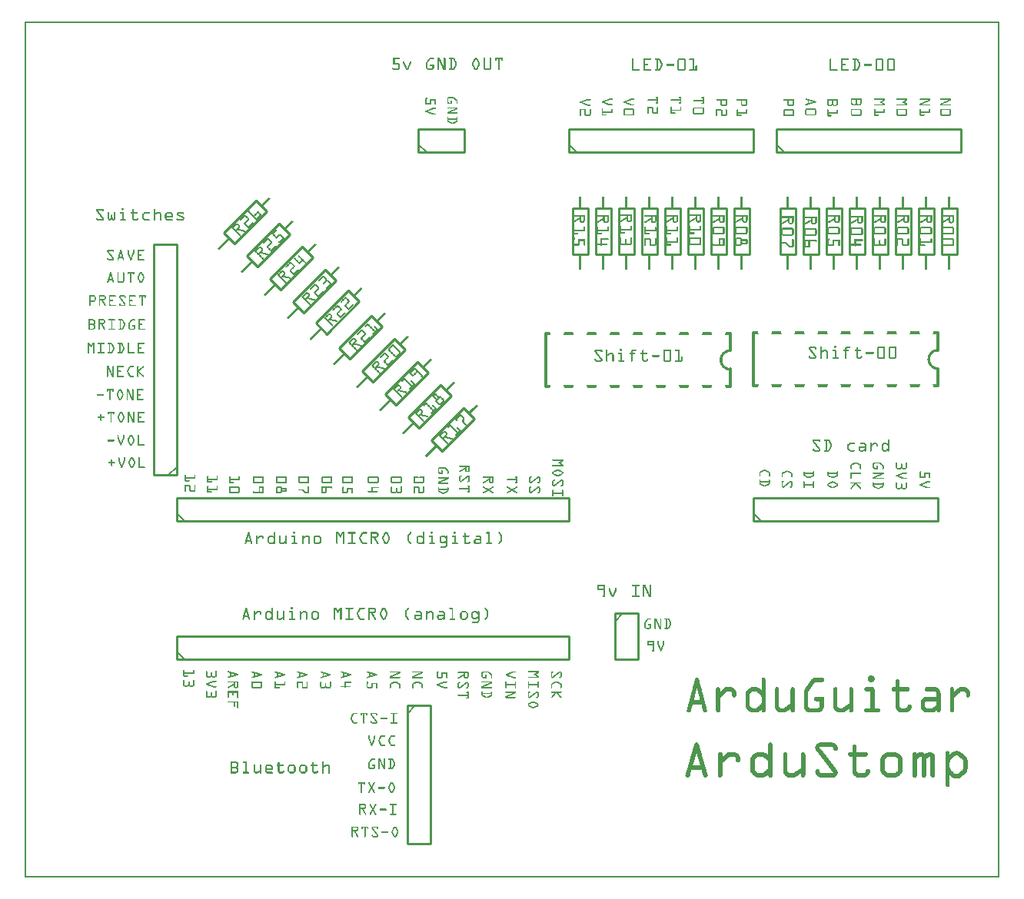
<source format=gto>
G04 MADE WITH FRITZING*
G04 WWW.FRITZING.ORG*
G04 DOUBLE SIDED*
G04 HOLES PLATED*
G04 CONTOUR ON CENTER OF CONTOUR VECTOR*
%ASAXBY*%
%FSLAX23Y23*%
%MOIN*%
%OFA0B0*%
%SFA1.0B1.0*%
%ADD10C,0.010000*%
%ADD11C,0.005000*%
%ADD12C,0.012000*%
%ADD13R,0.001000X0.001000*%
%LNSILK1*%
G90*
G70*
G54D10*
X660Y946D02*
X2360Y946D01*
D02*
X2360Y946D02*
X2360Y1046D01*
D02*
X2360Y1046D02*
X660Y1046D01*
D02*
X660Y1046D02*
X660Y946D01*
G54D11*
D02*
X695Y946D02*
X660Y981D01*
G54D10*
D02*
X660Y1546D02*
X2360Y1546D01*
D02*
X2360Y1546D02*
X2360Y1646D01*
D02*
X2360Y1646D02*
X660Y1646D01*
D02*
X660Y1646D02*
X660Y1546D01*
G54D11*
D02*
X695Y1546D02*
X660Y1581D01*
G54D12*
D02*
X3162Y2133D02*
X3162Y2363D01*
D02*
X3962Y2133D02*
X3962Y2208D01*
D02*
X3962Y2363D02*
X3962Y2288D01*
D02*
X2260Y2131D02*
X2260Y2361D01*
D02*
X3060Y2131D02*
X3060Y2206D01*
D02*
X3060Y2361D02*
X3060Y2286D01*
G54D10*
D02*
X1660Y746D02*
X1660Y146D01*
D02*
X1660Y146D02*
X1760Y146D01*
D02*
X1760Y146D02*
X1760Y746D01*
D02*
X1760Y746D02*
X1660Y746D01*
G54D11*
D02*
X1660Y711D02*
X1695Y746D01*
G54D10*
D02*
X2560Y1146D02*
X2560Y946D01*
D02*
X2560Y946D02*
X2660Y946D01*
D02*
X2660Y946D02*
X2660Y1146D01*
D02*
X2660Y1146D02*
X2560Y1146D01*
G54D11*
D02*
X2560Y1111D02*
X2595Y1146D01*
G54D10*
D02*
X1708Y3146D02*
X1908Y3146D01*
D02*
X1908Y3146D02*
X1908Y3246D01*
D02*
X1908Y3246D02*
X1708Y3246D01*
D02*
X1708Y3246D02*
X1708Y3146D01*
G54D11*
D02*
X1743Y3146D02*
X1708Y3181D01*
G54D10*
D02*
X2477Y2705D02*
X2477Y2905D01*
D02*
X2477Y2905D02*
X2543Y2905D01*
D02*
X2543Y2905D02*
X2543Y2705D01*
D02*
X2543Y2705D02*
X2477Y2705D01*
D02*
X2877Y2705D02*
X2877Y2905D01*
D02*
X2877Y2905D02*
X2943Y2905D01*
D02*
X2943Y2905D02*
X2943Y2705D01*
D02*
X2943Y2705D02*
X2877Y2705D01*
D02*
X964Y2697D02*
X1105Y2838D01*
D02*
X1105Y2838D02*
X1152Y2791D01*
D02*
X1152Y2791D02*
X1011Y2650D01*
D02*
X1011Y2650D02*
X964Y2697D01*
D02*
X1164Y2497D02*
X1305Y2638D01*
D02*
X1305Y2638D02*
X1352Y2591D01*
D02*
X1352Y2591D02*
X1211Y2450D01*
D02*
X1211Y2450D02*
X1164Y2497D01*
D02*
X1064Y2597D02*
X1205Y2738D01*
D02*
X1205Y2738D02*
X1252Y2691D01*
D02*
X1252Y2691D02*
X1111Y2550D01*
D02*
X1111Y2550D02*
X1064Y2597D01*
D02*
X2977Y2705D02*
X2977Y2905D01*
D02*
X2977Y2905D02*
X3043Y2905D01*
D02*
X3043Y2905D02*
X3043Y2705D01*
D02*
X3043Y2705D02*
X2977Y2705D01*
D02*
X2777Y2705D02*
X2777Y2905D01*
D02*
X2777Y2905D02*
X2843Y2905D01*
D02*
X2843Y2905D02*
X2843Y2705D01*
D02*
X2843Y2705D02*
X2777Y2705D01*
D02*
X1264Y2406D02*
X1405Y2547D01*
D02*
X1405Y2547D02*
X1452Y2500D01*
D02*
X1452Y2500D02*
X1311Y2359D01*
D02*
X1311Y2359D02*
X1264Y2406D01*
D02*
X3077Y2705D02*
X3077Y2905D01*
D02*
X3077Y2905D02*
X3143Y2905D01*
D02*
X3143Y2905D02*
X3143Y2705D01*
D02*
X3143Y2705D02*
X3077Y2705D01*
D02*
X2577Y2705D02*
X2577Y2905D01*
D02*
X2577Y2905D02*
X2643Y2905D01*
D02*
X2643Y2905D02*
X2643Y2705D01*
D02*
X2643Y2705D02*
X2577Y2705D01*
D02*
X2677Y2705D02*
X2677Y2905D01*
D02*
X2677Y2905D02*
X2743Y2905D01*
D02*
X2743Y2905D02*
X2743Y2705D01*
D02*
X2743Y2705D02*
X2677Y2705D01*
D02*
X2377Y2705D02*
X2377Y2905D01*
D02*
X2377Y2905D02*
X2443Y2905D01*
D02*
X2443Y2905D02*
X2443Y2705D01*
D02*
X2443Y2705D02*
X2377Y2705D01*
D02*
X864Y2797D02*
X1005Y2938D01*
D02*
X1005Y2938D02*
X1052Y2891D01*
D02*
X1052Y2891D02*
X911Y2750D01*
D02*
X911Y2750D02*
X864Y2797D01*
D02*
X660Y1746D02*
X660Y2746D01*
D02*
X660Y2746D02*
X560Y2746D01*
D02*
X560Y2746D02*
X560Y1746D01*
D02*
X560Y1746D02*
X660Y1746D01*
G54D11*
D02*
X660Y1781D02*
X625Y1746D01*
G54D10*
D02*
X3577Y2705D02*
X3577Y2905D01*
D02*
X3577Y2905D02*
X3643Y2905D01*
D02*
X3643Y2905D02*
X3643Y2705D01*
D02*
X3643Y2705D02*
X3577Y2705D01*
D02*
X2360Y3146D02*
X3160Y3146D01*
D02*
X3160Y3146D02*
X3160Y3246D01*
D02*
X3160Y3246D02*
X2360Y3246D01*
D02*
X2360Y3246D02*
X2360Y3146D01*
G54D11*
D02*
X2395Y3146D02*
X2360Y3181D01*
G54D10*
D02*
X3477Y2705D02*
X3477Y2905D01*
D02*
X3477Y2905D02*
X3543Y2905D01*
D02*
X3543Y2905D02*
X3543Y2705D01*
D02*
X3543Y2705D02*
X3477Y2705D01*
D02*
X3260Y3146D02*
X4060Y3146D01*
D02*
X4060Y3146D02*
X4060Y3246D01*
D02*
X4060Y3246D02*
X3260Y3246D01*
D02*
X3260Y3246D02*
X3260Y3146D01*
G54D11*
D02*
X3295Y3146D02*
X3260Y3181D01*
G54D10*
D02*
X3677Y2705D02*
X3677Y2905D01*
D02*
X3677Y2905D02*
X3743Y2905D01*
D02*
X3743Y2905D02*
X3743Y2705D01*
D02*
X3743Y2705D02*
X3677Y2705D01*
D02*
X3877Y2705D02*
X3877Y2905D01*
D02*
X3877Y2905D02*
X3943Y2905D01*
D02*
X3943Y2905D02*
X3943Y2705D01*
D02*
X3943Y2705D02*
X3877Y2705D01*
D02*
X3977Y2705D02*
X3977Y2905D01*
D02*
X3977Y2905D02*
X4043Y2905D01*
D02*
X4043Y2905D02*
X4043Y2705D01*
D02*
X4043Y2705D02*
X3977Y2705D01*
D02*
X3777Y2705D02*
X3777Y2905D01*
D02*
X3777Y2905D02*
X3843Y2905D01*
D02*
X3843Y2905D02*
X3843Y2705D01*
D02*
X3843Y2705D02*
X3777Y2705D01*
D02*
X1364Y2297D02*
X1505Y2438D01*
D02*
X1505Y2438D02*
X1552Y2391D01*
D02*
X1552Y2391D02*
X1411Y2250D01*
D02*
X1411Y2250D02*
X1364Y2297D01*
D02*
X3160Y1546D02*
X3960Y1546D01*
D02*
X3960Y1546D02*
X3960Y1646D01*
D02*
X3960Y1646D02*
X3160Y1646D01*
D02*
X3160Y1646D02*
X3160Y1546D01*
G54D11*
D02*
X3195Y1546D02*
X3160Y1581D01*
G54D10*
D02*
X1464Y2197D02*
X1605Y2338D01*
D02*
X1605Y2338D02*
X1652Y2291D01*
D02*
X1652Y2291D02*
X1511Y2150D01*
D02*
X1511Y2150D02*
X1464Y2197D01*
D02*
X1564Y2097D02*
X1705Y2238D01*
D02*
X1705Y2238D02*
X1752Y2191D01*
D02*
X1752Y2191D02*
X1611Y2050D01*
D02*
X1611Y2050D02*
X1564Y2097D01*
D02*
X1664Y1997D02*
X1805Y2138D01*
D02*
X1805Y2138D02*
X1852Y2091D01*
D02*
X1852Y2091D02*
X1711Y1950D01*
D02*
X1711Y1950D02*
X1664Y1997D01*
D02*
X3377Y2705D02*
X3377Y2905D01*
D02*
X3377Y2905D02*
X3443Y2905D01*
D02*
X3443Y2905D02*
X3443Y2705D01*
D02*
X3443Y2705D02*
X3377Y2705D01*
D02*
X1764Y1897D02*
X1905Y2038D01*
D02*
X1905Y2038D02*
X1952Y1991D01*
D02*
X1952Y1991D02*
X1811Y1850D01*
D02*
X1811Y1850D02*
X1764Y1897D01*
D02*
X3277Y2705D02*
X3277Y2905D01*
D02*
X3277Y2905D02*
X3343Y2905D01*
D02*
X3343Y2905D02*
X3343Y2705D01*
D02*
X3343Y2705D02*
X3277Y2705D01*
G54D13*
X0Y3714D02*
X4227Y3714D01*
X0Y3713D02*
X4227Y3713D01*
X0Y3712D02*
X4227Y3712D01*
X0Y3711D02*
X4227Y3711D01*
X0Y3710D02*
X4227Y3710D01*
X0Y3709D02*
X4227Y3709D01*
X0Y3708D02*
X4227Y3708D01*
X0Y3707D02*
X4227Y3707D01*
X0Y3706D02*
X7Y3706D01*
X4220Y3706D02*
X4227Y3706D01*
X0Y3705D02*
X7Y3705D01*
X4220Y3705D02*
X4227Y3705D01*
X0Y3704D02*
X7Y3704D01*
X4220Y3704D02*
X4227Y3704D01*
X0Y3703D02*
X7Y3703D01*
X4220Y3703D02*
X4227Y3703D01*
X0Y3702D02*
X7Y3702D01*
X4220Y3702D02*
X4227Y3702D01*
X0Y3701D02*
X7Y3701D01*
X4220Y3701D02*
X4227Y3701D01*
X0Y3700D02*
X7Y3700D01*
X4220Y3700D02*
X4227Y3700D01*
X0Y3699D02*
X7Y3699D01*
X4220Y3699D02*
X4227Y3699D01*
X0Y3698D02*
X7Y3698D01*
X4220Y3698D02*
X4227Y3698D01*
X0Y3697D02*
X7Y3697D01*
X4220Y3697D02*
X4227Y3697D01*
X0Y3696D02*
X7Y3696D01*
X4220Y3696D02*
X4227Y3696D01*
X0Y3695D02*
X7Y3695D01*
X4220Y3695D02*
X4227Y3695D01*
X0Y3694D02*
X7Y3694D01*
X4220Y3694D02*
X4227Y3694D01*
X0Y3693D02*
X7Y3693D01*
X4220Y3693D02*
X4227Y3693D01*
X0Y3692D02*
X7Y3692D01*
X4220Y3692D02*
X4227Y3692D01*
X0Y3691D02*
X7Y3691D01*
X4220Y3691D02*
X4227Y3691D01*
X0Y3690D02*
X7Y3690D01*
X4220Y3690D02*
X4227Y3690D01*
X0Y3689D02*
X7Y3689D01*
X4220Y3689D02*
X4227Y3689D01*
X0Y3688D02*
X7Y3688D01*
X4220Y3688D02*
X4227Y3688D01*
X0Y3687D02*
X7Y3687D01*
X4220Y3687D02*
X4227Y3687D01*
X0Y3686D02*
X7Y3686D01*
X4220Y3686D02*
X4227Y3686D01*
X0Y3685D02*
X7Y3685D01*
X4220Y3685D02*
X4227Y3685D01*
X0Y3684D02*
X7Y3684D01*
X4220Y3684D02*
X4227Y3684D01*
X0Y3683D02*
X7Y3683D01*
X4220Y3683D02*
X4227Y3683D01*
X0Y3682D02*
X7Y3682D01*
X4220Y3682D02*
X4227Y3682D01*
X0Y3681D02*
X7Y3681D01*
X4220Y3681D02*
X4227Y3681D01*
X0Y3680D02*
X7Y3680D01*
X4220Y3680D02*
X4227Y3680D01*
X0Y3679D02*
X7Y3679D01*
X4220Y3679D02*
X4227Y3679D01*
X0Y3678D02*
X7Y3678D01*
X4220Y3678D02*
X4227Y3678D01*
X0Y3677D02*
X7Y3677D01*
X4220Y3677D02*
X4227Y3677D01*
X0Y3676D02*
X7Y3676D01*
X4220Y3676D02*
X4227Y3676D01*
X0Y3675D02*
X7Y3675D01*
X4220Y3675D02*
X4227Y3675D01*
X0Y3674D02*
X7Y3674D01*
X4220Y3674D02*
X4227Y3674D01*
X0Y3673D02*
X7Y3673D01*
X4220Y3673D02*
X4227Y3673D01*
X0Y3672D02*
X7Y3672D01*
X4220Y3672D02*
X4227Y3672D01*
X0Y3671D02*
X7Y3671D01*
X4220Y3671D02*
X4227Y3671D01*
X0Y3670D02*
X7Y3670D01*
X4220Y3670D02*
X4227Y3670D01*
X0Y3669D02*
X7Y3669D01*
X4220Y3669D02*
X4227Y3669D01*
X0Y3668D02*
X7Y3668D01*
X4220Y3668D02*
X4227Y3668D01*
X0Y3667D02*
X7Y3667D01*
X4220Y3667D02*
X4227Y3667D01*
X0Y3666D02*
X7Y3666D01*
X4220Y3666D02*
X4227Y3666D01*
X0Y3665D02*
X7Y3665D01*
X4220Y3665D02*
X4227Y3665D01*
X0Y3664D02*
X7Y3664D01*
X4220Y3664D02*
X4227Y3664D01*
X0Y3663D02*
X7Y3663D01*
X4220Y3663D02*
X4227Y3663D01*
X0Y3662D02*
X7Y3662D01*
X4220Y3662D02*
X4227Y3662D01*
X0Y3661D02*
X7Y3661D01*
X4220Y3661D02*
X4227Y3661D01*
X0Y3660D02*
X7Y3660D01*
X4220Y3660D02*
X4227Y3660D01*
X0Y3659D02*
X7Y3659D01*
X4220Y3659D02*
X4227Y3659D01*
X0Y3658D02*
X7Y3658D01*
X4220Y3658D02*
X4227Y3658D01*
X0Y3657D02*
X7Y3657D01*
X4220Y3657D02*
X4227Y3657D01*
X0Y3656D02*
X7Y3656D01*
X4220Y3656D02*
X4227Y3656D01*
X0Y3655D02*
X7Y3655D01*
X4220Y3655D02*
X4227Y3655D01*
X0Y3654D02*
X7Y3654D01*
X4220Y3654D02*
X4227Y3654D01*
X0Y3653D02*
X7Y3653D01*
X4220Y3653D02*
X4227Y3653D01*
X0Y3652D02*
X7Y3652D01*
X4220Y3652D02*
X4227Y3652D01*
X0Y3651D02*
X7Y3651D01*
X4220Y3651D02*
X4227Y3651D01*
X0Y3650D02*
X7Y3650D01*
X4220Y3650D02*
X4227Y3650D01*
X0Y3649D02*
X7Y3649D01*
X4220Y3649D02*
X4227Y3649D01*
X0Y3648D02*
X7Y3648D01*
X4220Y3648D02*
X4227Y3648D01*
X0Y3647D02*
X7Y3647D01*
X4220Y3647D02*
X4227Y3647D01*
X0Y3646D02*
X7Y3646D01*
X4220Y3646D02*
X4227Y3646D01*
X0Y3645D02*
X7Y3645D01*
X4220Y3645D02*
X4227Y3645D01*
X0Y3644D02*
X7Y3644D01*
X4220Y3644D02*
X4227Y3644D01*
X0Y3643D02*
X7Y3643D01*
X4220Y3643D02*
X4227Y3643D01*
X0Y3642D02*
X7Y3642D01*
X4220Y3642D02*
X4227Y3642D01*
X0Y3641D02*
X7Y3641D01*
X4220Y3641D02*
X4227Y3641D01*
X0Y3640D02*
X7Y3640D01*
X4220Y3640D02*
X4227Y3640D01*
X0Y3639D02*
X7Y3639D01*
X4220Y3639D02*
X4227Y3639D01*
X0Y3638D02*
X7Y3638D01*
X4220Y3638D02*
X4227Y3638D01*
X0Y3637D02*
X7Y3637D01*
X4220Y3637D02*
X4227Y3637D01*
X0Y3636D02*
X7Y3636D01*
X4220Y3636D02*
X4227Y3636D01*
X0Y3635D02*
X7Y3635D01*
X4220Y3635D02*
X4227Y3635D01*
X0Y3634D02*
X7Y3634D01*
X4220Y3634D02*
X4227Y3634D01*
X0Y3633D02*
X7Y3633D01*
X4220Y3633D02*
X4227Y3633D01*
X0Y3632D02*
X7Y3632D01*
X4220Y3632D02*
X4227Y3632D01*
X0Y3631D02*
X7Y3631D01*
X4220Y3631D02*
X4227Y3631D01*
X0Y3630D02*
X7Y3630D01*
X4220Y3630D02*
X4227Y3630D01*
X0Y3629D02*
X7Y3629D01*
X4220Y3629D02*
X4227Y3629D01*
X0Y3628D02*
X7Y3628D01*
X4220Y3628D02*
X4227Y3628D01*
X0Y3627D02*
X7Y3627D01*
X4220Y3627D02*
X4227Y3627D01*
X0Y3626D02*
X7Y3626D01*
X4220Y3626D02*
X4227Y3626D01*
X0Y3625D02*
X7Y3625D01*
X4220Y3625D02*
X4227Y3625D01*
X0Y3624D02*
X7Y3624D01*
X4220Y3624D02*
X4227Y3624D01*
X0Y3623D02*
X7Y3623D01*
X4220Y3623D02*
X4227Y3623D01*
X0Y3622D02*
X7Y3622D01*
X4220Y3622D02*
X4227Y3622D01*
X0Y3621D02*
X7Y3621D01*
X4220Y3621D02*
X4227Y3621D01*
X0Y3620D02*
X7Y3620D01*
X4220Y3620D02*
X4227Y3620D01*
X0Y3619D02*
X7Y3619D01*
X4220Y3619D02*
X4227Y3619D01*
X0Y3618D02*
X7Y3618D01*
X4220Y3618D02*
X4227Y3618D01*
X0Y3617D02*
X7Y3617D01*
X4220Y3617D02*
X4227Y3617D01*
X0Y3616D02*
X7Y3616D01*
X4220Y3616D02*
X4227Y3616D01*
X0Y3615D02*
X7Y3615D01*
X4220Y3615D02*
X4227Y3615D01*
X0Y3614D02*
X7Y3614D01*
X4220Y3614D02*
X4227Y3614D01*
X0Y3613D02*
X7Y3613D01*
X4220Y3613D02*
X4227Y3613D01*
X0Y3612D02*
X7Y3612D01*
X4220Y3612D02*
X4227Y3612D01*
X0Y3611D02*
X7Y3611D01*
X4220Y3611D02*
X4227Y3611D01*
X0Y3610D02*
X7Y3610D01*
X4220Y3610D02*
X4227Y3610D01*
X0Y3609D02*
X7Y3609D01*
X4220Y3609D02*
X4227Y3609D01*
X0Y3608D02*
X7Y3608D01*
X4220Y3608D02*
X4227Y3608D01*
X0Y3607D02*
X7Y3607D01*
X4220Y3607D02*
X4227Y3607D01*
X0Y3606D02*
X7Y3606D01*
X4220Y3606D02*
X4227Y3606D01*
X0Y3605D02*
X7Y3605D01*
X4220Y3605D02*
X4227Y3605D01*
X0Y3604D02*
X7Y3604D01*
X4220Y3604D02*
X4227Y3604D01*
X0Y3603D02*
X7Y3603D01*
X4220Y3603D02*
X4227Y3603D01*
X0Y3602D02*
X7Y3602D01*
X4220Y3602D02*
X4227Y3602D01*
X0Y3601D02*
X7Y3601D01*
X4220Y3601D02*
X4227Y3601D01*
X0Y3600D02*
X7Y3600D01*
X4220Y3600D02*
X4227Y3600D01*
X0Y3599D02*
X7Y3599D01*
X4220Y3599D02*
X4227Y3599D01*
X0Y3598D02*
X7Y3598D01*
X4220Y3598D02*
X4227Y3598D01*
X0Y3597D02*
X7Y3597D01*
X4220Y3597D02*
X4227Y3597D01*
X0Y3596D02*
X7Y3596D01*
X4220Y3596D02*
X4227Y3596D01*
X0Y3595D02*
X7Y3595D01*
X4220Y3595D02*
X4227Y3595D01*
X0Y3594D02*
X7Y3594D01*
X4220Y3594D02*
X4227Y3594D01*
X0Y3593D02*
X7Y3593D01*
X4220Y3593D02*
X4227Y3593D01*
X0Y3592D02*
X7Y3592D01*
X4220Y3592D02*
X4227Y3592D01*
X0Y3591D02*
X7Y3591D01*
X4220Y3591D02*
X4227Y3591D01*
X0Y3590D02*
X7Y3590D01*
X4220Y3590D02*
X4227Y3590D01*
X0Y3589D02*
X7Y3589D01*
X4220Y3589D02*
X4227Y3589D01*
X0Y3588D02*
X7Y3588D01*
X4220Y3588D02*
X4227Y3588D01*
X0Y3587D02*
X7Y3587D01*
X4220Y3587D02*
X4227Y3587D01*
X0Y3586D02*
X7Y3586D01*
X4220Y3586D02*
X4227Y3586D01*
X0Y3585D02*
X7Y3585D01*
X4220Y3585D02*
X4227Y3585D01*
X0Y3584D02*
X7Y3584D01*
X4220Y3584D02*
X4227Y3584D01*
X0Y3583D02*
X7Y3583D01*
X4220Y3583D02*
X4227Y3583D01*
X0Y3582D02*
X7Y3582D01*
X4220Y3582D02*
X4227Y3582D01*
X0Y3581D02*
X7Y3581D01*
X4220Y3581D02*
X4227Y3581D01*
X0Y3580D02*
X7Y3580D01*
X4220Y3580D02*
X4227Y3580D01*
X0Y3579D02*
X7Y3579D01*
X4220Y3579D02*
X4227Y3579D01*
X0Y3578D02*
X7Y3578D01*
X4220Y3578D02*
X4227Y3578D01*
X0Y3577D02*
X7Y3577D01*
X4220Y3577D02*
X4227Y3577D01*
X0Y3576D02*
X7Y3576D01*
X4220Y3576D02*
X4227Y3576D01*
X0Y3575D02*
X7Y3575D01*
X4220Y3575D02*
X4227Y3575D01*
X0Y3574D02*
X7Y3574D01*
X4220Y3574D02*
X4227Y3574D01*
X0Y3573D02*
X7Y3573D01*
X4220Y3573D02*
X4227Y3573D01*
X0Y3572D02*
X7Y3572D01*
X4220Y3572D02*
X4227Y3572D01*
X0Y3571D02*
X7Y3571D01*
X4220Y3571D02*
X4227Y3571D01*
X0Y3570D02*
X7Y3570D01*
X4220Y3570D02*
X4227Y3570D01*
X0Y3569D02*
X7Y3569D01*
X4220Y3569D02*
X4227Y3569D01*
X0Y3568D02*
X7Y3568D01*
X4220Y3568D02*
X4227Y3568D01*
X0Y3567D02*
X7Y3567D01*
X4220Y3567D02*
X4227Y3567D01*
X0Y3566D02*
X7Y3566D01*
X4220Y3566D02*
X4227Y3566D01*
X0Y3565D02*
X7Y3565D01*
X4220Y3565D02*
X4227Y3565D01*
X0Y3564D02*
X7Y3564D01*
X4220Y3564D02*
X4227Y3564D01*
X0Y3563D02*
X7Y3563D01*
X4220Y3563D02*
X4227Y3563D01*
X0Y3562D02*
X7Y3562D01*
X4220Y3562D02*
X4227Y3562D01*
X0Y3561D02*
X7Y3561D01*
X4220Y3561D02*
X4227Y3561D01*
X0Y3560D02*
X7Y3560D01*
X4220Y3560D02*
X4227Y3560D01*
X0Y3559D02*
X7Y3559D01*
X4220Y3559D02*
X4227Y3559D01*
X0Y3558D02*
X7Y3558D01*
X4220Y3558D02*
X4227Y3558D01*
X0Y3557D02*
X7Y3557D01*
X1599Y3557D02*
X1624Y3557D01*
X1759Y3557D02*
X1773Y3557D01*
X1791Y3557D02*
X1800Y3557D01*
X1820Y3557D02*
X1823Y3557D01*
X1843Y3557D02*
X1859Y3557D01*
X1955Y3557D02*
X1959Y3557D01*
X1992Y3557D02*
X1994Y3557D01*
X2019Y3557D02*
X2022Y3557D01*
X2040Y3557D02*
X2073Y3557D01*
X4220Y3557D02*
X4227Y3557D01*
X0Y3556D02*
X7Y3556D01*
X1599Y3556D02*
X1625Y3556D01*
X1757Y3556D02*
X1774Y3556D01*
X1791Y3556D02*
X1800Y3556D01*
X1819Y3556D02*
X1824Y3556D01*
X1842Y3556D02*
X1861Y3556D01*
X1953Y3556D02*
X1961Y3556D01*
X1991Y3556D02*
X1995Y3556D01*
X2018Y3556D02*
X2023Y3556D01*
X2040Y3556D02*
X2073Y3556D01*
X4220Y3556D02*
X4227Y3556D01*
X0Y3555D02*
X7Y3555D01*
X1599Y3555D02*
X1626Y3555D01*
X1755Y3555D02*
X1775Y3555D01*
X1791Y3555D02*
X1801Y3555D01*
X1819Y3555D02*
X1824Y3555D01*
X1841Y3555D02*
X1863Y3555D01*
X1951Y3555D02*
X1963Y3555D01*
X1990Y3555D02*
X1996Y3555D01*
X2018Y3555D02*
X2023Y3555D01*
X2040Y3555D02*
X2073Y3555D01*
X4220Y3555D02*
X4227Y3555D01*
X0Y3554D02*
X7Y3554D01*
X1599Y3554D02*
X1626Y3554D01*
X1754Y3554D02*
X1775Y3554D01*
X1791Y3554D02*
X1801Y3554D01*
X1819Y3554D02*
X1825Y3554D01*
X1841Y3554D02*
X1864Y3554D01*
X1950Y3554D02*
X1964Y3554D01*
X1990Y3554D02*
X1996Y3554D01*
X2017Y3554D02*
X2023Y3554D01*
X2040Y3554D02*
X2073Y3554D01*
X2636Y3554D02*
X2637Y3554D01*
X2683Y3554D02*
X2714Y3554D01*
X2735Y3554D02*
X2750Y3554D01*
X2838Y3554D02*
X2860Y3554D01*
X2884Y3554D02*
X2901Y3554D01*
X3494Y3554D02*
X3495Y3554D01*
X3542Y3554D02*
X3572Y3554D01*
X3593Y3554D02*
X3608Y3554D01*
X3696Y3554D02*
X3718Y3554D01*
X3746Y3554D02*
X3768Y3554D01*
X4220Y3554D02*
X4227Y3554D01*
X0Y3553D02*
X7Y3553D01*
X1599Y3553D02*
X1626Y3553D01*
X1754Y3553D02*
X1775Y3553D01*
X1791Y3553D02*
X1801Y3553D01*
X1819Y3553D02*
X1825Y3553D01*
X1841Y3553D02*
X1865Y3553D01*
X1950Y3553D02*
X1964Y3553D01*
X1990Y3553D02*
X1996Y3553D01*
X2017Y3553D02*
X2023Y3553D01*
X2040Y3553D02*
X2073Y3553D01*
X2634Y3553D02*
X2639Y3553D01*
X2683Y3553D02*
X2716Y3553D01*
X2734Y3553D02*
X2753Y3553D01*
X2835Y3553D02*
X2862Y3553D01*
X2883Y3553D02*
X2902Y3553D01*
X3493Y3553D02*
X3497Y3553D01*
X3541Y3553D02*
X3574Y3553D01*
X3592Y3553D02*
X3611Y3553D01*
X3694Y3553D02*
X3720Y3553D01*
X3743Y3553D02*
X3770Y3553D01*
X4220Y3553D02*
X4227Y3553D01*
X0Y3552D02*
X7Y3552D01*
X1599Y3552D02*
X1625Y3552D01*
X1753Y3552D02*
X1774Y3552D01*
X1791Y3552D02*
X1802Y3552D01*
X1819Y3552D02*
X1825Y3552D01*
X1842Y3552D02*
X1865Y3552D01*
X1949Y3552D02*
X1965Y3552D01*
X1990Y3552D02*
X1996Y3552D01*
X2017Y3552D02*
X2023Y3552D01*
X2040Y3552D02*
X2073Y3552D01*
X2634Y3552D02*
X2639Y3552D01*
X2683Y3552D02*
X2716Y3552D01*
X2733Y3552D02*
X2754Y3552D01*
X2834Y3552D02*
X2864Y3552D01*
X2882Y3552D02*
X2902Y3552D01*
X3492Y3552D02*
X3497Y3552D01*
X3541Y3552D02*
X3574Y3552D01*
X3591Y3552D02*
X3613Y3552D01*
X3692Y3552D02*
X3722Y3552D01*
X3742Y3552D02*
X3771Y3552D01*
X4220Y3552D02*
X4227Y3552D01*
X0Y3551D02*
X7Y3551D01*
X1599Y3551D02*
X1624Y3551D01*
X1752Y3551D02*
X1773Y3551D01*
X1791Y3551D02*
X1802Y3551D01*
X1819Y3551D02*
X1825Y3551D01*
X1843Y3551D02*
X1866Y3551D01*
X1949Y3551D02*
X1965Y3551D01*
X1990Y3551D02*
X1996Y3551D01*
X2017Y3551D02*
X2023Y3551D01*
X2040Y3551D02*
X2073Y3551D01*
X2634Y3551D02*
X2639Y3551D01*
X2683Y3551D02*
X2716Y3551D01*
X2733Y3551D02*
X2756Y3551D01*
X2833Y3551D02*
X2864Y3551D01*
X2882Y3551D02*
X2902Y3551D01*
X3492Y3551D02*
X3498Y3551D01*
X3541Y3551D02*
X3575Y3551D01*
X3591Y3551D02*
X3614Y3551D01*
X3692Y3551D02*
X3722Y3551D01*
X3741Y3551D02*
X3772Y3551D01*
X4220Y3551D02*
X4227Y3551D01*
X0Y3550D02*
X7Y3550D01*
X1599Y3550D02*
X1605Y3550D01*
X1751Y3550D02*
X1759Y3550D01*
X1791Y3550D02*
X1803Y3550D01*
X1819Y3550D02*
X1825Y3550D01*
X1848Y3550D02*
X1854Y3550D01*
X1859Y3550D02*
X1866Y3550D01*
X1948Y3550D02*
X1955Y3550D01*
X1959Y3550D02*
X1966Y3550D01*
X1990Y3550D02*
X1996Y3550D01*
X2017Y3550D02*
X2023Y3550D01*
X2040Y3550D02*
X2046Y3550D01*
X2053Y3550D02*
X2059Y3550D01*
X2067Y3550D02*
X2073Y3550D01*
X2634Y3550D02*
X2639Y3550D01*
X2683Y3550D02*
X2716Y3550D01*
X2733Y3550D02*
X2756Y3550D01*
X2833Y3550D02*
X2865Y3550D01*
X2882Y3550D02*
X2902Y3550D01*
X3492Y3550D02*
X3498Y3550D01*
X3541Y3550D02*
X3574Y3550D01*
X3591Y3550D02*
X3615Y3550D01*
X3691Y3550D02*
X3723Y3550D01*
X3741Y3550D02*
X3773Y3550D01*
X4220Y3550D02*
X4227Y3550D01*
X0Y3549D02*
X7Y3549D01*
X1599Y3549D02*
X1605Y3549D01*
X1750Y3549D02*
X1758Y3549D01*
X1791Y3549D02*
X1803Y3549D01*
X1819Y3549D02*
X1825Y3549D01*
X1848Y3549D02*
X1854Y3549D01*
X1860Y3549D02*
X1867Y3549D01*
X1948Y3549D02*
X1955Y3549D01*
X1959Y3549D02*
X1966Y3549D01*
X1990Y3549D02*
X1996Y3549D01*
X2017Y3549D02*
X2023Y3549D01*
X2040Y3549D02*
X2046Y3549D01*
X2053Y3549D02*
X2059Y3549D01*
X2067Y3549D02*
X2073Y3549D01*
X2634Y3549D02*
X2639Y3549D01*
X2683Y3549D02*
X2716Y3549D01*
X2733Y3549D02*
X2757Y3549D01*
X2833Y3549D02*
X2865Y3549D01*
X2882Y3549D02*
X2902Y3549D01*
X3492Y3549D02*
X3498Y3549D01*
X3541Y3549D02*
X3574Y3549D01*
X3591Y3549D02*
X3615Y3549D01*
X3691Y3549D02*
X3723Y3549D01*
X3740Y3549D02*
X3773Y3549D01*
X4220Y3549D02*
X4227Y3549D01*
X0Y3548D02*
X7Y3548D01*
X1599Y3548D02*
X1605Y3548D01*
X1750Y3548D02*
X1758Y3548D01*
X1791Y3548D02*
X1804Y3548D01*
X1819Y3548D02*
X1825Y3548D01*
X1848Y3548D02*
X1854Y3548D01*
X1861Y3548D02*
X1867Y3548D01*
X1947Y3548D02*
X1954Y3548D01*
X1960Y3548D02*
X1967Y3548D01*
X1990Y3548D02*
X1996Y3548D01*
X2017Y3548D02*
X2023Y3548D01*
X2040Y3548D02*
X2046Y3548D01*
X2053Y3548D02*
X2059Y3548D01*
X2067Y3548D02*
X2073Y3548D01*
X2634Y3548D02*
X2639Y3548D01*
X2683Y3548D02*
X2715Y3548D01*
X2734Y3548D02*
X2758Y3548D01*
X2832Y3548D02*
X2865Y3548D01*
X2883Y3548D02*
X2902Y3548D01*
X3492Y3548D02*
X3498Y3548D01*
X3541Y3548D02*
X3573Y3548D01*
X3592Y3548D02*
X3616Y3548D01*
X3690Y3548D02*
X3724Y3548D01*
X3740Y3548D02*
X3773Y3548D01*
X4220Y3548D02*
X4227Y3548D01*
X0Y3547D02*
X7Y3547D01*
X1599Y3547D02*
X1605Y3547D01*
X1749Y3547D02*
X1757Y3547D01*
X1791Y3547D02*
X1804Y3547D01*
X1819Y3547D02*
X1825Y3547D01*
X1848Y3547D02*
X1854Y3547D01*
X1861Y3547D02*
X1868Y3547D01*
X1947Y3547D02*
X1954Y3547D01*
X1960Y3547D02*
X1967Y3547D01*
X1990Y3547D02*
X1996Y3547D01*
X2017Y3547D02*
X2023Y3547D01*
X2040Y3547D02*
X2046Y3547D01*
X2053Y3547D02*
X2059Y3547D01*
X2067Y3547D02*
X2073Y3547D01*
X2634Y3547D02*
X2639Y3547D01*
X2683Y3547D02*
X2689Y3547D01*
X2740Y3547D02*
X2746Y3547D01*
X2750Y3547D02*
X2758Y3547D01*
X2832Y3547D02*
X2838Y3547D01*
X2859Y3547D02*
X2866Y3547D01*
X2895Y3547D02*
X2902Y3547D01*
X3492Y3547D02*
X3498Y3547D01*
X3541Y3547D02*
X3547Y3547D01*
X3598Y3547D02*
X3604Y3547D01*
X3608Y3547D02*
X3616Y3547D01*
X3690Y3547D02*
X3697Y3547D01*
X3717Y3547D02*
X3724Y3547D01*
X3740Y3547D02*
X3746Y3547D01*
X3767Y3547D02*
X3773Y3547D01*
X4220Y3547D02*
X4227Y3547D01*
X0Y3546D02*
X7Y3546D01*
X1599Y3546D02*
X1605Y3546D01*
X1748Y3546D02*
X1756Y3546D01*
X1791Y3546D02*
X1805Y3546D01*
X1819Y3546D02*
X1825Y3546D01*
X1848Y3546D02*
X1854Y3546D01*
X1862Y3546D02*
X1868Y3546D01*
X1946Y3546D02*
X1953Y3546D01*
X1961Y3546D02*
X1968Y3546D01*
X1990Y3546D02*
X1996Y3546D01*
X2017Y3546D02*
X2023Y3546D01*
X2041Y3546D02*
X2045Y3546D01*
X2053Y3546D02*
X2059Y3546D01*
X2068Y3546D02*
X2072Y3546D01*
X2634Y3546D02*
X2639Y3546D01*
X2683Y3546D02*
X2689Y3546D01*
X2740Y3546D02*
X2746Y3546D01*
X2752Y3546D02*
X2759Y3546D01*
X2832Y3546D02*
X2838Y3546D01*
X2860Y3546D02*
X2866Y3546D01*
X2896Y3546D02*
X2902Y3546D01*
X3492Y3546D02*
X3498Y3546D01*
X3541Y3546D02*
X3547Y3546D01*
X3598Y3546D02*
X3604Y3546D01*
X3610Y3546D02*
X3617Y3546D01*
X3690Y3546D02*
X3696Y3546D01*
X3718Y3546D02*
X3724Y3546D01*
X3740Y3546D02*
X3746Y3546D01*
X3767Y3546D02*
X3773Y3546D01*
X4220Y3546D02*
X4227Y3546D01*
X0Y3545D02*
X7Y3545D01*
X1599Y3545D02*
X1605Y3545D01*
X1747Y3545D02*
X1755Y3545D01*
X1791Y3545D02*
X1805Y3545D01*
X1819Y3545D02*
X1825Y3545D01*
X1848Y3545D02*
X1854Y3545D01*
X1862Y3545D02*
X1869Y3545D01*
X1946Y3545D02*
X1953Y3545D01*
X1962Y3545D02*
X1968Y3545D01*
X1990Y3545D02*
X1996Y3545D01*
X2017Y3545D02*
X2023Y3545D01*
X2042Y3545D02*
X2044Y3545D01*
X2053Y3545D02*
X2059Y3545D01*
X2069Y3545D02*
X2071Y3545D01*
X2634Y3545D02*
X2639Y3545D01*
X2683Y3545D02*
X2689Y3545D01*
X2740Y3545D02*
X2746Y3545D01*
X2752Y3545D02*
X2759Y3545D01*
X2832Y3545D02*
X2838Y3545D01*
X2860Y3545D02*
X2866Y3545D01*
X2896Y3545D02*
X2902Y3545D01*
X3492Y3545D02*
X3498Y3545D01*
X3541Y3545D02*
X3547Y3545D01*
X3598Y3545D02*
X3604Y3545D01*
X3610Y3545D02*
X3617Y3545D01*
X3690Y3545D02*
X3696Y3545D01*
X3718Y3545D02*
X3724Y3545D01*
X3740Y3545D02*
X3746Y3545D01*
X3767Y3545D02*
X3773Y3545D01*
X4220Y3545D02*
X4227Y3545D01*
X0Y3544D02*
X7Y3544D01*
X1599Y3544D02*
X1605Y3544D01*
X1747Y3544D02*
X1754Y3544D01*
X1791Y3544D02*
X1805Y3544D01*
X1819Y3544D02*
X1825Y3544D01*
X1848Y3544D02*
X1854Y3544D01*
X1863Y3544D02*
X1869Y3544D01*
X1945Y3544D02*
X1952Y3544D01*
X1962Y3544D02*
X1969Y3544D01*
X1990Y3544D02*
X1996Y3544D01*
X2017Y3544D02*
X2023Y3544D01*
X2053Y3544D02*
X2059Y3544D01*
X2634Y3544D02*
X2639Y3544D01*
X2683Y3544D02*
X2689Y3544D01*
X2740Y3544D02*
X2746Y3544D01*
X2753Y3544D02*
X2760Y3544D01*
X2832Y3544D02*
X2838Y3544D01*
X2860Y3544D02*
X2866Y3544D01*
X2896Y3544D02*
X2902Y3544D01*
X3492Y3544D02*
X3498Y3544D01*
X3541Y3544D02*
X3547Y3544D01*
X3598Y3544D02*
X3604Y3544D01*
X3611Y3544D02*
X3618Y3544D01*
X3690Y3544D02*
X3696Y3544D01*
X3718Y3544D02*
X3724Y3544D01*
X3740Y3544D02*
X3746Y3544D01*
X3767Y3544D02*
X3773Y3544D01*
X4220Y3544D02*
X4227Y3544D01*
X0Y3543D02*
X7Y3543D01*
X1599Y3543D02*
X1605Y3543D01*
X1746Y3543D02*
X1754Y3543D01*
X1791Y3543D02*
X1797Y3543D01*
X1799Y3543D02*
X1806Y3543D01*
X1819Y3543D02*
X1825Y3543D01*
X1848Y3543D02*
X1854Y3543D01*
X1863Y3543D02*
X1870Y3543D01*
X1945Y3543D02*
X1952Y3543D01*
X1963Y3543D02*
X1969Y3543D01*
X1990Y3543D02*
X1996Y3543D01*
X2017Y3543D02*
X2023Y3543D01*
X2053Y3543D02*
X2059Y3543D01*
X2634Y3543D02*
X2639Y3543D01*
X2683Y3543D02*
X2689Y3543D01*
X2740Y3543D02*
X2746Y3543D01*
X2753Y3543D02*
X2760Y3543D01*
X2832Y3543D02*
X2838Y3543D01*
X2860Y3543D02*
X2866Y3543D01*
X2896Y3543D02*
X2902Y3543D01*
X3492Y3543D02*
X3498Y3543D01*
X3541Y3543D02*
X3547Y3543D01*
X3598Y3543D02*
X3604Y3543D01*
X3611Y3543D02*
X3618Y3543D01*
X3690Y3543D02*
X3696Y3543D01*
X3718Y3543D02*
X3724Y3543D01*
X3740Y3543D02*
X3746Y3543D01*
X3767Y3543D02*
X3773Y3543D01*
X4220Y3543D02*
X4227Y3543D01*
X0Y3542D02*
X7Y3542D01*
X1599Y3542D02*
X1605Y3542D01*
X1643Y3542D02*
X1647Y3542D01*
X1671Y3542D02*
X1674Y3542D01*
X1745Y3542D02*
X1753Y3542D01*
X1791Y3542D02*
X1797Y3542D01*
X1800Y3542D02*
X1806Y3542D01*
X1819Y3542D02*
X1825Y3542D01*
X1848Y3542D02*
X1854Y3542D01*
X1864Y3542D02*
X1870Y3542D01*
X1944Y3542D02*
X1951Y3542D01*
X1963Y3542D02*
X1970Y3542D01*
X1990Y3542D02*
X1996Y3542D01*
X2017Y3542D02*
X2023Y3542D01*
X2053Y3542D02*
X2059Y3542D01*
X2634Y3542D02*
X2639Y3542D01*
X2683Y3542D02*
X2689Y3542D01*
X2740Y3542D02*
X2746Y3542D01*
X2754Y3542D02*
X2761Y3542D01*
X2832Y3542D02*
X2838Y3542D01*
X2860Y3542D02*
X2866Y3542D01*
X2896Y3542D02*
X2902Y3542D01*
X3492Y3542D02*
X3498Y3542D01*
X3541Y3542D02*
X3547Y3542D01*
X3598Y3542D02*
X3604Y3542D01*
X3612Y3542D02*
X3619Y3542D01*
X3690Y3542D02*
X3696Y3542D01*
X3718Y3542D02*
X3724Y3542D01*
X3740Y3542D02*
X3746Y3542D01*
X3767Y3542D02*
X3773Y3542D01*
X4220Y3542D02*
X4227Y3542D01*
X0Y3541D02*
X7Y3541D01*
X1599Y3541D02*
X1605Y3541D01*
X1643Y3541D02*
X1648Y3541D01*
X1670Y3541D02*
X1675Y3541D01*
X1744Y3541D02*
X1752Y3541D01*
X1791Y3541D02*
X1797Y3541D01*
X1800Y3541D02*
X1807Y3541D01*
X1819Y3541D02*
X1825Y3541D01*
X1848Y3541D02*
X1854Y3541D01*
X1864Y3541D02*
X1871Y3541D01*
X1944Y3541D02*
X1951Y3541D01*
X1964Y3541D02*
X1970Y3541D01*
X1990Y3541D02*
X1996Y3541D01*
X2017Y3541D02*
X2023Y3541D01*
X2053Y3541D02*
X2059Y3541D01*
X2634Y3541D02*
X2639Y3541D01*
X2683Y3541D02*
X2689Y3541D01*
X2740Y3541D02*
X2746Y3541D01*
X2754Y3541D02*
X2761Y3541D01*
X2832Y3541D02*
X2838Y3541D01*
X2860Y3541D02*
X2866Y3541D01*
X2896Y3541D02*
X2902Y3541D01*
X3492Y3541D02*
X3498Y3541D01*
X3541Y3541D02*
X3547Y3541D01*
X3598Y3541D02*
X3604Y3541D01*
X3612Y3541D02*
X3619Y3541D01*
X3690Y3541D02*
X3696Y3541D01*
X3718Y3541D02*
X3724Y3541D01*
X3740Y3541D02*
X3746Y3541D01*
X3767Y3541D02*
X3773Y3541D01*
X4220Y3541D02*
X4227Y3541D01*
X0Y3540D02*
X7Y3540D01*
X1599Y3540D02*
X1605Y3540D01*
X1642Y3540D02*
X1648Y3540D01*
X1670Y3540D02*
X1675Y3540D01*
X1744Y3540D02*
X1751Y3540D01*
X1791Y3540D02*
X1797Y3540D01*
X1801Y3540D02*
X1807Y3540D01*
X1819Y3540D02*
X1825Y3540D01*
X1848Y3540D02*
X1854Y3540D01*
X1865Y3540D02*
X1871Y3540D01*
X1943Y3540D02*
X1950Y3540D01*
X1964Y3540D02*
X1971Y3540D01*
X1990Y3540D02*
X1996Y3540D01*
X2017Y3540D02*
X2023Y3540D01*
X2053Y3540D02*
X2059Y3540D01*
X2634Y3540D02*
X2639Y3540D01*
X2683Y3540D02*
X2689Y3540D01*
X2740Y3540D02*
X2746Y3540D01*
X2755Y3540D02*
X2762Y3540D01*
X2832Y3540D02*
X2838Y3540D01*
X2860Y3540D02*
X2866Y3540D01*
X2896Y3540D02*
X2902Y3540D01*
X3492Y3540D02*
X3498Y3540D01*
X3541Y3540D02*
X3547Y3540D01*
X3598Y3540D02*
X3604Y3540D01*
X3613Y3540D02*
X3620Y3540D01*
X3690Y3540D02*
X3696Y3540D01*
X3718Y3540D02*
X3724Y3540D01*
X3740Y3540D02*
X3746Y3540D01*
X3767Y3540D02*
X3773Y3540D01*
X4220Y3540D02*
X4227Y3540D01*
X0Y3539D02*
X7Y3539D01*
X1599Y3539D02*
X1605Y3539D01*
X1642Y3539D02*
X1648Y3539D01*
X1670Y3539D02*
X1676Y3539D01*
X1743Y3539D02*
X1751Y3539D01*
X1791Y3539D02*
X1797Y3539D01*
X1801Y3539D02*
X1808Y3539D01*
X1819Y3539D02*
X1825Y3539D01*
X1848Y3539D02*
X1854Y3539D01*
X1865Y3539D02*
X1872Y3539D01*
X1943Y3539D02*
X1950Y3539D01*
X1965Y3539D02*
X1971Y3539D01*
X1990Y3539D02*
X1996Y3539D01*
X2017Y3539D02*
X2023Y3539D01*
X2053Y3539D02*
X2059Y3539D01*
X2634Y3539D02*
X2639Y3539D01*
X2683Y3539D02*
X2689Y3539D01*
X2740Y3539D02*
X2746Y3539D01*
X2755Y3539D02*
X2762Y3539D01*
X2832Y3539D02*
X2838Y3539D01*
X2860Y3539D02*
X2866Y3539D01*
X2896Y3539D02*
X2902Y3539D01*
X3492Y3539D02*
X3498Y3539D01*
X3541Y3539D02*
X3547Y3539D01*
X3598Y3539D02*
X3604Y3539D01*
X3613Y3539D02*
X3620Y3539D01*
X3690Y3539D02*
X3696Y3539D01*
X3718Y3539D02*
X3724Y3539D01*
X3740Y3539D02*
X3746Y3539D01*
X3767Y3539D02*
X3773Y3539D01*
X4220Y3539D02*
X4227Y3539D01*
X0Y3538D02*
X7Y3538D01*
X1599Y3538D02*
X1605Y3538D01*
X1642Y3538D02*
X1648Y3538D01*
X1670Y3538D02*
X1676Y3538D01*
X1743Y3538D02*
X1750Y3538D01*
X1791Y3538D02*
X1797Y3538D01*
X1801Y3538D02*
X1808Y3538D01*
X1819Y3538D02*
X1825Y3538D01*
X1848Y3538D02*
X1854Y3538D01*
X1866Y3538D02*
X1872Y3538D01*
X1942Y3538D02*
X1949Y3538D01*
X1965Y3538D02*
X1972Y3538D01*
X1990Y3538D02*
X1996Y3538D01*
X2017Y3538D02*
X2023Y3538D01*
X2053Y3538D02*
X2059Y3538D01*
X2634Y3538D02*
X2639Y3538D01*
X2683Y3538D02*
X2689Y3538D01*
X2740Y3538D02*
X2746Y3538D01*
X2756Y3538D02*
X2763Y3538D01*
X2832Y3538D02*
X2838Y3538D01*
X2860Y3538D02*
X2866Y3538D01*
X2896Y3538D02*
X2902Y3538D01*
X3492Y3538D02*
X3498Y3538D01*
X3541Y3538D02*
X3547Y3538D01*
X3598Y3538D02*
X3604Y3538D01*
X3614Y3538D02*
X3621Y3538D01*
X3690Y3538D02*
X3696Y3538D01*
X3718Y3538D02*
X3724Y3538D01*
X3740Y3538D02*
X3746Y3538D01*
X3767Y3538D02*
X3773Y3538D01*
X4220Y3538D02*
X4227Y3538D01*
X0Y3537D02*
X7Y3537D01*
X1599Y3537D02*
X1605Y3537D01*
X1642Y3537D02*
X1648Y3537D01*
X1670Y3537D02*
X1676Y3537D01*
X1742Y3537D02*
X1749Y3537D01*
X1791Y3537D02*
X1797Y3537D01*
X1802Y3537D02*
X1808Y3537D01*
X1819Y3537D02*
X1825Y3537D01*
X1848Y3537D02*
X1854Y3537D01*
X1866Y3537D02*
X1873Y3537D01*
X1942Y3537D02*
X1948Y3537D01*
X1966Y3537D02*
X1972Y3537D01*
X1990Y3537D02*
X1996Y3537D01*
X2017Y3537D02*
X2023Y3537D01*
X2053Y3537D02*
X2059Y3537D01*
X2634Y3537D02*
X2639Y3537D01*
X2683Y3537D02*
X2689Y3537D01*
X2740Y3537D02*
X2746Y3537D01*
X2756Y3537D02*
X2763Y3537D01*
X2832Y3537D02*
X2838Y3537D01*
X2860Y3537D02*
X2866Y3537D01*
X2896Y3537D02*
X2902Y3537D01*
X3492Y3537D02*
X3498Y3537D01*
X3541Y3537D02*
X3547Y3537D01*
X3598Y3537D02*
X3604Y3537D01*
X3614Y3537D02*
X3621Y3537D01*
X3690Y3537D02*
X3696Y3537D01*
X3718Y3537D02*
X3724Y3537D01*
X3740Y3537D02*
X3746Y3537D01*
X3767Y3537D02*
X3773Y3537D01*
X4220Y3537D02*
X4227Y3537D01*
X0Y3536D02*
X7Y3536D01*
X1599Y3536D02*
X1605Y3536D01*
X1642Y3536D02*
X1648Y3536D01*
X1670Y3536D02*
X1676Y3536D01*
X1742Y3536D02*
X1748Y3536D01*
X1791Y3536D02*
X1797Y3536D01*
X1802Y3536D02*
X1809Y3536D01*
X1819Y3536D02*
X1825Y3536D01*
X1848Y3536D02*
X1854Y3536D01*
X1867Y3536D02*
X1873Y3536D01*
X1941Y3536D02*
X1948Y3536D01*
X1966Y3536D02*
X1973Y3536D01*
X1990Y3536D02*
X1996Y3536D01*
X2017Y3536D02*
X2023Y3536D01*
X2053Y3536D02*
X2059Y3536D01*
X2634Y3536D02*
X2639Y3536D01*
X2683Y3536D02*
X2689Y3536D01*
X2740Y3536D02*
X2746Y3536D01*
X2757Y3536D02*
X2764Y3536D01*
X2832Y3536D02*
X2838Y3536D01*
X2860Y3536D02*
X2866Y3536D01*
X2896Y3536D02*
X2902Y3536D01*
X3492Y3536D02*
X3498Y3536D01*
X3541Y3536D02*
X3547Y3536D01*
X3598Y3536D02*
X3604Y3536D01*
X3615Y3536D02*
X3622Y3536D01*
X3690Y3536D02*
X3696Y3536D01*
X3718Y3536D02*
X3724Y3536D01*
X3740Y3536D02*
X3746Y3536D01*
X3767Y3536D02*
X3773Y3536D01*
X4220Y3536D02*
X4227Y3536D01*
X0Y3535D02*
X7Y3535D01*
X1599Y3535D02*
X1605Y3535D01*
X1642Y3535D02*
X1648Y3535D01*
X1670Y3535D02*
X1676Y3535D01*
X1742Y3535D02*
X1748Y3535D01*
X1791Y3535D02*
X1797Y3535D01*
X1803Y3535D02*
X1809Y3535D01*
X1819Y3535D02*
X1825Y3535D01*
X1848Y3535D02*
X1854Y3535D01*
X1867Y3535D02*
X1874Y3535D01*
X1941Y3535D02*
X1947Y3535D01*
X1967Y3535D02*
X1973Y3535D01*
X1990Y3535D02*
X1996Y3535D01*
X2017Y3535D02*
X2023Y3535D01*
X2053Y3535D02*
X2059Y3535D01*
X2634Y3535D02*
X2639Y3535D01*
X2683Y3535D02*
X2689Y3535D01*
X2740Y3535D02*
X2746Y3535D01*
X2757Y3535D02*
X2764Y3535D01*
X2832Y3535D02*
X2838Y3535D01*
X2860Y3535D02*
X2866Y3535D01*
X2896Y3535D02*
X2902Y3535D01*
X3492Y3535D02*
X3498Y3535D01*
X3541Y3535D02*
X3547Y3535D01*
X3598Y3535D02*
X3604Y3535D01*
X3615Y3535D02*
X3622Y3535D01*
X3690Y3535D02*
X3696Y3535D01*
X3718Y3535D02*
X3724Y3535D01*
X3740Y3535D02*
X3746Y3535D01*
X3767Y3535D02*
X3773Y3535D01*
X4220Y3535D02*
X4227Y3535D01*
X0Y3534D02*
X7Y3534D01*
X1599Y3534D02*
X1620Y3534D01*
X1642Y3534D02*
X1648Y3534D01*
X1669Y3534D02*
X1676Y3534D01*
X1742Y3534D02*
X1748Y3534D01*
X1791Y3534D02*
X1797Y3534D01*
X1803Y3534D02*
X1810Y3534D01*
X1819Y3534D02*
X1825Y3534D01*
X1848Y3534D02*
X1854Y3534D01*
X1868Y3534D02*
X1874Y3534D01*
X1941Y3534D02*
X1947Y3534D01*
X1967Y3534D02*
X1973Y3534D01*
X1990Y3534D02*
X1996Y3534D01*
X2017Y3534D02*
X2023Y3534D01*
X2053Y3534D02*
X2059Y3534D01*
X2634Y3534D02*
X2639Y3534D01*
X2683Y3534D02*
X2689Y3534D01*
X2740Y3534D02*
X2746Y3534D01*
X2758Y3534D02*
X2765Y3534D01*
X2832Y3534D02*
X2838Y3534D01*
X2860Y3534D02*
X2866Y3534D01*
X2896Y3534D02*
X2902Y3534D01*
X3492Y3534D02*
X3498Y3534D01*
X3541Y3534D02*
X3547Y3534D01*
X3598Y3534D02*
X3604Y3534D01*
X3616Y3534D02*
X3623Y3534D01*
X3690Y3534D02*
X3696Y3534D01*
X3718Y3534D02*
X3724Y3534D01*
X3740Y3534D02*
X3746Y3534D01*
X3767Y3534D02*
X3773Y3534D01*
X4220Y3534D02*
X4227Y3534D01*
X0Y3533D02*
X7Y3533D01*
X1599Y3533D02*
X1623Y3533D01*
X1642Y3533D02*
X1649Y3533D01*
X1669Y3533D02*
X1675Y3533D01*
X1742Y3533D02*
X1748Y3533D01*
X1791Y3533D02*
X1797Y3533D01*
X1804Y3533D02*
X1810Y3533D01*
X1819Y3533D02*
X1825Y3533D01*
X1848Y3533D02*
X1854Y3533D01*
X1868Y3533D02*
X1874Y3533D01*
X1941Y3533D02*
X1947Y3533D01*
X1967Y3533D02*
X1973Y3533D01*
X1990Y3533D02*
X1996Y3533D01*
X2017Y3533D02*
X2023Y3533D01*
X2053Y3533D02*
X2059Y3533D01*
X2634Y3533D02*
X2639Y3533D01*
X2683Y3533D02*
X2689Y3533D01*
X2740Y3533D02*
X2746Y3533D01*
X2758Y3533D02*
X2765Y3533D01*
X2832Y3533D02*
X2838Y3533D01*
X2860Y3533D02*
X2866Y3533D01*
X2896Y3533D02*
X2902Y3533D01*
X3492Y3533D02*
X3498Y3533D01*
X3541Y3533D02*
X3547Y3533D01*
X3598Y3533D02*
X3604Y3533D01*
X3616Y3533D02*
X3623Y3533D01*
X3690Y3533D02*
X3696Y3533D01*
X3718Y3533D02*
X3724Y3533D01*
X3740Y3533D02*
X3746Y3533D01*
X3767Y3533D02*
X3773Y3533D01*
X4220Y3533D02*
X4227Y3533D01*
X0Y3532D02*
X7Y3532D01*
X1599Y3532D02*
X1624Y3532D01*
X1643Y3532D02*
X1649Y3532D01*
X1669Y3532D02*
X1675Y3532D01*
X1742Y3532D02*
X1748Y3532D01*
X1791Y3532D02*
X1797Y3532D01*
X1804Y3532D02*
X1811Y3532D01*
X1819Y3532D02*
X1825Y3532D01*
X1848Y3532D02*
X1854Y3532D01*
X1868Y3532D02*
X1874Y3532D01*
X1941Y3532D02*
X1947Y3532D01*
X1968Y3532D02*
X1974Y3532D01*
X1990Y3532D02*
X1996Y3532D01*
X2017Y3532D02*
X2023Y3532D01*
X2053Y3532D02*
X2059Y3532D01*
X2634Y3532D02*
X2639Y3532D01*
X2683Y3532D02*
X2689Y3532D01*
X2740Y3532D02*
X2746Y3532D01*
X2759Y3532D02*
X2765Y3532D01*
X2832Y3532D02*
X2838Y3532D01*
X2860Y3532D02*
X2866Y3532D01*
X2896Y3532D02*
X2902Y3532D01*
X3492Y3532D02*
X3498Y3532D01*
X3541Y3532D02*
X3547Y3532D01*
X3598Y3532D02*
X3604Y3532D01*
X3617Y3532D02*
X3623Y3532D01*
X3690Y3532D02*
X3696Y3532D01*
X3718Y3532D02*
X3724Y3532D01*
X3740Y3532D02*
X3746Y3532D01*
X3767Y3532D02*
X3773Y3532D01*
X4220Y3532D02*
X4227Y3532D01*
X0Y3531D02*
X7Y3531D01*
X1599Y3531D02*
X1625Y3531D01*
X1643Y3531D02*
X1650Y3531D01*
X1668Y3531D02*
X1675Y3531D01*
X1742Y3531D02*
X1748Y3531D01*
X1791Y3531D02*
X1797Y3531D01*
X1804Y3531D02*
X1811Y3531D01*
X1819Y3531D02*
X1825Y3531D01*
X1848Y3531D02*
X1854Y3531D01*
X1868Y3531D02*
X1874Y3531D01*
X1940Y3531D02*
X1947Y3531D01*
X1968Y3531D02*
X1974Y3531D01*
X1990Y3531D02*
X1996Y3531D01*
X2017Y3531D02*
X2023Y3531D01*
X2053Y3531D02*
X2059Y3531D01*
X2634Y3531D02*
X2639Y3531D01*
X2683Y3531D02*
X2689Y3531D01*
X2740Y3531D02*
X2746Y3531D01*
X2759Y3531D02*
X2766Y3531D01*
X2832Y3531D02*
X2838Y3531D01*
X2860Y3531D02*
X2866Y3531D01*
X2896Y3531D02*
X2902Y3531D01*
X3492Y3531D02*
X3498Y3531D01*
X3541Y3531D02*
X3548Y3531D01*
X3598Y3531D02*
X3604Y3531D01*
X3617Y3531D02*
X3624Y3531D01*
X3690Y3531D02*
X3696Y3531D01*
X3718Y3531D02*
X3724Y3531D01*
X3740Y3531D02*
X3746Y3531D01*
X3767Y3531D02*
X3773Y3531D01*
X4220Y3531D02*
X4227Y3531D01*
X0Y3530D02*
X7Y3530D01*
X1599Y3530D02*
X1625Y3530D01*
X1644Y3530D02*
X1650Y3530D01*
X1668Y3530D02*
X1674Y3530D01*
X1742Y3530D02*
X1748Y3530D01*
X1791Y3530D02*
X1797Y3530D01*
X1805Y3530D02*
X1812Y3530D01*
X1819Y3530D02*
X1825Y3530D01*
X1848Y3530D02*
X1854Y3530D01*
X1868Y3530D02*
X1874Y3530D01*
X1940Y3530D02*
X1947Y3530D01*
X1968Y3530D02*
X1974Y3530D01*
X1990Y3530D02*
X1996Y3530D01*
X2017Y3530D02*
X2023Y3530D01*
X2053Y3530D02*
X2059Y3530D01*
X2634Y3530D02*
X2639Y3530D01*
X2683Y3530D02*
X2702Y3530D01*
X2740Y3530D02*
X2746Y3530D01*
X2760Y3530D02*
X2766Y3530D01*
X2784Y3530D02*
X2815Y3530D01*
X2832Y3530D02*
X2838Y3530D01*
X2860Y3530D02*
X2866Y3530D01*
X2896Y3530D02*
X2902Y3530D01*
X3492Y3530D02*
X3498Y3530D01*
X3541Y3530D02*
X3560Y3530D01*
X3598Y3530D02*
X3604Y3530D01*
X3618Y3530D02*
X3624Y3530D01*
X3642Y3530D02*
X3673Y3530D01*
X3690Y3530D02*
X3696Y3530D01*
X3718Y3530D02*
X3724Y3530D01*
X3740Y3530D02*
X3746Y3530D01*
X3767Y3530D02*
X3773Y3530D01*
X4220Y3530D02*
X4227Y3530D01*
X0Y3529D02*
X7Y3529D01*
X1599Y3529D02*
X1626Y3529D01*
X1644Y3529D02*
X1651Y3529D01*
X1667Y3529D02*
X1674Y3529D01*
X1742Y3529D02*
X1748Y3529D01*
X1791Y3529D02*
X1797Y3529D01*
X1805Y3529D02*
X1812Y3529D01*
X1819Y3529D02*
X1825Y3529D01*
X1848Y3529D02*
X1854Y3529D01*
X1868Y3529D02*
X1874Y3529D01*
X1941Y3529D02*
X1947Y3529D01*
X1968Y3529D02*
X1974Y3529D01*
X1990Y3529D02*
X1996Y3529D01*
X2017Y3529D02*
X2023Y3529D01*
X2053Y3529D02*
X2059Y3529D01*
X2634Y3529D02*
X2639Y3529D01*
X2683Y3529D02*
X2702Y3529D01*
X2740Y3529D02*
X2746Y3529D01*
X2760Y3529D02*
X2766Y3529D01*
X2783Y3529D02*
X2815Y3529D01*
X2832Y3529D02*
X2838Y3529D01*
X2860Y3529D02*
X2866Y3529D01*
X2896Y3529D02*
X2902Y3529D01*
X3492Y3529D02*
X3498Y3529D01*
X3541Y3529D02*
X3560Y3529D01*
X3598Y3529D02*
X3604Y3529D01*
X3618Y3529D02*
X3624Y3529D01*
X3641Y3529D02*
X3674Y3529D01*
X3690Y3529D02*
X3696Y3529D01*
X3718Y3529D02*
X3724Y3529D01*
X3740Y3529D02*
X3746Y3529D01*
X3767Y3529D02*
X3773Y3529D01*
X4220Y3529D02*
X4227Y3529D01*
X0Y3528D02*
X7Y3528D01*
X1599Y3528D02*
X1626Y3528D01*
X1644Y3528D02*
X1651Y3528D01*
X1667Y3528D02*
X1673Y3528D01*
X1742Y3528D02*
X1748Y3528D01*
X1761Y3528D02*
X1775Y3528D01*
X1791Y3528D02*
X1797Y3528D01*
X1806Y3528D02*
X1812Y3528D01*
X1819Y3528D02*
X1825Y3528D01*
X1848Y3528D02*
X1854Y3528D01*
X1868Y3528D02*
X1874Y3528D01*
X1941Y3528D02*
X1947Y3528D01*
X1967Y3528D02*
X1973Y3528D01*
X1990Y3528D02*
X1996Y3528D01*
X2017Y3528D02*
X2023Y3528D01*
X2053Y3528D02*
X2059Y3528D01*
X2634Y3528D02*
X2639Y3528D01*
X2683Y3528D02*
X2703Y3528D01*
X2740Y3528D02*
X2746Y3528D01*
X2760Y3528D02*
X2766Y3528D01*
X2783Y3528D02*
X2816Y3528D01*
X2832Y3528D02*
X2838Y3528D01*
X2860Y3528D02*
X2866Y3528D01*
X2896Y3528D02*
X2902Y3528D01*
X3492Y3528D02*
X3498Y3528D01*
X3541Y3528D02*
X3561Y3528D01*
X3598Y3528D02*
X3604Y3528D01*
X3618Y3528D02*
X3624Y3528D01*
X3641Y3528D02*
X3674Y3528D01*
X3690Y3528D02*
X3696Y3528D01*
X3718Y3528D02*
X3724Y3528D01*
X3740Y3528D02*
X3746Y3528D01*
X3767Y3528D02*
X3773Y3528D01*
X4220Y3528D02*
X4227Y3528D01*
X0Y3527D02*
X7Y3527D01*
X1620Y3527D02*
X1626Y3527D01*
X1645Y3527D02*
X1651Y3527D01*
X1666Y3527D02*
X1673Y3527D01*
X1742Y3527D02*
X1748Y3527D01*
X1760Y3527D02*
X1775Y3527D01*
X1791Y3527D02*
X1797Y3527D01*
X1806Y3527D02*
X1813Y3527D01*
X1819Y3527D02*
X1825Y3527D01*
X1848Y3527D02*
X1854Y3527D01*
X1868Y3527D02*
X1874Y3527D01*
X1941Y3527D02*
X1947Y3527D01*
X1967Y3527D02*
X1973Y3527D01*
X1990Y3527D02*
X1996Y3527D01*
X2017Y3527D02*
X2023Y3527D01*
X2053Y3527D02*
X2059Y3527D01*
X2634Y3527D02*
X2639Y3527D01*
X2683Y3527D02*
X2703Y3527D01*
X2740Y3527D02*
X2746Y3527D01*
X2760Y3527D02*
X2766Y3527D01*
X2783Y3527D02*
X2816Y3527D01*
X2832Y3527D02*
X2838Y3527D01*
X2860Y3527D02*
X2866Y3527D01*
X2896Y3527D02*
X2902Y3527D01*
X3492Y3527D02*
X3498Y3527D01*
X3541Y3527D02*
X3561Y3527D01*
X3598Y3527D02*
X3604Y3527D01*
X3618Y3527D02*
X3624Y3527D01*
X3641Y3527D02*
X3674Y3527D01*
X3690Y3527D02*
X3696Y3527D01*
X3718Y3527D02*
X3724Y3527D01*
X3740Y3527D02*
X3746Y3527D01*
X3767Y3527D02*
X3773Y3527D01*
X4220Y3527D02*
X4227Y3527D01*
X0Y3526D02*
X7Y3526D01*
X1620Y3526D02*
X1626Y3526D01*
X1645Y3526D02*
X1652Y3526D01*
X1666Y3526D02*
X1673Y3526D01*
X1742Y3526D02*
X1748Y3526D01*
X1759Y3526D02*
X1775Y3526D01*
X1791Y3526D02*
X1797Y3526D01*
X1807Y3526D02*
X1813Y3526D01*
X1819Y3526D02*
X1825Y3526D01*
X1848Y3526D02*
X1854Y3526D01*
X1867Y3526D02*
X1874Y3526D01*
X1941Y3526D02*
X1948Y3526D01*
X1966Y3526D02*
X1973Y3526D01*
X1990Y3526D02*
X1996Y3526D01*
X2017Y3526D02*
X2023Y3526D01*
X2053Y3526D02*
X2059Y3526D01*
X2634Y3526D02*
X2639Y3526D01*
X2683Y3526D02*
X2702Y3526D01*
X2740Y3526D02*
X2746Y3526D01*
X2760Y3526D02*
X2766Y3526D01*
X2783Y3526D02*
X2816Y3526D01*
X2832Y3526D02*
X2838Y3526D01*
X2860Y3526D02*
X2866Y3526D01*
X2896Y3526D02*
X2902Y3526D01*
X3492Y3526D02*
X3498Y3526D01*
X3541Y3526D02*
X3561Y3526D01*
X3598Y3526D02*
X3604Y3526D01*
X3618Y3526D02*
X3624Y3526D01*
X3641Y3526D02*
X3674Y3526D01*
X3690Y3526D02*
X3696Y3526D01*
X3718Y3526D02*
X3724Y3526D01*
X3740Y3526D02*
X3746Y3526D01*
X3767Y3526D02*
X3773Y3526D01*
X4220Y3526D02*
X4227Y3526D01*
X0Y3525D02*
X7Y3525D01*
X1620Y3525D02*
X1626Y3525D01*
X1646Y3525D02*
X1652Y3525D01*
X1666Y3525D02*
X1672Y3525D01*
X1742Y3525D02*
X1748Y3525D01*
X1759Y3525D02*
X1775Y3525D01*
X1791Y3525D02*
X1797Y3525D01*
X1807Y3525D02*
X1814Y3525D01*
X1819Y3525D02*
X1825Y3525D01*
X1848Y3525D02*
X1854Y3525D01*
X1867Y3525D02*
X1873Y3525D01*
X1941Y3525D02*
X1948Y3525D01*
X1966Y3525D02*
X1973Y3525D01*
X1990Y3525D02*
X1996Y3525D01*
X2017Y3525D02*
X2023Y3525D01*
X2053Y3525D02*
X2059Y3525D01*
X2634Y3525D02*
X2639Y3525D01*
X2683Y3525D02*
X2702Y3525D01*
X2740Y3525D02*
X2746Y3525D01*
X2760Y3525D02*
X2766Y3525D01*
X2783Y3525D02*
X2816Y3525D01*
X2832Y3525D02*
X2838Y3525D01*
X2860Y3525D02*
X2866Y3525D01*
X2896Y3525D02*
X2902Y3525D01*
X2912Y3525D02*
X2912Y3525D01*
X3492Y3525D02*
X3498Y3525D01*
X3541Y3525D02*
X3560Y3525D01*
X3598Y3525D02*
X3604Y3525D01*
X3618Y3525D02*
X3624Y3525D01*
X3641Y3525D02*
X3674Y3525D01*
X3690Y3525D02*
X3696Y3525D01*
X3718Y3525D02*
X3724Y3525D01*
X3740Y3525D02*
X3746Y3525D01*
X3767Y3525D02*
X3773Y3525D01*
X4220Y3525D02*
X4227Y3525D01*
X0Y3524D02*
X7Y3524D01*
X1620Y3524D02*
X1626Y3524D01*
X1646Y3524D02*
X1653Y3524D01*
X1665Y3524D02*
X1672Y3524D01*
X1742Y3524D02*
X1748Y3524D01*
X1759Y3524D02*
X1775Y3524D01*
X1791Y3524D02*
X1797Y3524D01*
X1808Y3524D02*
X1814Y3524D01*
X1819Y3524D02*
X1825Y3524D01*
X1848Y3524D02*
X1854Y3524D01*
X1866Y3524D02*
X1873Y3524D01*
X1942Y3524D02*
X1949Y3524D01*
X1965Y3524D02*
X1972Y3524D01*
X1990Y3524D02*
X1996Y3524D01*
X2017Y3524D02*
X2023Y3524D01*
X2053Y3524D02*
X2059Y3524D01*
X2634Y3524D02*
X2639Y3524D01*
X2683Y3524D02*
X2700Y3524D01*
X2740Y3524D02*
X2746Y3524D01*
X2759Y3524D02*
X2766Y3524D01*
X2783Y3524D02*
X2816Y3524D01*
X2832Y3524D02*
X2838Y3524D01*
X2860Y3524D02*
X2866Y3524D01*
X2896Y3524D02*
X2902Y3524D01*
X2910Y3524D02*
X2914Y3524D01*
X3492Y3524D02*
X3498Y3524D01*
X3541Y3524D02*
X3558Y3524D01*
X3598Y3524D02*
X3604Y3524D01*
X3618Y3524D02*
X3624Y3524D01*
X3641Y3524D02*
X3674Y3524D01*
X3690Y3524D02*
X3696Y3524D01*
X3718Y3524D02*
X3724Y3524D01*
X3740Y3524D02*
X3746Y3524D01*
X3767Y3524D02*
X3773Y3524D01*
X4220Y3524D02*
X4227Y3524D01*
X0Y3523D02*
X7Y3523D01*
X1620Y3523D02*
X1626Y3523D01*
X1647Y3523D02*
X1653Y3523D01*
X1665Y3523D02*
X1671Y3523D01*
X1742Y3523D02*
X1748Y3523D01*
X1759Y3523D02*
X1775Y3523D01*
X1791Y3523D02*
X1797Y3523D01*
X1808Y3523D02*
X1815Y3523D01*
X1819Y3523D02*
X1825Y3523D01*
X1848Y3523D02*
X1854Y3523D01*
X1866Y3523D02*
X1872Y3523D01*
X1942Y3523D02*
X1949Y3523D01*
X1965Y3523D02*
X1972Y3523D01*
X1990Y3523D02*
X1996Y3523D01*
X2017Y3523D02*
X2023Y3523D01*
X2053Y3523D02*
X2059Y3523D01*
X2634Y3523D02*
X2639Y3523D01*
X2683Y3523D02*
X2689Y3523D01*
X2740Y3523D02*
X2746Y3523D01*
X2759Y3523D02*
X2765Y3523D01*
X2783Y3523D02*
X2816Y3523D01*
X2832Y3523D02*
X2838Y3523D01*
X2860Y3523D02*
X2866Y3523D01*
X2896Y3523D02*
X2902Y3523D01*
X2910Y3523D02*
X2915Y3523D01*
X3492Y3523D02*
X3498Y3523D01*
X3541Y3523D02*
X3547Y3523D01*
X3598Y3523D02*
X3604Y3523D01*
X3617Y3523D02*
X3624Y3523D01*
X3641Y3523D02*
X3674Y3523D01*
X3690Y3523D02*
X3696Y3523D01*
X3718Y3523D02*
X3724Y3523D01*
X3740Y3523D02*
X3746Y3523D01*
X3767Y3523D02*
X3773Y3523D01*
X4220Y3523D02*
X4227Y3523D01*
X0Y3522D02*
X7Y3522D01*
X1620Y3522D02*
X1626Y3522D01*
X1647Y3522D02*
X1654Y3522D01*
X1664Y3522D02*
X1671Y3522D01*
X1742Y3522D02*
X1748Y3522D01*
X1760Y3522D02*
X1775Y3522D01*
X1791Y3522D02*
X1797Y3522D01*
X1808Y3522D02*
X1815Y3522D01*
X1819Y3522D02*
X1825Y3522D01*
X1848Y3522D02*
X1854Y3522D01*
X1865Y3522D02*
X1872Y3522D01*
X1943Y3522D02*
X1950Y3522D01*
X1964Y3522D02*
X1971Y3522D01*
X1990Y3522D02*
X1996Y3522D01*
X2017Y3522D02*
X2023Y3522D01*
X2053Y3522D02*
X2059Y3522D01*
X2634Y3522D02*
X2639Y3522D01*
X2683Y3522D02*
X2689Y3522D01*
X2740Y3522D02*
X2746Y3522D01*
X2759Y3522D02*
X2765Y3522D01*
X2784Y3522D02*
X2815Y3522D01*
X2832Y3522D02*
X2838Y3522D01*
X2860Y3522D02*
X2866Y3522D01*
X2896Y3522D02*
X2902Y3522D01*
X2909Y3522D02*
X2915Y3522D01*
X3492Y3522D02*
X3498Y3522D01*
X3541Y3522D02*
X3547Y3522D01*
X3598Y3522D02*
X3604Y3522D01*
X3617Y3522D02*
X3623Y3522D01*
X3642Y3522D02*
X3673Y3522D01*
X3690Y3522D02*
X3696Y3522D01*
X3718Y3522D02*
X3724Y3522D01*
X3740Y3522D02*
X3746Y3522D01*
X3767Y3522D02*
X3773Y3522D01*
X4220Y3522D02*
X4227Y3522D01*
X0Y3521D02*
X7Y3521D01*
X1620Y3521D02*
X1626Y3521D01*
X1647Y3521D02*
X1654Y3521D01*
X1664Y3521D02*
X1670Y3521D01*
X1742Y3521D02*
X1748Y3521D01*
X1769Y3521D02*
X1775Y3521D01*
X1791Y3521D02*
X1797Y3521D01*
X1809Y3521D02*
X1816Y3521D01*
X1819Y3521D02*
X1825Y3521D01*
X1848Y3521D02*
X1854Y3521D01*
X1865Y3521D02*
X1871Y3521D01*
X1943Y3521D02*
X1950Y3521D01*
X1964Y3521D02*
X1971Y3521D01*
X1990Y3521D02*
X1996Y3521D01*
X2017Y3521D02*
X2023Y3521D01*
X2053Y3521D02*
X2059Y3521D01*
X2634Y3521D02*
X2639Y3521D01*
X2683Y3521D02*
X2689Y3521D01*
X2740Y3521D02*
X2746Y3521D01*
X2758Y3521D02*
X2765Y3521D01*
X2786Y3521D02*
X2813Y3521D01*
X2832Y3521D02*
X2838Y3521D01*
X2860Y3521D02*
X2866Y3521D01*
X2896Y3521D02*
X2902Y3521D01*
X2909Y3521D02*
X2915Y3521D01*
X3492Y3521D02*
X3498Y3521D01*
X3541Y3521D02*
X3547Y3521D01*
X3598Y3521D02*
X3604Y3521D01*
X3616Y3521D02*
X3623Y3521D01*
X3644Y3521D02*
X3671Y3521D01*
X3690Y3521D02*
X3696Y3521D01*
X3718Y3521D02*
X3724Y3521D01*
X3740Y3521D02*
X3746Y3521D01*
X3767Y3521D02*
X3773Y3521D01*
X4220Y3521D02*
X4227Y3521D01*
X0Y3520D02*
X7Y3520D01*
X1620Y3520D02*
X1626Y3520D01*
X1648Y3520D02*
X1654Y3520D01*
X1663Y3520D02*
X1670Y3520D01*
X1742Y3520D02*
X1748Y3520D01*
X1769Y3520D02*
X1775Y3520D01*
X1791Y3520D02*
X1797Y3520D01*
X1809Y3520D02*
X1816Y3520D01*
X1819Y3520D02*
X1825Y3520D01*
X1848Y3520D02*
X1854Y3520D01*
X1864Y3520D02*
X1871Y3520D01*
X1944Y3520D02*
X1951Y3520D01*
X1963Y3520D02*
X1970Y3520D01*
X1990Y3520D02*
X1996Y3520D01*
X2017Y3520D02*
X2023Y3520D01*
X2053Y3520D02*
X2059Y3520D01*
X2634Y3520D02*
X2639Y3520D01*
X2683Y3520D02*
X2689Y3520D01*
X2740Y3520D02*
X2746Y3520D01*
X2758Y3520D02*
X2764Y3520D01*
X2832Y3520D02*
X2838Y3520D01*
X2860Y3520D02*
X2866Y3520D01*
X2896Y3520D02*
X2902Y3520D01*
X2909Y3520D02*
X2915Y3520D01*
X3492Y3520D02*
X3498Y3520D01*
X3541Y3520D02*
X3547Y3520D01*
X3598Y3520D02*
X3604Y3520D01*
X3616Y3520D02*
X3622Y3520D01*
X3690Y3520D02*
X3696Y3520D01*
X3718Y3520D02*
X3724Y3520D01*
X3740Y3520D02*
X3746Y3520D01*
X3767Y3520D02*
X3773Y3520D01*
X4220Y3520D02*
X4227Y3520D01*
X0Y3519D02*
X7Y3519D01*
X1620Y3519D02*
X1626Y3519D01*
X1648Y3519D02*
X1655Y3519D01*
X1663Y3519D02*
X1669Y3519D01*
X1742Y3519D02*
X1748Y3519D01*
X1769Y3519D02*
X1775Y3519D01*
X1791Y3519D02*
X1797Y3519D01*
X1810Y3519D02*
X1816Y3519D01*
X1819Y3519D02*
X1825Y3519D01*
X1848Y3519D02*
X1854Y3519D01*
X1864Y3519D02*
X1870Y3519D01*
X1944Y3519D02*
X1951Y3519D01*
X1963Y3519D02*
X1970Y3519D01*
X1990Y3519D02*
X1996Y3519D01*
X2017Y3519D02*
X2023Y3519D01*
X2053Y3519D02*
X2059Y3519D01*
X2634Y3519D02*
X2639Y3519D01*
X2683Y3519D02*
X2689Y3519D01*
X2740Y3519D02*
X2746Y3519D01*
X2757Y3519D02*
X2764Y3519D01*
X2832Y3519D02*
X2838Y3519D01*
X2860Y3519D02*
X2866Y3519D01*
X2896Y3519D02*
X2902Y3519D01*
X2909Y3519D02*
X2915Y3519D01*
X3492Y3519D02*
X3498Y3519D01*
X3541Y3519D02*
X3547Y3519D01*
X3598Y3519D02*
X3604Y3519D01*
X3615Y3519D02*
X3622Y3519D01*
X3690Y3519D02*
X3696Y3519D01*
X3718Y3519D02*
X3724Y3519D01*
X3740Y3519D02*
X3746Y3519D01*
X3767Y3519D02*
X3773Y3519D01*
X4220Y3519D02*
X4227Y3519D01*
X0Y3518D02*
X7Y3518D01*
X1620Y3518D02*
X1626Y3518D01*
X1649Y3518D02*
X1655Y3518D01*
X1662Y3518D02*
X1669Y3518D01*
X1742Y3518D02*
X1748Y3518D01*
X1769Y3518D02*
X1775Y3518D01*
X1791Y3518D02*
X1797Y3518D01*
X1810Y3518D02*
X1817Y3518D01*
X1819Y3518D02*
X1825Y3518D01*
X1848Y3518D02*
X1854Y3518D01*
X1863Y3518D02*
X1870Y3518D01*
X1945Y3518D02*
X1952Y3518D01*
X1962Y3518D02*
X1969Y3518D01*
X1990Y3518D02*
X1996Y3518D01*
X2017Y3518D02*
X2023Y3518D01*
X2053Y3518D02*
X2059Y3518D01*
X2634Y3518D02*
X2639Y3518D01*
X2683Y3518D02*
X2689Y3518D01*
X2740Y3518D02*
X2746Y3518D01*
X2757Y3518D02*
X2763Y3518D01*
X2832Y3518D02*
X2838Y3518D01*
X2860Y3518D02*
X2866Y3518D01*
X2896Y3518D02*
X2902Y3518D01*
X2909Y3518D02*
X2915Y3518D01*
X3492Y3518D02*
X3498Y3518D01*
X3541Y3518D02*
X3547Y3518D01*
X3598Y3518D02*
X3604Y3518D01*
X3615Y3518D02*
X3621Y3518D01*
X3690Y3518D02*
X3696Y3518D01*
X3718Y3518D02*
X3724Y3518D01*
X3740Y3518D02*
X3746Y3518D01*
X3767Y3518D02*
X3773Y3518D01*
X4220Y3518D02*
X4227Y3518D01*
X0Y3517D02*
X7Y3517D01*
X1620Y3517D02*
X1626Y3517D01*
X1649Y3517D02*
X1656Y3517D01*
X1662Y3517D02*
X1669Y3517D01*
X1742Y3517D02*
X1748Y3517D01*
X1769Y3517D02*
X1775Y3517D01*
X1791Y3517D02*
X1797Y3517D01*
X1811Y3517D02*
X1825Y3517D01*
X1848Y3517D02*
X1854Y3517D01*
X1863Y3517D02*
X1869Y3517D01*
X1945Y3517D02*
X1952Y3517D01*
X1962Y3517D02*
X1969Y3517D01*
X1990Y3517D02*
X1996Y3517D01*
X2017Y3517D02*
X2023Y3517D01*
X2053Y3517D02*
X2059Y3517D01*
X2634Y3517D02*
X2639Y3517D01*
X2683Y3517D02*
X2689Y3517D01*
X2740Y3517D02*
X2746Y3517D01*
X2756Y3517D02*
X2763Y3517D01*
X2832Y3517D02*
X2838Y3517D01*
X2860Y3517D02*
X2866Y3517D01*
X2896Y3517D02*
X2902Y3517D01*
X2909Y3517D02*
X2915Y3517D01*
X3492Y3517D02*
X3498Y3517D01*
X3541Y3517D02*
X3547Y3517D01*
X3598Y3517D02*
X3604Y3517D01*
X3614Y3517D02*
X3621Y3517D01*
X3690Y3517D02*
X3696Y3517D01*
X3718Y3517D02*
X3724Y3517D01*
X3740Y3517D02*
X3746Y3517D01*
X3767Y3517D02*
X3773Y3517D01*
X4220Y3517D02*
X4227Y3517D01*
X0Y3516D02*
X7Y3516D01*
X1620Y3516D02*
X1626Y3516D01*
X1650Y3516D02*
X1656Y3516D01*
X1662Y3516D02*
X1668Y3516D01*
X1742Y3516D02*
X1748Y3516D01*
X1769Y3516D02*
X1775Y3516D01*
X1791Y3516D02*
X1797Y3516D01*
X1811Y3516D02*
X1825Y3516D01*
X1848Y3516D02*
X1854Y3516D01*
X1862Y3516D02*
X1869Y3516D01*
X1946Y3516D02*
X1953Y3516D01*
X1961Y3516D02*
X1968Y3516D01*
X1990Y3516D02*
X1996Y3516D01*
X2017Y3516D02*
X2023Y3516D01*
X2053Y3516D02*
X2059Y3516D01*
X2634Y3516D02*
X2639Y3516D01*
X2683Y3516D02*
X2689Y3516D01*
X2740Y3516D02*
X2746Y3516D01*
X2756Y3516D02*
X2762Y3516D01*
X2832Y3516D02*
X2838Y3516D01*
X2860Y3516D02*
X2866Y3516D01*
X2896Y3516D02*
X2902Y3516D01*
X2909Y3516D02*
X2915Y3516D01*
X3492Y3516D02*
X3498Y3516D01*
X3541Y3516D02*
X3547Y3516D01*
X3598Y3516D02*
X3604Y3516D01*
X3614Y3516D02*
X3620Y3516D01*
X3690Y3516D02*
X3696Y3516D01*
X3718Y3516D02*
X3724Y3516D01*
X3740Y3516D02*
X3746Y3516D01*
X3767Y3516D02*
X3773Y3516D01*
X4220Y3516D02*
X4227Y3516D01*
X0Y3515D02*
X7Y3515D01*
X1620Y3515D02*
X1626Y3515D01*
X1650Y3515D02*
X1657Y3515D01*
X1661Y3515D02*
X1668Y3515D01*
X1742Y3515D02*
X1748Y3515D01*
X1769Y3515D02*
X1775Y3515D01*
X1791Y3515D02*
X1797Y3515D01*
X1811Y3515D02*
X1825Y3515D01*
X1848Y3515D02*
X1854Y3515D01*
X1861Y3515D02*
X1868Y3515D01*
X1946Y3515D02*
X1953Y3515D01*
X1961Y3515D02*
X1968Y3515D01*
X1990Y3515D02*
X1996Y3515D01*
X2017Y3515D02*
X2023Y3515D01*
X2053Y3515D02*
X2059Y3515D01*
X2634Y3515D02*
X2639Y3515D01*
X2683Y3515D02*
X2689Y3515D01*
X2740Y3515D02*
X2746Y3515D01*
X2755Y3515D02*
X2762Y3515D01*
X2832Y3515D02*
X2838Y3515D01*
X2860Y3515D02*
X2866Y3515D01*
X2896Y3515D02*
X2902Y3515D01*
X2909Y3515D02*
X2915Y3515D01*
X3492Y3515D02*
X3498Y3515D01*
X3541Y3515D02*
X3547Y3515D01*
X3598Y3515D02*
X3604Y3515D01*
X3613Y3515D02*
X3620Y3515D01*
X3690Y3515D02*
X3696Y3515D01*
X3718Y3515D02*
X3724Y3515D01*
X3740Y3515D02*
X3746Y3515D01*
X3767Y3515D02*
X3773Y3515D01*
X4220Y3515D02*
X4227Y3515D01*
X0Y3514D02*
X7Y3514D01*
X1620Y3514D02*
X1626Y3514D01*
X1650Y3514D02*
X1657Y3514D01*
X1661Y3514D02*
X1667Y3514D01*
X1742Y3514D02*
X1748Y3514D01*
X1769Y3514D02*
X1775Y3514D01*
X1791Y3514D02*
X1797Y3514D01*
X1812Y3514D02*
X1825Y3514D01*
X1848Y3514D02*
X1854Y3514D01*
X1861Y3514D02*
X1868Y3514D01*
X1947Y3514D02*
X1954Y3514D01*
X1961Y3514D02*
X1967Y3514D01*
X1990Y3514D02*
X1996Y3514D01*
X2017Y3514D02*
X2023Y3514D01*
X2053Y3514D02*
X2059Y3514D01*
X2634Y3514D02*
X2639Y3514D01*
X2683Y3514D02*
X2689Y3514D01*
X2740Y3514D02*
X2746Y3514D01*
X2755Y3514D02*
X2761Y3514D01*
X2832Y3514D02*
X2838Y3514D01*
X2860Y3514D02*
X2866Y3514D01*
X2896Y3514D02*
X2902Y3514D01*
X2909Y3514D02*
X2915Y3514D01*
X3492Y3514D02*
X3498Y3514D01*
X3541Y3514D02*
X3547Y3514D01*
X3598Y3514D02*
X3604Y3514D01*
X3613Y3514D02*
X3619Y3514D01*
X3690Y3514D02*
X3696Y3514D01*
X3718Y3514D02*
X3724Y3514D01*
X3740Y3514D02*
X3746Y3514D01*
X3767Y3514D02*
X3773Y3514D01*
X4220Y3514D02*
X4227Y3514D01*
X0Y3513D02*
X7Y3513D01*
X1594Y3513D02*
X1597Y3513D01*
X1620Y3513D02*
X1626Y3513D01*
X1651Y3513D02*
X1657Y3513D01*
X1660Y3513D02*
X1667Y3513D01*
X1742Y3513D02*
X1748Y3513D01*
X1769Y3513D02*
X1775Y3513D01*
X1791Y3513D02*
X1797Y3513D01*
X1812Y3513D02*
X1825Y3513D01*
X1848Y3513D02*
X1854Y3513D01*
X1860Y3513D02*
X1867Y3513D01*
X1947Y3513D02*
X1954Y3513D01*
X1960Y3513D02*
X1967Y3513D01*
X1990Y3513D02*
X1996Y3513D01*
X2017Y3513D02*
X2023Y3513D01*
X2053Y3513D02*
X2059Y3513D01*
X2634Y3513D02*
X2639Y3513D01*
X2683Y3513D02*
X2689Y3513D01*
X2740Y3513D02*
X2746Y3513D01*
X2754Y3513D02*
X2761Y3513D01*
X2832Y3513D02*
X2838Y3513D01*
X2860Y3513D02*
X2866Y3513D01*
X2896Y3513D02*
X2902Y3513D01*
X2909Y3513D02*
X2915Y3513D01*
X3492Y3513D02*
X3498Y3513D01*
X3541Y3513D02*
X3547Y3513D01*
X3598Y3513D02*
X3604Y3513D01*
X3612Y3513D02*
X3619Y3513D01*
X3690Y3513D02*
X3696Y3513D01*
X3718Y3513D02*
X3724Y3513D01*
X3740Y3513D02*
X3746Y3513D01*
X3767Y3513D02*
X3773Y3513D01*
X4220Y3513D02*
X4227Y3513D01*
X0Y3512D02*
X7Y3512D01*
X1593Y3512D02*
X1600Y3512D01*
X1620Y3512D02*
X1626Y3512D01*
X1651Y3512D02*
X1658Y3512D01*
X1660Y3512D02*
X1666Y3512D01*
X1742Y3512D02*
X1748Y3512D01*
X1768Y3512D02*
X1775Y3512D01*
X1791Y3512D02*
X1797Y3512D01*
X1813Y3512D02*
X1825Y3512D01*
X1848Y3512D02*
X1854Y3512D01*
X1860Y3512D02*
X1867Y3512D01*
X1948Y3512D02*
X1955Y3512D01*
X1960Y3512D02*
X1966Y3512D01*
X1990Y3512D02*
X1997Y3512D01*
X2017Y3512D02*
X2023Y3512D01*
X2053Y3512D02*
X2059Y3512D01*
X2634Y3512D02*
X2639Y3512D01*
X2683Y3512D02*
X2689Y3512D01*
X2740Y3512D02*
X2746Y3512D01*
X2753Y3512D02*
X2760Y3512D01*
X2832Y3512D02*
X2838Y3512D01*
X2860Y3512D02*
X2866Y3512D01*
X2896Y3512D02*
X2902Y3512D01*
X2909Y3512D02*
X2915Y3512D01*
X3492Y3512D02*
X3498Y3512D01*
X3541Y3512D02*
X3547Y3512D01*
X3598Y3512D02*
X3604Y3512D01*
X3612Y3512D02*
X3618Y3512D01*
X3690Y3512D02*
X3696Y3512D01*
X3718Y3512D02*
X3724Y3512D01*
X3740Y3512D02*
X3746Y3512D01*
X3767Y3512D02*
X3773Y3512D01*
X4220Y3512D02*
X4227Y3512D01*
X0Y3511D02*
X7Y3511D01*
X1593Y3511D02*
X1602Y3511D01*
X1620Y3511D02*
X1626Y3511D01*
X1652Y3511D02*
X1666Y3511D01*
X1742Y3511D02*
X1750Y3511D01*
X1767Y3511D02*
X1774Y3511D01*
X1791Y3511D02*
X1797Y3511D01*
X1813Y3511D02*
X1825Y3511D01*
X1848Y3511D02*
X1854Y3511D01*
X1859Y3511D02*
X1866Y3511D01*
X1948Y3511D02*
X1956Y3511D01*
X1959Y3511D02*
X1966Y3511D01*
X1991Y3511D02*
X1998Y3511D01*
X2015Y3511D02*
X2023Y3511D01*
X2053Y3511D02*
X2059Y3511D01*
X2634Y3511D02*
X2639Y3511D01*
X2683Y3511D02*
X2689Y3511D01*
X2740Y3511D02*
X2746Y3511D01*
X2753Y3511D02*
X2760Y3511D01*
X2832Y3511D02*
X2838Y3511D01*
X2860Y3511D02*
X2866Y3511D01*
X2896Y3511D02*
X2902Y3511D01*
X2909Y3511D02*
X2915Y3511D01*
X3492Y3511D02*
X3498Y3511D01*
X3541Y3511D02*
X3547Y3511D01*
X3598Y3511D02*
X3604Y3511D01*
X3611Y3511D02*
X3618Y3511D01*
X3690Y3511D02*
X3696Y3511D01*
X3718Y3511D02*
X3724Y3511D01*
X3740Y3511D02*
X3746Y3511D01*
X3767Y3511D02*
X3773Y3511D01*
X4220Y3511D02*
X4227Y3511D01*
X0Y3510D02*
X7Y3510D01*
X1593Y3510D02*
X1626Y3510D01*
X1652Y3510D02*
X1666Y3510D01*
X1743Y3510D02*
X1774Y3510D01*
X1791Y3510D02*
X1797Y3510D01*
X1814Y3510D02*
X1825Y3510D01*
X1842Y3510D02*
X1866Y3510D01*
X1949Y3510D02*
X1965Y3510D01*
X1991Y3510D02*
X2022Y3510D01*
X2053Y3510D02*
X2059Y3510D01*
X2634Y3510D02*
X2639Y3510D01*
X2683Y3510D02*
X2689Y3510D01*
X2740Y3510D02*
X2746Y3510D01*
X2752Y3510D02*
X2759Y3510D01*
X2832Y3510D02*
X2838Y3510D01*
X2860Y3510D02*
X2866Y3510D01*
X2896Y3510D02*
X2902Y3510D01*
X2909Y3510D02*
X2915Y3510D01*
X3492Y3510D02*
X3498Y3510D01*
X3541Y3510D02*
X3547Y3510D01*
X3598Y3510D02*
X3604Y3510D01*
X3611Y3510D02*
X3617Y3510D01*
X3690Y3510D02*
X3696Y3510D01*
X3718Y3510D02*
X3724Y3510D01*
X3740Y3510D02*
X3746Y3510D01*
X3767Y3510D02*
X3773Y3510D01*
X4220Y3510D02*
X4227Y3510D01*
X0Y3509D02*
X7Y3509D01*
X1593Y3509D02*
X1626Y3509D01*
X1653Y3509D02*
X1665Y3509D01*
X1743Y3509D02*
X1773Y3509D01*
X1791Y3509D02*
X1797Y3509D01*
X1814Y3509D02*
X1825Y3509D01*
X1842Y3509D02*
X1865Y3509D01*
X1949Y3509D02*
X1965Y3509D01*
X1992Y3509D02*
X2022Y3509D01*
X2053Y3509D02*
X2059Y3509D01*
X2634Y3509D02*
X2639Y3509D01*
X2683Y3509D02*
X2689Y3509D01*
X2740Y3509D02*
X2746Y3509D01*
X2752Y3509D02*
X2759Y3509D01*
X2832Y3509D02*
X2838Y3509D01*
X2860Y3509D02*
X2866Y3509D01*
X2896Y3509D02*
X2902Y3509D01*
X2909Y3509D02*
X2915Y3509D01*
X3492Y3509D02*
X3498Y3509D01*
X3541Y3509D02*
X3547Y3509D01*
X3598Y3509D02*
X3604Y3509D01*
X3610Y3509D02*
X3617Y3509D01*
X3690Y3509D02*
X3696Y3509D01*
X3718Y3509D02*
X3724Y3509D01*
X3740Y3509D02*
X3746Y3509D01*
X3767Y3509D02*
X3773Y3509D01*
X4220Y3509D02*
X4227Y3509D01*
X0Y3508D02*
X7Y3508D01*
X1593Y3508D02*
X1625Y3508D01*
X1653Y3508D02*
X1665Y3508D01*
X1744Y3508D02*
X1773Y3508D01*
X1791Y3508D02*
X1797Y3508D01*
X1815Y3508D02*
X1825Y3508D01*
X1841Y3508D02*
X1865Y3508D01*
X1950Y3508D02*
X1964Y3508D01*
X1992Y3508D02*
X2021Y3508D01*
X2053Y3508D02*
X2059Y3508D01*
X2634Y3508D02*
X2639Y3508D01*
X2683Y3508D02*
X2689Y3508D01*
X2740Y3508D02*
X2746Y3508D01*
X2751Y3508D02*
X2758Y3508D01*
X2832Y3508D02*
X2838Y3508D01*
X2860Y3508D02*
X2866Y3508D01*
X2896Y3508D02*
X2902Y3508D01*
X2909Y3508D02*
X2915Y3508D01*
X3492Y3508D02*
X3498Y3508D01*
X3541Y3508D02*
X3547Y3508D01*
X3598Y3508D02*
X3604Y3508D01*
X3609Y3508D02*
X3616Y3508D01*
X3690Y3508D02*
X3696Y3508D01*
X3718Y3508D02*
X3724Y3508D01*
X3740Y3508D02*
X3746Y3508D01*
X3767Y3508D02*
X3773Y3508D01*
X4220Y3508D02*
X4227Y3508D01*
X0Y3507D02*
X7Y3507D01*
X1595Y3507D02*
X1625Y3507D01*
X1654Y3507D02*
X1664Y3507D01*
X1745Y3507D02*
X1772Y3507D01*
X1791Y3507D02*
X1797Y3507D01*
X1815Y3507D02*
X1825Y3507D01*
X1841Y3507D02*
X1864Y3507D01*
X1951Y3507D02*
X1963Y3507D01*
X1993Y3507D02*
X2020Y3507D01*
X2053Y3507D02*
X2059Y3507D01*
X2634Y3507D02*
X2665Y3507D01*
X2683Y3507D02*
X2715Y3507D01*
X2735Y3507D02*
X2758Y3507D01*
X2832Y3507D02*
X2866Y3507D01*
X2884Y3507D02*
X2915Y3507D01*
X3492Y3507D02*
X3523Y3507D01*
X3541Y3507D02*
X3573Y3507D01*
X3593Y3507D02*
X3616Y3507D01*
X3690Y3507D02*
X3724Y3507D01*
X3740Y3507D02*
X3773Y3507D01*
X4220Y3507D02*
X4227Y3507D01*
X0Y3506D02*
X7Y3506D01*
X1597Y3506D02*
X1624Y3506D01*
X1654Y3506D02*
X1664Y3506D01*
X1746Y3506D02*
X1771Y3506D01*
X1792Y3506D02*
X1797Y3506D01*
X1815Y3506D02*
X1825Y3506D01*
X1841Y3506D02*
X1863Y3506D01*
X1952Y3506D02*
X1962Y3506D01*
X1994Y3506D02*
X2019Y3506D01*
X2054Y3506D02*
X2059Y3506D01*
X2634Y3506D02*
X2666Y3506D01*
X2683Y3506D02*
X2716Y3506D01*
X2734Y3506D02*
X2757Y3506D01*
X2832Y3506D02*
X2865Y3506D01*
X2883Y3506D02*
X2915Y3506D01*
X3492Y3506D02*
X3524Y3506D01*
X3541Y3506D02*
X3574Y3506D01*
X3592Y3506D02*
X3615Y3506D01*
X3691Y3506D02*
X3723Y3506D01*
X3740Y3506D02*
X3773Y3506D01*
X4220Y3506D02*
X4227Y3506D01*
X0Y3505D02*
X7Y3505D01*
X1599Y3505D02*
X1623Y3505D01*
X1655Y3505D02*
X1663Y3505D01*
X1747Y3505D02*
X1769Y3505D01*
X1792Y3505D02*
X1796Y3505D01*
X1816Y3505D02*
X1825Y3505D01*
X1842Y3505D02*
X1861Y3505D01*
X1953Y3505D02*
X1961Y3505D01*
X1996Y3505D02*
X2018Y3505D01*
X2054Y3505D02*
X2058Y3505D01*
X2634Y3505D02*
X2667Y3505D01*
X2683Y3505D02*
X2716Y3505D01*
X2733Y3505D02*
X2757Y3505D01*
X2833Y3505D02*
X2865Y3505D01*
X2882Y3505D02*
X2915Y3505D01*
X3492Y3505D02*
X3525Y3505D01*
X3541Y3505D02*
X3574Y3505D01*
X3591Y3505D02*
X3615Y3505D01*
X3691Y3505D02*
X3723Y3505D01*
X3741Y3505D02*
X3773Y3505D01*
X4220Y3505D02*
X4227Y3505D01*
X0Y3504D02*
X7Y3504D01*
X1602Y3504D02*
X1620Y3504D01*
X1656Y3504D02*
X1662Y3504D01*
X1750Y3504D02*
X1766Y3504D01*
X1794Y3504D02*
X1795Y3504D01*
X1816Y3504D02*
X1824Y3504D01*
X1843Y3504D02*
X1858Y3504D01*
X1956Y3504D02*
X1958Y3504D01*
X1999Y3504D02*
X2015Y3504D01*
X2056Y3504D02*
X2057Y3504D01*
X2634Y3504D02*
X2667Y3504D01*
X2683Y3504D02*
X2716Y3504D01*
X2733Y3504D02*
X2756Y3504D01*
X2833Y3504D02*
X2865Y3504D01*
X2882Y3504D02*
X2915Y3504D01*
X3492Y3504D02*
X3525Y3504D01*
X3541Y3504D02*
X3575Y3504D01*
X3591Y3504D02*
X3614Y3504D01*
X3691Y3504D02*
X3723Y3504D01*
X3741Y3504D02*
X3772Y3504D01*
X4220Y3504D02*
X4227Y3504D01*
X0Y3503D02*
X7Y3503D01*
X2634Y3503D02*
X2667Y3503D01*
X2683Y3503D02*
X2716Y3503D01*
X2733Y3503D02*
X2755Y3503D01*
X2834Y3503D02*
X2864Y3503D01*
X2882Y3503D02*
X2915Y3503D01*
X3492Y3503D02*
X3525Y3503D01*
X3541Y3503D02*
X3574Y3503D01*
X3591Y3503D02*
X3613Y3503D01*
X3692Y3503D02*
X3722Y3503D01*
X3742Y3503D02*
X3772Y3503D01*
X4220Y3503D02*
X4227Y3503D01*
X0Y3502D02*
X7Y3502D01*
X2634Y3502D02*
X2666Y3502D01*
X2683Y3502D02*
X2716Y3502D01*
X2734Y3502D02*
X2754Y3502D01*
X2835Y3502D02*
X2863Y3502D01*
X2883Y3502D02*
X2915Y3502D01*
X3492Y3502D02*
X3524Y3502D01*
X3541Y3502D02*
X3574Y3502D01*
X3592Y3502D02*
X3612Y3502D01*
X3693Y3502D02*
X3721Y3502D01*
X3743Y3502D02*
X3771Y3502D01*
X4220Y3502D02*
X4227Y3502D01*
X0Y3501D02*
X7Y3501D01*
X2634Y3501D02*
X2665Y3501D01*
X2683Y3501D02*
X2715Y3501D01*
X2735Y3501D02*
X2751Y3501D01*
X2837Y3501D02*
X2861Y3501D01*
X2884Y3501D02*
X2913Y3501D01*
X3492Y3501D02*
X3523Y3501D01*
X3541Y3501D02*
X3573Y3501D01*
X3593Y3501D02*
X3609Y3501D01*
X3695Y3501D02*
X3719Y3501D01*
X3745Y3501D02*
X3769Y3501D01*
X4220Y3501D02*
X4227Y3501D01*
X0Y3500D02*
X7Y3500D01*
X4220Y3500D02*
X4227Y3500D01*
X0Y3499D02*
X7Y3499D01*
X4220Y3499D02*
X4227Y3499D01*
X0Y3498D02*
X7Y3498D01*
X4220Y3498D02*
X4227Y3498D01*
X0Y3497D02*
X7Y3497D01*
X4220Y3497D02*
X4227Y3497D01*
X0Y3496D02*
X7Y3496D01*
X4220Y3496D02*
X4227Y3496D01*
X0Y3495D02*
X7Y3495D01*
X4220Y3495D02*
X4227Y3495D01*
X0Y3494D02*
X7Y3494D01*
X4220Y3494D02*
X4227Y3494D01*
X0Y3493D02*
X7Y3493D01*
X4220Y3493D02*
X4227Y3493D01*
X0Y3492D02*
X7Y3492D01*
X4220Y3492D02*
X4227Y3492D01*
X0Y3491D02*
X7Y3491D01*
X4220Y3491D02*
X4227Y3491D01*
X0Y3490D02*
X7Y3490D01*
X4220Y3490D02*
X4227Y3490D01*
X0Y3489D02*
X7Y3489D01*
X4220Y3489D02*
X4227Y3489D01*
X0Y3488D02*
X7Y3488D01*
X4220Y3488D02*
X4227Y3488D01*
X0Y3487D02*
X7Y3487D01*
X4220Y3487D02*
X4227Y3487D01*
X0Y3486D02*
X7Y3486D01*
X4220Y3486D02*
X4227Y3486D01*
X0Y3485D02*
X7Y3485D01*
X4220Y3485D02*
X4227Y3485D01*
X0Y3484D02*
X7Y3484D01*
X4220Y3484D02*
X4227Y3484D01*
X0Y3483D02*
X7Y3483D01*
X4220Y3483D02*
X4227Y3483D01*
X0Y3482D02*
X7Y3482D01*
X4220Y3482D02*
X4227Y3482D01*
X0Y3481D02*
X7Y3481D01*
X4220Y3481D02*
X4227Y3481D01*
X0Y3480D02*
X7Y3480D01*
X4220Y3480D02*
X4227Y3480D01*
X0Y3479D02*
X7Y3479D01*
X4220Y3479D02*
X4227Y3479D01*
X0Y3478D02*
X7Y3478D01*
X4220Y3478D02*
X4227Y3478D01*
X0Y3477D02*
X7Y3477D01*
X4220Y3477D02*
X4227Y3477D01*
X0Y3476D02*
X7Y3476D01*
X4220Y3476D02*
X4227Y3476D01*
X0Y3475D02*
X7Y3475D01*
X4220Y3475D02*
X4227Y3475D01*
X0Y3474D02*
X7Y3474D01*
X4220Y3474D02*
X4227Y3474D01*
X0Y3473D02*
X7Y3473D01*
X4220Y3473D02*
X4227Y3473D01*
X0Y3472D02*
X7Y3472D01*
X4220Y3472D02*
X4227Y3472D01*
X0Y3471D02*
X7Y3471D01*
X4220Y3471D02*
X4227Y3471D01*
X0Y3470D02*
X7Y3470D01*
X4220Y3470D02*
X4227Y3470D01*
X0Y3469D02*
X7Y3469D01*
X4220Y3469D02*
X4227Y3469D01*
X0Y3468D02*
X7Y3468D01*
X4220Y3468D02*
X4227Y3468D01*
X0Y3467D02*
X7Y3467D01*
X4220Y3467D02*
X4227Y3467D01*
X0Y3466D02*
X7Y3466D01*
X4220Y3466D02*
X4227Y3466D01*
X0Y3465D02*
X7Y3465D01*
X4220Y3465D02*
X4227Y3465D01*
X0Y3464D02*
X7Y3464D01*
X4220Y3464D02*
X4227Y3464D01*
X0Y3463D02*
X7Y3463D01*
X4220Y3463D02*
X4227Y3463D01*
X0Y3462D02*
X7Y3462D01*
X4220Y3462D02*
X4227Y3462D01*
X0Y3461D02*
X7Y3461D01*
X4220Y3461D02*
X4227Y3461D01*
X0Y3460D02*
X7Y3460D01*
X4220Y3460D02*
X4227Y3460D01*
X0Y3459D02*
X7Y3459D01*
X4220Y3459D02*
X4227Y3459D01*
X0Y3458D02*
X7Y3458D01*
X4220Y3458D02*
X4227Y3458D01*
X0Y3457D02*
X7Y3457D01*
X4220Y3457D02*
X4227Y3457D01*
X0Y3456D02*
X7Y3456D01*
X4220Y3456D02*
X4227Y3456D01*
X0Y3455D02*
X7Y3455D01*
X4220Y3455D02*
X4227Y3455D01*
X0Y3454D02*
X7Y3454D01*
X4220Y3454D02*
X4227Y3454D01*
X0Y3453D02*
X7Y3453D01*
X4220Y3453D02*
X4227Y3453D01*
X0Y3452D02*
X7Y3452D01*
X4220Y3452D02*
X4227Y3452D01*
X0Y3451D02*
X7Y3451D01*
X4220Y3451D02*
X4227Y3451D01*
X0Y3450D02*
X7Y3450D01*
X4220Y3450D02*
X4227Y3450D01*
X0Y3449D02*
X7Y3449D01*
X4220Y3449D02*
X4227Y3449D01*
X0Y3448D02*
X7Y3448D01*
X4220Y3448D02*
X4227Y3448D01*
X0Y3447D02*
X7Y3447D01*
X4220Y3447D02*
X4227Y3447D01*
X0Y3446D02*
X7Y3446D01*
X4220Y3446D02*
X4227Y3446D01*
X0Y3445D02*
X7Y3445D01*
X4220Y3445D02*
X4227Y3445D01*
X0Y3444D02*
X7Y3444D01*
X4220Y3444D02*
X4227Y3444D01*
X0Y3443D02*
X7Y3443D01*
X4220Y3443D02*
X4227Y3443D01*
X0Y3442D02*
X7Y3442D01*
X4220Y3442D02*
X4227Y3442D01*
X0Y3441D02*
X7Y3441D01*
X4220Y3441D02*
X4227Y3441D01*
X0Y3440D02*
X7Y3440D01*
X4220Y3440D02*
X4227Y3440D01*
X0Y3439D02*
X7Y3439D01*
X4220Y3439D02*
X4227Y3439D01*
X0Y3438D02*
X7Y3438D01*
X4220Y3438D02*
X4227Y3438D01*
X0Y3437D02*
X7Y3437D01*
X4220Y3437D02*
X4227Y3437D01*
X0Y3436D02*
X7Y3436D01*
X4220Y3436D02*
X4227Y3436D01*
X0Y3435D02*
X7Y3435D01*
X4220Y3435D02*
X4227Y3435D01*
X0Y3434D02*
X7Y3434D01*
X4220Y3434D02*
X4227Y3434D01*
X0Y3433D02*
X7Y3433D01*
X4220Y3433D02*
X4227Y3433D01*
X0Y3432D02*
X7Y3432D01*
X4220Y3432D02*
X4227Y3432D01*
X0Y3431D02*
X7Y3431D01*
X4220Y3431D02*
X4227Y3431D01*
X0Y3430D02*
X7Y3430D01*
X4220Y3430D02*
X4227Y3430D01*
X0Y3429D02*
X7Y3429D01*
X4220Y3429D02*
X4227Y3429D01*
X0Y3428D02*
X7Y3428D01*
X4220Y3428D02*
X4227Y3428D01*
X0Y3427D02*
X7Y3427D01*
X4220Y3427D02*
X4227Y3427D01*
X0Y3426D02*
X7Y3426D01*
X4220Y3426D02*
X4227Y3426D01*
X0Y3425D02*
X7Y3425D01*
X4220Y3425D02*
X4227Y3425D01*
X0Y3424D02*
X7Y3424D01*
X4220Y3424D02*
X4227Y3424D01*
X0Y3423D02*
X7Y3423D01*
X4220Y3423D02*
X4227Y3423D01*
X0Y3422D02*
X7Y3422D01*
X4220Y3422D02*
X4227Y3422D01*
X0Y3421D02*
X7Y3421D01*
X4220Y3421D02*
X4227Y3421D01*
X0Y3420D02*
X7Y3420D01*
X4220Y3420D02*
X4227Y3420D01*
X0Y3419D02*
X7Y3419D01*
X4220Y3419D02*
X4227Y3419D01*
X0Y3418D02*
X7Y3418D01*
X4220Y3418D02*
X4227Y3418D01*
X0Y3417D02*
X7Y3417D01*
X4220Y3417D02*
X4227Y3417D01*
X0Y3416D02*
X7Y3416D01*
X4220Y3416D02*
X4227Y3416D01*
X0Y3415D02*
X7Y3415D01*
X4220Y3415D02*
X4227Y3415D01*
X0Y3414D02*
X7Y3414D01*
X4220Y3414D02*
X4227Y3414D01*
X0Y3413D02*
X7Y3413D01*
X4220Y3413D02*
X4227Y3413D01*
X0Y3412D02*
X7Y3412D01*
X4220Y3412D02*
X4227Y3412D01*
X0Y3411D02*
X7Y3411D01*
X4220Y3411D02*
X4227Y3411D01*
X0Y3410D02*
X7Y3410D01*
X4220Y3410D02*
X4227Y3410D01*
X0Y3409D02*
X7Y3409D01*
X4220Y3409D02*
X4227Y3409D01*
X0Y3408D02*
X7Y3408D01*
X4220Y3408D02*
X4227Y3408D01*
X0Y3407D02*
X7Y3407D01*
X4220Y3407D02*
X4227Y3407D01*
X0Y3406D02*
X7Y3406D01*
X4220Y3406D02*
X4227Y3406D01*
X0Y3405D02*
X7Y3405D01*
X4220Y3405D02*
X4227Y3405D01*
X0Y3404D02*
X7Y3404D01*
X4220Y3404D02*
X4227Y3404D01*
X0Y3403D02*
X7Y3403D01*
X4220Y3403D02*
X4227Y3403D01*
X0Y3402D02*
X7Y3402D01*
X4220Y3402D02*
X4227Y3402D01*
X0Y3401D02*
X7Y3401D01*
X4220Y3401D02*
X4227Y3401D01*
X0Y3400D02*
X7Y3400D01*
X4220Y3400D02*
X4227Y3400D01*
X0Y3399D02*
X7Y3399D01*
X4220Y3399D02*
X4227Y3399D01*
X0Y3398D02*
X7Y3398D01*
X4220Y3398D02*
X4227Y3398D01*
X0Y3397D02*
X7Y3397D01*
X4220Y3397D02*
X4227Y3397D01*
X0Y3396D02*
X7Y3396D01*
X4220Y3396D02*
X4227Y3396D01*
X0Y3395D02*
X7Y3395D01*
X4220Y3395D02*
X4227Y3395D01*
X0Y3394D02*
X7Y3394D01*
X4220Y3394D02*
X4227Y3394D01*
X0Y3393D02*
X7Y3393D01*
X4220Y3393D02*
X4227Y3393D01*
X0Y3392D02*
X7Y3392D01*
X4220Y3392D02*
X4227Y3392D01*
X0Y3391D02*
X7Y3391D01*
X4220Y3391D02*
X4227Y3391D01*
X0Y3390D02*
X7Y3390D01*
X4220Y3390D02*
X4227Y3390D01*
X0Y3389D02*
X7Y3389D01*
X4220Y3389D02*
X4227Y3389D01*
X0Y3388D02*
X7Y3388D01*
X2740Y3388D02*
X2747Y3388D01*
X2840Y3388D02*
X2847Y3388D01*
X4220Y3388D02*
X4227Y3388D01*
X0Y3387D02*
X7Y3387D01*
X2738Y3387D02*
X2747Y3387D01*
X2838Y3387D02*
X2848Y3387D01*
X4220Y3387D02*
X4227Y3387D01*
X0Y3386D02*
X7Y3386D01*
X1839Y3386D02*
X1860Y3386D01*
X2737Y3386D02*
X2747Y3386D01*
X2838Y3386D02*
X2848Y3386D01*
X2937Y3386D02*
X2945Y3386D01*
X4220Y3386D02*
X4227Y3386D01*
X0Y3385D02*
X7Y3385D01*
X1837Y3385D02*
X1862Y3385D01*
X2737Y3385D02*
X2747Y3385D01*
X2837Y3385D02*
X2848Y3385D01*
X2935Y3385D02*
X2945Y3385D01*
X4220Y3385D02*
X4227Y3385D01*
X0Y3384D02*
X7Y3384D01*
X1836Y3384D02*
X1864Y3384D01*
X2737Y3384D02*
X2747Y3384D01*
X2838Y3384D02*
X2848Y3384D01*
X2935Y3384D02*
X2945Y3384D01*
X4220Y3384D02*
X4227Y3384D01*
X0Y3383D02*
X7Y3383D01*
X1741Y3383D02*
X1745Y3383D01*
X1835Y3383D02*
X1865Y3383D01*
X2738Y3383D02*
X2747Y3383D01*
X2838Y3383D02*
X2848Y3383D01*
X2935Y3383D02*
X2945Y3383D01*
X4220Y3383D02*
X4227Y3383D01*
X0Y3382D02*
X7Y3382D01*
X1741Y3382D02*
X1745Y3382D01*
X1834Y3382D02*
X1867Y3382D01*
X2739Y3382D02*
X2747Y3382D01*
X2840Y3382D02*
X2848Y3382D01*
X2935Y3382D02*
X2945Y3382D01*
X4220Y3382D02*
X4227Y3382D01*
X0Y3381D02*
X7Y3381D01*
X1740Y3381D02*
X1745Y3381D01*
X1833Y3381D02*
X1868Y3381D01*
X2742Y3381D02*
X2747Y3381D01*
X2843Y3381D02*
X2848Y3381D01*
X2936Y3381D02*
X2945Y3381D01*
X4220Y3381D02*
X4227Y3381D01*
X0Y3380D02*
X7Y3380D01*
X1740Y3380D02*
X1745Y3380D01*
X1833Y3380D02*
X1840Y3380D01*
X1860Y3380D02*
X1869Y3380D01*
X2536Y3380D02*
X2547Y3380D01*
X2742Y3380D02*
X2747Y3380D01*
X2843Y3380D02*
X2848Y3380D01*
X2940Y3380D02*
X2945Y3380D01*
X3386Y3380D02*
X3391Y3380D01*
X4220Y3380D02*
X4227Y3380D01*
X0Y3379D02*
X7Y3379D01*
X1739Y3379D02*
X1745Y3379D01*
X1833Y3379D02*
X1838Y3379D01*
X1862Y3379D02*
X1870Y3379D01*
X2534Y3379D02*
X2549Y3379D01*
X2629Y3379D02*
X2643Y3379D01*
X2742Y3379D02*
X2747Y3379D01*
X2843Y3379D02*
X2848Y3379D01*
X2940Y3379D02*
X2945Y3379D01*
X3386Y3379D02*
X3394Y3379D01*
X3583Y3379D02*
X3629Y3379D01*
X3685Y3379D02*
X3730Y3379D01*
X3782Y3379D02*
X3827Y3379D01*
X3883Y3379D02*
X3928Y3379D01*
X3971Y3379D02*
X4016Y3379D01*
X4220Y3379D02*
X4227Y3379D01*
X0Y3378D02*
X7Y3378D01*
X1739Y3378D02*
X1745Y3378D01*
X1833Y3378D02*
X1838Y3378D01*
X1863Y3378D02*
X1872Y3378D01*
X2439Y3378D02*
X2454Y3378D01*
X2531Y3378D02*
X2549Y3378D01*
X2626Y3378D02*
X2644Y3378D01*
X2742Y3378D02*
X2747Y3378D01*
X2843Y3378D02*
X2848Y3378D01*
X2940Y3378D02*
X2945Y3378D01*
X3385Y3378D02*
X3398Y3378D01*
X3583Y3378D02*
X3629Y3378D01*
X3684Y3378D02*
X3730Y3378D01*
X3781Y3378D02*
X3827Y3378D01*
X3882Y3378D02*
X3928Y3378D01*
X3971Y3378D02*
X4016Y3378D01*
X4220Y3378D02*
X4227Y3378D01*
X0Y3377D02*
X7Y3377D01*
X1738Y3377D02*
X1744Y3377D01*
X1758Y3377D02*
X1784Y3377D01*
X1833Y3377D02*
X1838Y3377D01*
X1864Y3377D02*
X1873Y3377D01*
X2437Y3377D02*
X2454Y3377D01*
X2528Y3377D02*
X2549Y3377D01*
X2623Y3377D02*
X2644Y3377D01*
X2742Y3377D02*
X2747Y3377D01*
X2843Y3377D02*
X2848Y3377D01*
X2940Y3377D02*
X2945Y3377D01*
X3001Y3377D02*
X3045Y3377D01*
X3090Y3377D02*
X3134Y3377D01*
X3292Y3377D02*
X3337Y3377D01*
X3385Y3377D02*
X3401Y3377D01*
X3583Y3377D02*
X3629Y3377D01*
X3684Y3377D02*
X3730Y3377D01*
X3781Y3377D02*
X3827Y3377D01*
X3881Y3377D02*
X3928Y3377D01*
X3970Y3377D02*
X4016Y3377D01*
X4220Y3377D02*
X4227Y3377D01*
X0Y3376D02*
X7Y3376D01*
X1738Y3376D02*
X1744Y3376D01*
X1758Y3376D02*
X1784Y3376D01*
X1833Y3376D02*
X1838Y3376D01*
X1865Y3376D02*
X1874Y3376D01*
X2434Y3376D02*
X2455Y3376D01*
X2526Y3376D02*
X2549Y3376D01*
X2621Y3376D02*
X2644Y3376D01*
X2704Y3376D02*
X2747Y3376D01*
X2804Y3376D02*
X2848Y3376D01*
X2940Y3376D02*
X2945Y3376D01*
X3000Y3376D02*
X3045Y3376D01*
X3089Y3376D02*
X3134Y3376D01*
X3291Y3376D02*
X3337Y3376D01*
X3386Y3376D02*
X3404Y3376D01*
X3480Y3376D02*
X3526Y3376D01*
X3583Y3376D02*
X3629Y3376D01*
X3684Y3376D02*
X3730Y3376D01*
X3781Y3376D02*
X3827Y3376D01*
X3881Y3376D02*
X3928Y3376D01*
X3970Y3376D02*
X4016Y3376D01*
X4220Y3376D02*
X4227Y3376D01*
X0Y3375D02*
X7Y3375D01*
X1738Y3375D02*
X1743Y3375D01*
X1758Y3375D02*
X1784Y3375D01*
X1833Y3375D02*
X1838Y3375D01*
X1867Y3375D02*
X1876Y3375D01*
X2431Y3375D02*
X2455Y3375D01*
X2523Y3375D02*
X2549Y3375D01*
X2618Y3375D02*
X2643Y3375D01*
X2702Y3375D02*
X2747Y3375D01*
X2802Y3375D02*
X2848Y3375D01*
X2940Y3375D02*
X2945Y3375D01*
X2999Y3375D02*
X3045Y3375D01*
X3088Y3375D02*
X3134Y3375D01*
X3291Y3375D02*
X3337Y3375D01*
X3387Y3375D02*
X3408Y3375D01*
X3480Y3375D02*
X3526Y3375D01*
X3583Y3375D02*
X3629Y3375D01*
X3684Y3375D02*
X3730Y3375D01*
X3781Y3375D02*
X3827Y3375D01*
X3882Y3375D02*
X3928Y3375D01*
X3971Y3375D02*
X4016Y3375D01*
X4220Y3375D02*
X4227Y3375D01*
X0Y3374D02*
X7Y3374D01*
X1738Y3374D02*
X1743Y3374D01*
X1758Y3374D02*
X1784Y3374D01*
X1833Y3374D02*
X1838Y3374D01*
X1868Y3374D02*
X1877Y3374D01*
X2429Y3374D02*
X2454Y3374D01*
X2521Y3374D02*
X2537Y3374D01*
X2616Y3374D02*
X2642Y3374D01*
X2701Y3374D02*
X2747Y3374D01*
X2802Y3374D02*
X2848Y3374D01*
X2901Y3374D02*
X2945Y3374D01*
X2999Y3374D02*
X3045Y3374D01*
X3088Y3374D02*
X3134Y3374D01*
X3291Y3374D02*
X3337Y3374D01*
X3391Y3374D02*
X3411Y3374D01*
X3480Y3374D02*
X3526Y3374D01*
X3583Y3374D02*
X3629Y3374D01*
X3685Y3374D02*
X3730Y3374D01*
X3782Y3374D02*
X3827Y3374D01*
X3883Y3374D02*
X3928Y3374D01*
X3972Y3374D02*
X4016Y3374D01*
X4220Y3374D02*
X4227Y3374D01*
X0Y3373D02*
X7Y3373D01*
X1738Y3373D02*
X1743Y3373D01*
X1758Y3373D02*
X1784Y3373D01*
X1833Y3373D02*
X1838Y3373D01*
X1869Y3373D02*
X1877Y3373D01*
X2426Y3373D02*
X2453Y3373D01*
X2518Y3373D02*
X2534Y3373D01*
X2613Y3373D02*
X2629Y3373D01*
X2701Y3373D02*
X2747Y3373D01*
X2801Y3373D02*
X2848Y3373D01*
X2900Y3373D02*
X2945Y3373D01*
X3000Y3373D02*
X3045Y3373D01*
X3088Y3373D02*
X3134Y3373D01*
X3291Y3373D02*
X3337Y3373D01*
X3394Y3373D02*
X3415Y3373D01*
X3480Y3373D02*
X3526Y3373D01*
X3583Y3373D02*
X3588Y3373D01*
X3604Y3373D02*
X3609Y3373D01*
X3624Y3373D02*
X3629Y3373D01*
X3721Y3373D02*
X3730Y3373D01*
X3819Y3373D02*
X3827Y3373D01*
X3916Y3373D02*
X3928Y3373D01*
X4005Y3373D02*
X4016Y3373D01*
X4220Y3373D02*
X4227Y3373D01*
X0Y3372D02*
X7Y3372D01*
X1738Y3372D02*
X1743Y3372D01*
X1758Y3372D02*
X1784Y3372D01*
X1833Y3372D02*
X1838Y3372D01*
X1871Y3372D02*
X1878Y3372D01*
X2424Y3372D02*
X2440Y3372D01*
X2516Y3372D02*
X2532Y3372D01*
X2611Y3372D02*
X2627Y3372D01*
X2701Y3372D02*
X2747Y3372D01*
X2802Y3372D02*
X2848Y3372D01*
X2899Y3372D02*
X2945Y3372D01*
X3000Y3372D02*
X3045Y3372D01*
X3089Y3372D02*
X3134Y3372D01*
X3292Y3372D02*
X3337Y3372D01*
X3396Y3372D02*
X3418Y3372D01*
X3480Y3372D02*
X3526Y3372D01*
X3583Y3372D02*
X3588Y3372D01*
X3604Y3372D02*
X3609Y3372D01*
X3624Y3372D02*
X3629Y3372D01*
X3720Y3372D02*
X3730Y3372D01*
X3818Y3372D02*
X3827Y3372D01*
X3914Y3372D02*
X3928Y3372D01*
X4003Y3372D02*
X4016Y3372D01*
X4220Y3372D02*
X4227Y3372D01*
X0Y3371D02*
X7Y3371D01*
X1738Y3371D02*
X1743Y3371D01*
X1758Y3371D02*
X1764Y3371D01*
X1779Y3371D02*
X1784Y3371D01*
X1833Y3371D02*
X1838Y3371D01*
X1849Y3371D02*
X1851Y3371D01*
X1872Y3371D02*
X1878Y3371D01*
X2421Y3371D02*
X2437Y3371D01*
X2513Y3371D02*
X2529Y3371D01*
X2608Y3371D02*
X2624Y3371D01*
X2702Y3371D02*
X2747Y3371D01*
X2802Y3371D02*
X2848Y3371D01*
X2899Y3371D02*
X2945Y3371D01*
X3017Y3371D02*
X3023Y3371D01*
X3040Y3371D02*
X3045Y3371D01*
X3106Y3371D02*
X3112Y3371D01*
X3129Y3371D02*
X3134Y3371D01*
X3308Y3371D02*
X3314Y3371D01*
X3331Y3371D02*
X3337Y3371D01*
X3396Y3371D02*
X3422Y3371D01*
X3480Y3371D02*
X3526Y3371D01*
X3583Y3371D02*
X3588Y3371D01*
X3604Y3371D02*
X3609Y3371D01*
X3624Y3371D02*
X3629Y3371D01*
X3719Y3371D02*
X3728Y3371D01*
X3816Y3371D02*
X3826Y3371D01*
X3912Y3371D02*
X3926Y3371D01*
X4001Y3371D02*
X4015Y3371D01*
X4220Y3371D02*
X4227Y3371D01*
X0Y3370D02*
X7Y3370D01*
X1738Y3370D02*
X1743Y3370D01*
X1758Y3370D02*
X1764Y3370D01*
X1779Y3370D02*
X1784Y3370D01*
X1833Y3370D02*
X1838Y3370D01*
X1848Y3370D02*
X1852Y3370D01*
X1873Y3370D02*
X1878Y3370D01*
X2419Y3370D02*
X2435Y3370D01*
X2510Y3370D02*
X2526Y3370D01*
X2605Y3370D02*
X2621Y3370D01*
X2704Y3370D02*
X2747Y3370D01*
X2804Y3370D02*
X2848Y3370D01*
X2899Y3370D02*
X2945Y3370D01*
X3017Y3370D02*
X3022Y3370D01*
X3040Y3370D02*
X3045Y3370D01*
X3106Y3370D02*
X3111Y3370D01*
X3129Y3370D02*
X3134Y3370D01*
X3309Y3370D02*
X3314Y3370D01*
X3332Y3370D02*
X3337Y3370D01*
X3396Y3370D02*
X3401Y3370D01*
X3404Y3370D02*
X3425Y3370D01*
X3480Y3370D02*
X3485Y3370D01*
X3501Y3370D02*
X3506Y3370D01*
X3521Y3370D02*
X3526Y3370D01*
X3583Y3370D02*
X3588Y3370D01*
X3604Y3370D02*
X3609Y3370D01*
X3624Y3370D02*
X3629Y3370D01*
X3717Y3370D02*
X3727Y3370D01*
X3815Y3370D02*
X3824Y3370D01*
X3910Y3370D02*
X3924Y3370D01*
X3999Y3370D02*
X4013Y3370D01*
X4220Y3370D02*
X4227Y3370D01*
X0Y3369D02*
X7Y3369D01*
X1738Y3369D02*
X1743Y3369D01*
X1758Y3369D02*
X1764Y3369D01*
X1779Y3369D02*
X1784Y3369D01*
X1833Y3369D02*
X1838Y3369D01*
X1848Y3369D02*
X1853Y3369D01*
X1873Y3369D02*
X1878Y3369D01*
X2416Y3369D02*
X2432Y3369D01*
X2508Y3369D02*
X2524Y3369D01*
X2603Y3369D02*
X2619Y3369D01*
X2742Y3369D02*
X2747Y3369D01*
X2843Y3369D02*
X2848Y3369D01*
X2900Y3369D02*
X2945Y3369D01*
X3017Y3369D02*
X3022Y3369D01*
X3040Y3369D02*
X3045Y3369D01*
X3106Y3369D02*
X3111Y3369D01*
X3129Y3369D02*
X3134Y3369D01*
X3309Y3369D02*
X3314Y3369D01*
X3332Y3369D02*
X3337Y3369D01*
X3396Y3369D02*
X3401Y3369D01*
X3408Y3369D02*
X3428Y3369D01*
X3480Y3369D02*
X3485Y3369D01*
X3501Y3369D02*
X3506Y3369D01*
X3521Y3369D02*
X3526Y3369D01*
X3583Y3369D02*
X3588Y3369D01*
X3604Y3369D02*
X3609Y3369D01*
X3624Y3369D02*
X3629Y3369D01*
X3716Y3369D02*
X3725Y3369D01*
X3813Y3369D02*
X3823Y3369D01*
X3907Y3369D02*
X3922Y3369D01*
X3996Y3369D02*
X4011Y3369D01*
X4220Y3369D02*
X4227Y3369D01*
X0Y3368D02*
X7Y3368D01*
X1738Y3368D02*
X1743Y3368D01*
X1758Y3368D02*
X1764Y3368D01*
X1779Y3368D02*
X1784Y3368D01*
X1833Y3368D02*
X1838Y3368D01*
X1848Y3368D02*
X1853Y3368D01*
X1873Y3368D02*
X1878Y3368D01*
X2413Y3368D02*
X2430Y3368D01*
X2505Y3368D02*
X2521Y3368D01*
X2600Y3368D02*
X2616Y3368D01*
X2742Y3368D02*
X2747Y3368D01*
X2843Y3368D02*
X2848Y3368D01*
X2940Y3368D02*
X2945Y3368D01*
X3017Y3368D02*
X3022Y3368D01*
X3040Y3368D02*
X3045Y3368D01*
X3106Y3368D02*
X3111Y3368D01*
X3129Y3368D02*
X3134Y3368D01*
X3309Y3368D02*
X3314Y3368D01*
X3332Y3368D02*
X3337Y3368D01*
X3396Y3368D02*
X3401Y3368D01*
X3411Y3368D02*
X3431Y3368D01*
X3480Y3368D02*
X3485Y3368D01*
X3501Y3368D02*
X3506Y3368D01*
X3521Y3368D02*
X3526Y3368D01*
X3583Y3368D02*
X3588Y3368D01*
X3604Y3368D02*
X3609Y3368D01*
X3624Y3368D02*
X3629Y3368D01*
X3714Y3368D02*
X3724Y3368D01*
X3812Y3368D02*
X3822Y3368D01*
X3905Y3368D02*
X3919Y3368D01*
X3994Y3368D02*
X4008Y3368D01*
X4220Y3368D02*
X4227Y3368D01*
X0Y3367D02*
X7Y3367D01*
X1738Y3367D02*
X1743Y3367D01*
X1758Y3367D02*
X1764Y3367D01*
X1779Y3367D02*
X1784Y3367D01*
X1833Y3367D02*
X1838Y3367D01*
X1848Y3367D02*
X1853Y3367D01*
X1873Y3367D02*
X1878Y3367D01*
X2411Y3367D02*
X2427Y3367D01*
X2504Y3367D02*
X2519Y3367D01*
X2599Y3367D02*
X2614Y3367D01*
X2742Y3367D02*
X2747Y3367D01*
X2843Y3367D02*
X2848Y3367D01*
X2940Y3367D02*
X2945Y3367D01*
X3017Y3367D02*
X3022Y3367D01*
X3040Y3367D02*
X3045Y3367D01*
X3106Y3367D02*
X3111Y3367D01*
X3129Y3367D02*
X3134Y3367D01*
X3309Y3367D02*
X3314Y3367D01*
X3332Y3367D02*
X3337Y3367D01*
X3396Y3367D02*
X3401Y3367D01*
X3414Y3367D02*
X3431Y3367D01*
X3480Y3367D02*
X3485Y3367D01*
X3501Y3367D02*
X3506Y3367D01*
X3521Y3367D02*
X3526Y3367D01*
X3583Y3367D02*
X3588Y3367D01*
X3604Y3367D02*
X3609Y3367D01*
X3624Y3367D02*
X3629Y3367D01*
X3710Y3367D02*
X3723Y3367D01*
X3808Y3367D02*
X3820Y3367D01*
X3903Y3367D02*
X3917Y3367D01*
X3992Y3367D02*
X4006Y3367D01*
X4220Y3367D02*
X4227Y3367D01*
X0Y3366D02*
X7Y3366D01*
X1738Y3366D02*
X1743Y3366D01*
X1758Y3366D02*
X1764Y3366D01*
X1779Y3366D02*
X1784Y3366D01*
X1833Y3366D02*
X1838Y3366D01*
X1848Y3366D02*
X1853Y3366D01*
X1873Y3366D02*
X1878Y3366D01*
X2409Y3366D02*
X2424Y3366D01*
X2503Y3366D02*
X2516Y3366D01*
X2598Y3366D02*
X2611Y3366D01*
X2742Y3366D02*
X2747Y3366D01*
X2843Y3366D02*
X2848Y3366D01*
X2940Y3366D02*
X2945Y3366D01*
X3017Y3366D02*
X3022Y3366D01*
X3040Y3366D02*
X3045Y3366D01*
X3106Y3366D02*
X3111Y3366D01*
X3129Y3366D02*
X3134Y3366D01*
X3309Y3366D02*
X3314Y3366D01*
X3332Y3366D02*
X3337Y3366D01*
X3396Y3366D02*
X3401Y3366D01*
X3418Y3366D02*
X3432Y3366D01*
X3480Y3366D02*
X3485Y3366D01*
X3501Y3366D02*
X3506Y3366D01*
X3521Y3366D02*
X3526Y3366D01*
X3583Y3366D02*
X3588Y3366D01*
X3604Y3366D02*
X3609Y3366D01*
X3624Y3366D02*
X3629Y3366D01*
X3710Y3366D02*
X3721Y3366D01*
X3807Y3366D02*
X3819Y3366D01*
X3901Y3366D02*
X3915Y3366D01*
X3989Y3366D02*
X4004Y3366D01*
X4220Y3366D02*
X4227Y3366D01*
X0Y3365D02*
X7Y3365D01*
X1738Y3365D02*
X1743Y3365D01*
X1758Y3365D02*
X1764Y3365D01*
X1779Y3365D02*
X1784Y3365D01*
X1833Y3365D02*
X1838Y3365D01*
X1848Y3365D02*
X1853Y3365D01*
X1873Y3365D02*
X1878Y3365D01*
X2409Y3365D02*
X2422Y3365D01*
X2503Y3365D02*
X2514Y3365D01*
X2598Y3365D02*
X2609Y3365D01*
X2742Y3365D02*
X2747Y3365D01*
X2843Y3365D02*
X2848Y3365D01*
X2940Y3365D02*
X2945Y3365D01*
X3017Y3365D02*
X3022Y3365D01*
X3040Y3365D02*
X3045Y3365D01*
X3106Y3365D02*
X3111Y3365D01*
X3129Y3365D02*
X3134Y3365D01*
X3309Y3365D02*
X3314Y3365D01*
X3332Y3365D02*
X3337Y3365D01*
X3396Y3365D02*
X3401Y3365D01*
X3416Y3365D02*
X3431Y3365D01*
X3480Y3365D02*
X3485Y3365D01*
X3501Y3365D02*
X3506Y3365D01*
X3521Y3365D02*
X3526Y3365D01*
X3583Y3365D02*
X3588Y3365D01*
X3604Y3365D02*
X3609Y3365D01*
X3624Y3365D02*
X3629Y3365D01*
X3709Y3365D02*
X3720Y3365D01*
X3807Y3365D02*
X3817Y3365D01*
X3898Y3365D02*
X3913Y3365D01*
X3987Y3365D02*
X4001Y3365D01*
X4220Y3365D02*
X4227Y3365D01*
X0Y3364D02*
X7Y3364D01*
X1738Y3364D02*
X1743Y3364D01*
X1758Y3364D02*
X1764Y3364D01*
X1779Y3364D02*
X1784Y3364D01*
X1833Y3364D02*
X1838Y3364D01*
X1848Y3364D02*
X1853Y3364D01*
X1873Y3364D02*
X1878Y3364D01*
X2408Y3364D02*
X2420Y3364D01*
X2503Y3364D02*
X2516Y3364D01*
X2598Y3364D02*
X2611Y3364D01*
X2740Y3364D02*
X2747Y3364D01*
X2840Y3364D02*
X2848Y3364D01*
X2940Y3364D02*
X2945Y3364D01*
X3017Y3364D02*
X3022Y3364D01*
X3040Y3364D02*
X3045Y3364D01*
X3106Y3364D02*
X3111Y3364D01*
X3129Y3364D02*
X3134Y3364D01*
X3309Y3364D02*
X3314Y3364D01*
X3332Y3364D02*
X3337Y3364D01*
X3396Y3364D02*
X3401Y3364D01*
X3412Y3364D02*
X3431Y3364D01*
X3480Y3364D02*
X3485Y3364D01*
X3501Y3364D02*
X3506Y3364D01*
X3521Y3364D02*
X3526Y3364D01*
X3583Y3364D02*
X3588Y3364D01*
X3604Y3364D02*
X3609Y3364D01*
X3624Y3364D02*
X3629Y3364D01*
X3709Y3364D02*
X3720Y3364D01*
X3807Y3364D02*
X3817Y3364D01*
X3896Y3364D02*
X3910Y3364D01*
X3985Y3364D02*
X3999Y3364D01*
X4220Y3364D02*
X4227Y3364D01*
X0Y3363D02*
X7Y3363D01*
X1738Y3363D02*
X1743Y3363D01*
X1758Y3363D02*
X1764Y3363D01*
X1779Y3363D02*
X1784Y3363D01*
X1833Y3363D02*
X1839Y3363D01*
X1848Y3363D02*
X1853Y3363D01*
X1873Y3363D02*
X1878Y3363D01*
X2409Y3363D02*
X2421Y3363D01*
X2504Y3363D02*
X2519Y3363D01*
X2598Y3363D02*
X2613Y3363D01*
X2738Y3363D02*
X2747Y3363D01*
X2838Y3363D02*
X2848Y3363D01*
X2940Y3363D02*
X2945Y3363D01*
X3017Y3363D02*
X3022Y3363D01*
X3040Y3363D02*
X3045Y3363D01*
X3106Y3363D02*
X3111Y3363D01*
X3129Y3363D02*
X3134Y3363D01*
X3309Y3363D02*
X3314Y3363D01*
X3332Y3363D02*
X3337Y3363D01*
X3396Y3363D02*
X3401Y3363D01*
X3409Y3363D02*
X3430Y3363D01*
X3480Y3363D02*
X3485Y3363D01*
X3501Y3363D02*
X3506Y3363D01*
X3521Y3363D02*
X3526Y3363D01*
X3583Y3363D02*
X3588Y3363D01*
X3604Y3363D02*
X3609Y3363D01*
X3624Y3363D02*
X3629Y3363D01*
X3710Y3363D02*
X3721Y3363D01*
X3807Y3363D02*
X3819Y3363D01*
X3894Y3363D02*
X3908Y3363D01*
X3983Y3363D02*
X3997Y3363D01*
X4220Y3363D02*
X4227Y3363D01*
X0Y3362D02*
X7Y3362D01*
X1738Y3362D02*
X1743Y3362D01*
X1758Y3362D02*
X1764Y3362D01*
X1779Y3362D02*
X1784Y3362D01*
X1833Y3362D02*
X1853Y3362D01*
X1873Y3362D02*
X1878Y3362D01*
X2409Y3362D02*
X2424Y3362D01*
X2506Y3362D02*
X2522Y3362D01*
X2600Y3362D02*
X2616Y3362D01*
X2737Y3362D02*
X2747Y3362D01*
X2838Y3362D02*
X2848Y3362D01*
X2937Y3362D02*
X2945Y3362D01*
X3017Y3362D02*
X3022Y3362D01*
X3040Y3362D02*
X3045Y3362D01*
X3106Y3362D02*
X3111Y3362D01*
X3129Y3362D02*
X3134Y3362D01*
X3309Y3362D02*
X3314Y3362D01*
X3332Y3362D02*
X3337Y3362D01*
X3396Y3362D02*
X3401Y3362D01*
X3406Y3362D02*
X3427Y3362D01*
X3480Y3362D02*
X3485Y3362D01*
X3501Y3362D02*
X3506Y3362D01*
X3521Y3362D02*
X3526Y3362D01*
X3583Y3362D02*
X3588Y3362D01*
X3604Y3362D02*
X3609Y3362D01*
X3624Y3362D02*
X3629Y3362D01*
X3711Y3362D02*
X3723Y3362D01*
X3808Y3362D02*
X3820Y3362D01*
X3891Y3362D02*
X3906Y3362D01*
X3980Y3362D02*
X3995Y3362D01*
X4220Y3362D02*
X4227Y3362D01*
X0Y3361D02*
X7Y3361D01*
X1738Y3361D02*
X1743Y3361D01*
X1758Y3361D02*
X1764Y3361D01*
X1779Y3361D02*
X1784Y3361D01*
X1834Y3361D02*
X1853Y3361D01*
X1873Y3361D02*
X1878Y3361D01*
X2410Y3361D02*
X2426Y3361D01*
X2508Y3361D02*
X2524Y3361D01*
X2602Y3361D02*
X2618Y3361D01*
X2737Y3361D02*
X2747Y3361D01*
X2837Y3361D02*
X2848Y3361D01*
X2935Y3361D02*
X2945Y3361D01*
X3017Y3361D02*
X3022Y3361D01*
X3040Y3361D02*
X3045Y3361D01*
X3106Y3361D02*
X3111Y3361D01*
X3129Y3361D02*
X3134Y3361D01*
X3309Y3361D02*
X3314Y3361D01*
X3332Y3361D02*
X3337Y3361D01*
X3396Y3361D02*
X3423Y3361D01*
X3480Y3361D02*
X3485Y3361D01*
X3501Y3361D02*
X3506Y3361D01*
X3521Y3361D02*
X3526Y3361D01*
X3583Y3361D02*
X3588Y3361D01*
X3604Y3361D02*
X3609Y3361D01*
X3624Y3361D02*
X3629Y3361D01*
X3715Y3361D02*
X3724Y3361D01*
X3812Y3361D02*
X3822Y3361D01*
X3889Y3361D02*
X3903Y3361D01*
X3978Y3361D02*
X3992Y3361D01*
X4220Y3361D02*
X4227Y3361D01*
X0Y3360D02*
X7Y3360D01*
X1738Y3360D02*
X1743Y3360D01*
X1758Y3360D02*
X1764Y3360D01*
X1779Y3360D02*
X1784Y3360D01*
X1835Y3360D02*
X1853Y3360D01*
X1873Y3360D02*
X1878Y3360D01*
X2413Y3360D02*
X2429Y3360D01*
X2511Y3360D02*
X2527Y3360D01*
X2605Y3360D02*
X2621Y3360D01*
X2737Y3360D02*
X2747Y3360D01*
X2838Y3360D02*
X2848Y3360D01*
X2935Y3360D02*
X2945Y3360D01*
X3017Y3360D02*
X3022Y3360D01*
X3040Y3360D02*
X3045Y3360D01*
X3106Y3360D02*
X3111Y3360D01*
X3129Y3360D02*
X3134Y3360D01*
X3309Y3360D02*
X3314Y3360D01*
X3332Y3360D02*
X3337Y3360D01*
X3396Y3360D02*
X3420Y3360D01*
X3480Y3360D02*
X3485Y3360D01*
X3501Y3360D02*
X3506Y3360D01*
X3521Y3360D02*
X3526Y3360D01*
X3583Y3360D02*
X3589Y3360D01*
X3603Y3360D02*
X3609Y3360D01*
X3624Y3360D02*
X3629Y3360D01*
X3716Y3360D02*
X3726Y3360D01*
X3814Y3360D02*
X3823Y3360D01*
X3887Y3360D02*
X3901Y3360D01*
X3976Y3360D02*
X3990Y3360D01*
X4220Y3360D02*
X4227Y3360D01*
X0Y3359D02*
X7Y3359D01*
X1738Y3359D02*
X1763Y3359D01*
X1779Y3359D02*
X1784Y3359D01*
X1835Y3359D02*
X1853Y3359D01*
X1873Y3359D02*
X1878Y3359D01*
X2416Y3359D02*
X2431Y3359D01*
X2513Y3359D02*
X2529Y3359D01*
X2608Y3359D02*
X2623Y3359D01*
X2738Y3359D02*
X2747Y3359D01*
X2838Y3359D02*
X2848Y3359D01*
X2935Y3359D02*
X2945Y3359D01*
X3017Y3359D02*
X3022Y3359D01*
X3040Y3359D02*
X3045Y3359D01*
X3106Y3359D02*
X3111Y3359D01*
X3129Y3359D02*
X3134Y3359D01*
X3309Y3359D02*
X3314Y3359D01*
X3332Y3359D02*
X3337Y3359D01*
X3395Y3359D02*
X3416Y3359D01*
X3480Y3359D02*
X3485Y3359D01*
X3501Y3359D02*
X3506Y3359D01*
X3521Y3359D02*
X3526Y3359D01*
X3583Y3359D02*
X3589Y3359D01*
X3603Y3359D02*
X3610Y3359D01*
X3624Y3359D02*
X3629Y3359D01*
X3717Y3359D02*
X3727Y3359D01*
X3815Y3359D02*
X3825Y3359D01*
X3885Y3359D02*
X3899Y3359D01*
X3973Y3359D02*
X3988Y3359D01*
X4220Y3359D02*
X4227Y3359D01*
X0Y3358D02*
X7Y3358D01*
X1738Y3358D02*
X1763Y3358D01*
X1779Y3358D02*
X1784Y3358D01*
X1837Y3358D02*
X1853Y3358D01*
X1874Y3358D02*
X1878Y3358D01*
X2418Y3358D02*
X2434Y3358D01*
X2516Y3358D02*
X2532Y3358D01*
X2610Y3358D02*
X2626Y3358D01*
X2739Y3358D02*
X2747Y3358D01*
X2840Y3358D02*
X2847Y3358D01*
X2935Y3358D02*
X2945Y3358D01*
X3017Y3358D02*
X3022Y3358D01*
X3040Y3358D02*
X3045Y3358D01*
X3106Y3358D02*
X3111Y3358D01*
X3129Y3358D02*
X3134Y3358D01*
X3309Y3358D02*
X3314Y3358D01*
X3332Y3358D02*
X3337Y3358D01*
X3392Y3358D02*
X3413Y3358D01*
X3480Y3358D02*
X3485Y3358D01*
X3500Y3358D02*
X3506Y3358D01*
X3521Y3358D02*
X3526Y3358D01*
X3584Y3358D02*
X3590Y3358D01*
X3602Y3358D02*
X3610Y3358D01*
X3623Y3358D02*
X3629Y3358D01*
X3719Y3358D02*
X3729Y3358D01*
X3816Y3358D02*
X3826Y3358D01*
X3882Y3358D02*
X3897Y3358D01*
X3971Y3358D02*
X3985Y3358D01*
X4220Y3358D02*
X4227Y3358D01*
X0Y3357D02*
X7Y3357D01*
X1739Y3357D02*
X1763Y3357D01*
X1779Y3357D02*
X1784Y3357D01*
X1838Y3357D02*
X1853Y3357D01*
X1875Y3357D02*
X1877Y3357D01*
X2421Y3357D02*
X2437Y3357D01*
X2519Y3357D02*
X2534Y3357D01*
X2613Y3357D02*
X2629Y3357D01*
X2936Y3357D02*
X2945Y3357D01*
X3017Y3357D02*
X3022Y3357D01*
X3040Y3357D02*
X3045Y3357D01*
X3106Y3357D02*
X3111Y3357D01*
X3129Y3357D02*
X3134Y3357D01*
X3309Y3357D02*
X3314Y3357D01*
X3332Y3357D02*
X3337Y3357D01*
X3389Y3357D02*
X3409Y3357D01*
X3480Y3357D02*
X3485Y3357D01*
X3500Y3357D02*
X3506Y3357D01*
X3521Y3357D02*
X3526Y3357D01*
X3584Y3357D02*
X3591Y3357D01*
X3601Y3357D02*
X3611Y3357D01*
X3622Y3357D02*
X3628Y3357D01*
X3720Y3357D02*
X3730Y3357D01*
X3818Y3357D02*
X3827Y3357D01*
X3881Y3357D02*
X3894Y3357D01*
X3970Y3357D02*
X3983Y3357D01*
X4220Y3357D02*
X4227Y3357D01*
X0Y3356D02*
X7Y3356D01*
X1739Y3356D02*
X1762Y3356D01*
X1779Y3356D02*
X1784Y3356D01*
X2423Y3356D02*
X2439Y3356D01*
X2521Y3356D02*
X2547Y3356D01*
X2615Y3356D02*
X2631Y3356D01*
X3017Y3356D02*
X3022Y3356D01*
X3040Y3356D02*
X3045Y3356D01*
X3106Y3356D02*
X3111Y3356D01*
X3129Y3356D02*
X3134Y3356D01*
X3309Y3356D02*
X3314Y3356D01*
X3332Y3356D02*
X3337Y3356D01*
X3386Y3356D02*
X3406Y3356D01*
X3480Y3356D02*
X3486Y3356D01*
X3500Y3356D02*
X3506Y3356D01*
X3520Y3356D02*
X3526Y3356D01*
X3585Y3356D02*
X3592Y3356D01*
X3600Y3356D02*
X3613Y3356D01*
X3620Y3356D02*
X3628Y3356D01*
X3722Y3356D02*
X3730Y3356D01*
X3819Y3356D02*
X3827Y3356D01*
X3881Y3356D02*
X3892Y3356D01*
X3970Y3356D02*
X3981Y3356D01*
X4220Y3356D02*
X4227Y3356D01*
X0Y3355D02*
X7Y3355D01*
X1740Y3355D02*
X1761Y3355D01*
X1780Y3355D02*
X1784Y3355D01*
X2426Y3355D02*
X2442Y3355D01*
X2524Y3355D02*
X2549Y3355D01*
X2618Y3355D02*
X2643Y3355D01*
X3017Y3355D02*
X3023Y3355D01*
X3040Y3355D02*
X3045Y3355D01*
X3106Y3355D02*
X3112Y3355D01*
X3129Y3355D02*
X3134Y3355D01*
X3309Y3355D02*
X3314Y3355D01*
X3331Y3355D02*
X3337Y3355D01*
X3386Y3355D02*
X3403Y3355D01*
X3481Y3355D02*
X3487Y3355D01*
X3499Y3355D02*
X3507Y3355D01*
X3519Y3355D02*
X3526Y3355D01*
X3585Y3355D02*
X3627Y3355D01*
X3685Y3355D02*
X3730Y3355D01*
X3782Y3355D02*
X3827Y3355D01*
X3881Y3355D02*
X3926Y3355D01*
X3970Y3355D02*
X4015Y3355D01*
X4220Y3355D02*
X4227Y3355D01*
X0Y3354D02*
X7Y3354D01*
X1742Y3354D02*
X1759Y3354D01*
X1781Y3354D02*
X1782Y3354D01*
X2428Y3354D02*
X2454Y3354D01*
X2526Y3354D02*
X2549Y3354D01*
X2620Y3354D02*
X2644Y3354D01*
X3018Y3354D02*
X3023Y3354D01*
X3039Y3354D02*
X3045Y3354D01*
X3106Y3354D02*
X3112Y3354D01*
X3128Y3354D02*
X3134Y3354D01*
X3309Y3354D02*
X3315Y3354D01*
X3330Y3354D02*
X3336Y3354D01*
X3385Y3354D02*
X3399Y3354D01*
X3481Y3354D02*
X3488Y3354D01*
X3498Y3354D02*
X3508Y3354D01*
X3518Y3354D02*
X3525Y3354D01*
X3586Y3354D02*
X3627Y3354D01*
X3684Y3354D02*
X3730Y3354D01*
X3781Y3354D02*
X3827Y3354D01*
X3881Y3354D02*
X3927Y3354D01*
X3970Y3354D02*
X4016Y3354D01*
X4220Y3354D02*
X4227Y3354D01*
X0Y3353D02*
X7Y3353D01*
X2431Y3353D02*
X2454Y3353D01*
X2529Y3353D02*
X2549Y3353D01*
X2623Y3353D02*
X2644Y3353D01*
X3018Y3353D02*
X3045Y3353D01*
X3107Y3353D02*
X3134Y3353D01*
X3309Y3353D02*
X3336Y3353D01*
X3385Y3353D02*
X3396Y3353D01*
X3482Y3353D02*
X3490Y3353D01*
X3495Y3353D02*
X3511Y3353D01*
X3516Y3353D02*
X3525Y3353D01*
X3587Y3353D02*
X3605Y3353D01*
X3607Y3353D02*
X3626Y3353D01*
X3684Y3353D02*
X3730Y3353D01*
X3781Y3353D02*
X3827Y3353D01*
X3881Y3353D02*
X3928Y3353D01*
X3970Y3353D02*
X4016Y3353D01*
X4220Y3353D02*
X4227Y3353D01*
X0Y3352D02*
X7Y3352D01*
X2434Y3352D02*
X2455Y3352D01*
X2531Y3352D02*
X2549Y3352D01*
X2626Y3352D02*
X2644Y3352D01*
X3018Y3352D02*
X3044Y3352D01*
X3107Y3352D02*
X3133Y3352D01*
X3310Y3352D02*
X3336Y3352D01*
X3386Y3352D02*
X3392Y3352D01*
X3482Y3352D02*
X3524Y3352D01*
X3588Y3352D02*
X3604Y3352D01*
X3609Y3352D02*
X3624Y3352D01*
X3684Y3352D02*
X3730Y3352D01*
X3781Y3352D02*
X3827Y3352D01*
X3881Y3352D02*
X3928Y3352D01*
X3970Y3352D02*
X4016Y3352D01*
X4220Y3352D02*
X4227Y3352D01*
X0Y3351D02*
X7Y3351D01*
X2436Y3351D02*
X2455Y3351D01*
X2534Y3351D02*
X2549Y3351D01*
X2628Y3351D02*
X2643Y3351D01*
X3019Y3351D02*
X3044Y3351D01*
X3108Y3351D02*
X3133Y3351D01*
X3310Y3351D02*
X3335Y3351D01*
X3387Y3351D02*
X3389Y3351D01*
X3483Y3351D02*
X3523Y3351D01*
X3590Y3351D02*
X3602Y3351D01*
X3610Y3351D02*
X3623Y3351D01*
X3684Y3351D02*
X3730Y3351D01*
X3781Y3351D02*
X3827Y3351D01*
X3881Y3351D02*
X3927Y3351D01*
X3970Y3351D02*
X4016Y3351D01*
X4220Y3351D02*
X4227Y3351D01*
X0Y3350D02*
X7Y3350D01*
X2439Y3350D02*
X2454Y3350D01*
X2537Y3350D02*
X2547Y3350D01*
X2631Y3350D02*
X2642Y3350D01*
X3020Y3350D02*
X3043Y3350D01*
X3109Y3350D02*
X3132Y3350D01*
X3311Y3350D02*
X3334Y3350D01*
X3484Y3350D02*
X3502Y3350D01*
X3505Y3350D02*
X3522Y3350D01*
X3592Y3350D02*
X3600Y3350D01*
X3612Y3350D02*
X3621Y3350D01*
X3685Y3350D02*
X3730Y3350D01*
X3782Y3350D02*
X3827Y3350D01*
X3881Y3350D02*
X3926Y3350D01*
X3970Y3350D02*
X4015Y3350D01*
X4220Y3350D02*
X4227Y3350D01*
X0Y3349D02*
X7Y3349D01*
X2441Y3349D02*
X2453Y3349D01*
X3021Y3349D02*
X3042Y3349D01*
X3110Y3349D02*
X3131Y3349D01*
X3312Y3349D02*
X3333Y3349D01*
X3485Y3349D02*
X3500Y3349D01*
X3506Y3349D02*
X3521Y3349D01*
X4220Y3349D02*
X4227Y3349D01*
X0Y3348D02*
X7Y3348D01*
X3022Y3348D02*
X3040Y3348D01*
X3111Y3348D02*
X3129Y3348D01*
X3314Y3348D02*
X3331Y3348D01*
X3487Y3348D02*
X3499Y3348D01*
X3507Y3348D02*
X3519Y3348D01*
X4220Y3348D02*
X4227Y3348D01*
X0Y3347D02*
X7Y3347D01*
X3490Y3347D02*
X3496Y3347D01*
X3510Y3347D02*
X3516Y3347D01*
X4220Y3347D02*
X4227Y3347D01*
X0Y3346D02*
X7Y3346D01*
X4220Y3346D02*
X4227Y3346D01*
X0Y3345D02*
X7Y3345D01*
X4220Y3345D02*
X4227Y3345D01*
X0Y3344D02*
X7Y3344D01*
X2701Y3344D02*
X2722Y3344D01*
X2744Y3344D02*
X2745Y3344D01*
X2803Y3344D02*
X2805Y3344D01*
X2844Y3344D02*
X2846Y3344D01*
X4220Y3344D02*
X4227Y3344D01*
X0Y3343D02*
X7Y3343D01*
X2701Y3343D02*
X2724Y3343D01*
X2743Y3343D02*
X2747Y3343D01*
X2802Y3343D02*
X2806Y3343D01*
X2843Y3343D02*
X2847Y3343D01*
X4220Y3343D02*
X4227Y3343D01*
X0Y3342D02*
X7Y3342D01*
X1833Y3342D02*
X1878Y3342D01*
X2701Y3342D02*
X2725Y3342D01*
X2742Y3342D02*
X2747Y3342D01*
X2802Y3342D02*
X2806Y3342D01*
X2843Y3342D02*
X2848Y3342D01*
X2903Y3342D02*
X2941Y3342D01*
X4220Y3342D02*
X4227Y3342D01*
X0Y3341D02*
X7Y3341D01*
X1833Y3341D02*
X1878Y3341D01*
X2701Y3341D02*
X2726Y3341D01*
X2742Y3341D02*
X2747Y3341D01*
X2801Y3341D02*
X2807Y3341D01*
X2843Y3341D02*
X2848Y3341D01*
X2901Y3341D02*
X2943Y3341D01*
X4220Y3341D02*
X4227Y3341D01*
X0Y3340D02*
X7Y3340D01*
X1771Y3340D02*
X1781Y3340D01*
X1833Y3340D02*
X1878Y3340D01*
X2701Y3340D02*
X2726Y3340D01*
X2742Y3340D02*
X2747Y3340D01*
X2801Y3340D02*
X2807Y3340D01*
X2843Y3340D02*
X2848Y3340D01*
X2900Y3340D02*
X2944Y3340D01*
X4220Y3340D02*
X4227Y3340D01*
X0Y3339D02*
X7Y3339D01*
X1768Y3339D02*
X1783Y3339D01*
X1833Y3339D02*
X1878Y3339D01*
X2701Y3339D02*
X2727Y3339D01*
X2742Y3339D02*
X2747Y3339D01*
X2801Y3339D02*
X2807Y3339D01*
X2843Y3339D02*
X2848Y3339D01*
X2900Y3339D02*
X2945Y3339D01*
X4220Y3339D02*
X4227Y3339D01*
X0Y3338D02*
X7Y3338D01*
X1766Y3338D02*
X1784Y3338D01*
X1833Y3338D02*
X1878Y3338D01*
X2701Y3338D02*
X2706Y3338D01*
X2721Y3338D02*
X2727Y3338D01*
X2742Y3338D02*
X2747Y3338D01*
X2801Y3338D02*
X2807Y3338D01*
X2843Y3338D02*
X2848Y3338D01*
X2899Y3338D02*
X2945Y3338D01*
X4220Y3338D02*
X4227Y3338D01*
X0Y3337D02*
X7Y3337D01*
X1763Y3337D02*
X1784Y3337D01*
X1835Y3337D02*
X1878Y3337D01*
X2701Y3337D02*
X2706Y3337D01*
X2722Y3337D02*
X2727Y3337D01*
X2742Y3337D02*
X2747Y3337D01*
X2801Y3337D02*
X2807Y3337D01*
X2843Y3337D02*
X2848Y3337D01*
X2899Y3337D02*
X2945Y3337D01*
X3391Y3337D02*
X3426Y3337D01*
X4220Y3337D02*
X4227Y3337D01*
X0Y3336D02*
X7Y3336D01*
X1761Y3336D02*
X1784Y3336D01*
X1867Y3336D02*
X1878Y3336D01*
X2505Y3336D02*
X2507Y3336D01*
X2546Y3336D02*
X2548Y3336D01*
X2602Y3336D02*
X2640Y3336D01*
X2701Y3336D02*
X2706Y3336D01*
X2722Y3336D02*
X2727Y3336D01*
X2742Y3336D02*
X2747Y3336D01*
X2801Y3336D02*
X2807Y3336D01*
X2843Y3336D02*
X2848Y3336D01*
X2899Y3336D02*
X2904Y3336D01*
X2940Y3336D02*
X2945Y3336D01*
X3388Y3336D02*
X3429Y3336D01*
X4220Y3336D02*
X4227Y3336D01*
X0Y3335D02*
X7Y3335D01*
X1758Y3335D02*
X1783Y3335D01*
X1864Y3335D02*
X1878Y3335D01*
X2409Y3335D02*
X2430Y3335D01*
X2452Y3335D02*
X2453Y3335D01*
X2504Y3335D02*
X2508Y3335D01*
X2545Y3335D02*
X2549Y3335D01*
X2600Y3335D02*
X2642Y3335D01*
X2701Y3335D02*
X2706Y3335D01*
X2722Y3335D02*
X2727Y3335D01*
X2742Y3335D02*
X2747Y3335D01*
X2801Y3335D02*
X2807Y3335D01*
X2843Y3335D02*
X2848Y3335D01*
X2899Y3335D02*
X2904Y3335D01*
X2940Y3335D02*
X2945Y3335D01*
X3387Y3335D02*
X3430Y3335D01*
X3586Y3335D02*
X3626Y3335D01*
X3684Y3335D02*
X3688Y3335D01*
X3726Y3335D02*
X3729Y3335D01*
X3784Y3335D02*
X3824Y3335D01*
X3882Y3335D02*
X3886Y3335D01*
X3923Y3335D02*
X3927Y3335D01*
X3973Y3335D02*
X4013Y3335D01*
X4220Y3335D02*
X4227Y3335D01*
X0Y3334D02*
X7Y3334D01*
X1756Y3334D02*
X1782Y3334D01*
X1862Y3334D02*
X1876Y3334D01*
X2408Y3334D02*
X2432Y3334D01*
X2450Y3334D02*
X2454Y3334D01*
X2503Y3334D02*
X2508Y3334D01*
X2544Y3334D02*
X2549Y3334D01*
X2599Y3334D02*
X2643Y3334D01*
X2701Y3334D02*
X2706Y3334D01*
X2722Y3334D02*
X2727Y3334D01*
X2742Y3334D02*
X2747Y3334D01*
X2801Y3334D02*
X2807Y3334D01*
X2843Y3334D02*
X2848Y3334D01*
X2899Y3334D02*
X2904Y3334D01*
X2940Y3334D02*
X2945Y3334D01*
X3386Y3334D02*
X3431Y3334D01*
X3585Y3334D02*
X3628Y3334D01*
X3684Y3334D02*
X3688Y3334D01*
X3725Y3334D02*
X3730Y3334D01*
X3783Y3334D02*
X3825Y3334D01*
X3882Y3334D02*
X3886Y3334D01*
X3923Y3334D02*
X3927Y3334D01*
X3972Y3334D02*
X4015Y3334D01*
X4220Y3334D02*
X4227Y3334D01*
X0Y3333D02*
X7Y3333D01*
X1753Y3333D02*
X1769Y3333D01*
X1860Y3333D02*
X1874Y3333D01*
X2408Y3333D02*
X2433Y3333D01*
X2450Y3333D02*
X2455Y3333D01*
X2503Y3333D02*
X2508Y3333D01*
X2544Y3333D02*
X2549Y3333D01*
X2599Y3333D02*
X2643Y3333D01*
X2701Y3333D02*
X2706Y3333D01*
X2722Y3333D02*
X2727Y3333D01*
X2742Y3333D02*
X2747Y3333D01*
X2801Y3333D02*
X2807Y3333D01*
X2843Y3333D02*
X2848Y3333D01*
X2899Y3333D02*
X2904Y3333D01*
X2940Y3333D02*
X2945Y3333D01*
X2999Y3333D02*
X3021Y3333D01*
X3042Y3333D02*
X3044Y3333D01*
X3090Y3333D02*
X3092Y3333D01*
X3131Y3333D02*
X3133Y3333D01*
X3294Y3333D02*
X3333Y3333D01*
X3386Y3333D02*
X3431Y3333D01*
X3482Y3333D02*
X3483Y3333D01*
X3523Y3333D02*
X3524Y3333D01*
X3584Y3333D02*
X3628Y3333D01*
X3684Y3333D02*
X3689Y3333D01*
X3725Y3333D02*
X3730Y3333D01*
X3782Y3333D02*
X3826Y3333D01*
X3881Y3333D02*
X3886Y3333D01*
X3922Y3333D02*
X3928Y3333D01*
X3971Y3333D02*
X4015Y3333D01*
X4220Y3333D02*
X4227Y3333D01*
X0Y3332D02*
X7Y3332D01*
X1750Y3332D02*
X1766Y3332D01*
X1857Y3332D02*
X1872Y3332D01*
X2408Y3332D02*
X2433Y3332D01*
X2450Y3332D02*
X2455Y3332D01*
X2503Y3332D02*
X2508Y3332D01*
X2544Y3332D02*
X2549Y3332D01*
X2598Y3332D02*
X2644Y3332D01*
X2701Y3332D02*
X2706Y3332D01*
X2722Y3332D02*
X2727Y3332D01*
X2742Y3332D02*
X2747Y3332D01*
X2801Y3332D02*
X2848Y3332D01*
X2899Y3332D02*
X2904Y3332D01*
X2940Y3332D02*
X2945Y3332D01*
X2999Y3332D02*
X3023Y3332D01*
X3041Y3332D02*
X3045Y3332D01*
X3089Y3332D02*
X3093Y3332D01*
X3130Y3332D02*
X3134Y3332D01*
X3293Y3332D02*
X3335Y3332D01*
X3385Y3332D02*
X3431Y3332D01*
X3481Y3332D02*
X3484Y3332D01*
X3522Y3332D02*
X3525Y3332D01*
X3584Y3332D02*
X3629Y3332D01*
X3684Y3332D02*
X3689Y3332D01*
X3725Y3332D02*
X3730Y3332D01*
X3781Y3332D02*
X3827Y3332D01*
X3881Y3332D02*
X3886Y3332D01*
X3922Y3332D02*
X3928Y3332D01*
X3971Y3332D02*
X4016Y3332D01*
X4220Y3332D02*
X4227Y3332D01*
X0Y3331D02*
X7Y3331D01*
X1748Y3331D02*
X1764Y3331D01*
X1855Y3331D02*
X1869Y3331D01*
X2408Y3331D02*
X2434Y3331D01*
X2450Y3331D02*
X2455Y3331D01*
X2503Y3331D02*
X2508Y3331D01*
X2544Y3331D02*
X2549Y3331D01*
X2598Y3331D02*
X2644Y3331D01*
X2701Y3331D02*
X2706Y3331D01*
X2722Y3331D02*
X2727Y3331D01*
X2742Y3331D02*
X2747Y3331D01*
X2801Y3331D02*
X2848Y3331D01*
X2899Y3331D02*
X2904Y3331D01*
X2940Y3331D02*
X2945Y3331D01*
X2999Y3331D02*
X3024Y3331D01*
X3040Y3331D02*
X3045Y3331D01*
X3088Y3331D02*
X3093Y3331D01*
X3129Y3331D02*
X3134Y3331D01*
X3292Y3331D02*
X3336Y3331D01*
X3385Y3331D02*
X3432Y3331D01*
X3480Y3331D02*
X3485Y3331D01*
X3521Y3331D02*
X3526Y3331D01*
X3583Y3331D02*
X3629Y3331D01*
X3684Y3331D02*
X3689Y3331D01*
X3725Y3331D02*
X3730Y3331D01*
X3781Y3331D02*
X3827Y3331D01*
X3881Y3331D02*
X3886Y3331D01*
X3922Y3331D02*
X3928Y3331D01*
X3970Y3331D02*
X4016Y3331D01*
X4220Y3331D02*
X4227Y3331D01*
X0Y3330D02*
X7Y3330D01*
X1745Y3330D02*
X1761Y3330D01*
X1853Y3330D02*
X1867Y3330D01*
X2408Y3330D02*
X2434Y3330D01*
X2450Y3330D02*
X2455Y3330D01*
X2503Y3330D02*
X2508Y3330D01*
X2544Y3330D02*
X2549Y3330D01*
X2598Y3330D02*
X2603Y3330D01*
X2639Y3330D02*
X2644Y3330D01*
X2701Y3330D02*
X2706Y3330D01*
X2722Y3330D02*
X2727Y3330D01*
X2742Y3330D02*
X2747Y3330D01*
X2801Y3330D02*
X2848Y3330D01*
X2899Y3330D02*
X2904Y3330D01*
X2940Y3330D02*
X2945Y3330D01*
X2999Y3330D02*
X3024Y3330D01*
X3040Y3330D02*
X3045Y3330D01*
X3088Y3330D02*
X3093Y3330D01*
X3129Y3330D02*
X3134Y3330D01*
X3291Y3330D02*
X3336Y3330D01*
X3385Y3330D02*
X3390Y3330D01*
X3426Y3330D02*
X3432Y3330D01*
X3480Y3330D02*
X3485Y3330D01*
X3521Y3330D02*
X3526Y3330D01*
X3583Y3330D02*
X3629Y3330D01*
X3684Y3330D02*
X3689Y3330D01*
X3725Y3330D02*
X3730Y3330D01*
X3781Y3330D02*
X3827Y3330D01*
X3881Y3330D02*
X3886Y3330D01*
X3922Y3330D02*
X3928Y3330D01*
X3970Y3330D02*
X4016Y3330D01*
X4220Y3330D02*
X4227Y3330D01*
X0Y3329D02*
X7Y3329D01*
X1743Y3329D02*
X1759Y3329D01*
X1851Y3329D02*
X1865Y3329D01*
X2408Y3329D02*
X2414Y3329D01*
X2429Y3329D02*
X2434Y3329D01*
X2450Y3329D02*
X2455Y3329D01*
X2503Y3329D02*
X2508Y3329D01*
X2544Y3329D02*
X2549Y3329D01*
X2598Y3329D02*
X2603Y3329D01*
X2639Y3329D02*
X2644Y3329D01*
X2701Y3329D02*
X2706Y3329D01*
X2722Y3329D02*
X2727Y3329D01*
X2742Y3329D02*
X2747Y3329D01*
X2801Y3329D02*
X2848Y3329D01*
X2899Y3329D02*
X2904Y3329D01*
X2940Y3329D02*
X2945Y3329D01*
X2999Y3329D02*
X3025Y3329D01*
X3040Y3329D02*
X3045Y3329D01*
X3088Y3329D02*
X3093Y3329D01*
X3129Y3329D02*
X3134Y3329D01*
X3291Y3329D02*
X3337Y3329D01*
X3385Y3329D02*
X3390Y3329D01*
X3426Y3329D02*
X3432Y3329D01*
X3480Y3329D02*
X3485Y3329D01*
X3521Y3329D02*
X3526Y3329D01*
X3583Y3329D02*
X3588Y3329D01*
X3624Y3329D02*
X3629Y3329D01*
X3684Y3329D02*
X3689Y3329D01*
X3725Y3329D02*
X3730Y3329D01*
X3781Y3329D02*
X3786Y3329D01*
X3822Y3329D02*
X3827Y3329D01*
X3881Y3329D02*
X3886Y3329D01*
X3922Y3329D02*
X3928Y3329D01*
X3970Y3329D02*
X3975Y3329D01*
X4011Y3329D02*
X4016Y3329D01*
X4220Y3329D02*
X4227Y3329D01*
X0Y3328D02*
X7Y3328D01*
X1740Y3328D02*
X1756Y3328D01*
X1848Y3328D02*
X1863Y3328D01*
X2408Y3328D02*
X2414Y3328D01*
X2429Y3328D02*
X2434Y3328D01*
X2450Y3328D02*
X2455Y3328D01*
X2503Y3328D02*
X2508Y3328D01*
X2544Y3328D02*
X2549Y3328D01*
X2598Y3328D02*
X2603Y3328D01*
X2639Y3328D02*
X2644Y3328D01*
X2701Y3328D02*
X2706Y3328D01*
X2722Y3328D02*
X2727Y3328D01*
X2742Y3328D02*
X2747Y3328D01*
X2801Y3328D02*
X2848Y3328D01*
X2899Y3328D02*
X2904Y3328D01*
X2940Y3328D02*
X2945Y3328D01*
X2999Y3328D02*
X3025Y3328D01*
X3040Y3328D02*
X3045Y3328D01*
X3088Y3328D02*
X3093Y3328D01*
X3129Y3328D02*
X3134Y3328D01*
X3291Y3328D02*
X3337Y3328D01*
X3385Y3328D02*
X3390Y3328D01*
X3426Y3328D02*
X3432Y3328D01*
X3480Y3328D02*
X3485Y3328D01*
X3521Y3328D02*
X3526Y3328D01*
X3583Y3328D02*
X3588Y3328D01*
X3624Y3328D02*
X3629Y3328D01*
X3684Y3328D02*
X3689Y3328D01*
X3725Y3328D02*
X3730Y3328D01*
X3781Y3328D02*
X3786Y3328D01*
X3822Y3328D02*
X3827Y3328D01*
X3881Y3328D02*
X3886Y3328D01*
X3922Y3328D02*
X3928Y3328D01*
X3970Y3328D02*
X3975Y3328D01*
X4011Y3328D02*
X4016Y3328D01*
X4220Y3328D02*
X4227Y3328D01*
X0Y3327D02*
X7Y3327D01*
X1739Y3327D02*
X1754Y3327D01*
X1846Y3327D02*
X1860Y3327D01*
X2408Y3327D02*
X2414Y3327D01*
X2429Y3327D02*
X2434Y3327D01*
X2450Y3327D02*
X2455Y3327D01*
X2503Y3327D02*
X2508Y3327D01*
X2544Y3327D02*
X2549Y3327D01*
X2598Y3327D02*
X2603Y3327D01*
X2639Y3327D02*
X2644Y3327D01*
X2701Y3327D02*
X2706Y3327D01*
X2722Y3327D02*
X2727Y3327D01*
X2742Y3327D02*
X2747Y3327D01*
X2801Y3327D02*
X2848Y3327D01*
X2899Y3327D02*
X2904Y3327D01*
X2940Y3327D02*
X2945Y3327D01*
X2999Y3327D02*
X3004Y3327D01*
X3020Y3327D02*
X3025Y3327D01*
X3040Y3327D02*
X3045Y3327D01*
X3088Y3327D02*
X3093Y3327D01*
X3129Y3327D02*
X3134Y3327D01*
X3291Y3327D02*
X3296Y3327D01*
X3332Y3327D02*
X3337Y3327D01*
X3385Y3327D02*
X3390Y3327D01*
X3426Y3327D02*
X3432Y3327D01*
X3480Y3327D02*
X3485Y3327D01*
X3521Y3327D02*
X3526Y3327D01*
X3583Y3327D02*
X3588Y3327D01*
X3624Y3327D02*
X3629Y3327D01*
X3684Y3327D02*
X3689Y3327D01*
X3725Y3327D02*
X3730Y3327D01*
X3781Y3327D02*
X3786Y3327D01*
X3822Y3327D02*
X3827Y3327D01*
X3881Y3327D02*
X3886Y3327D01*
X3922Y3327D02*
X3928Y3327D01*
X3970Y3327D02*
X3975Y3327D01*
X4011Y3327D02*
X4016Y3327D01*
X4220Y3327D02*
X4227Y3327D01*
X0Y3326D02*
X7Y3326D01*
X1738Y3326D02*
X1751Y3326D01*
X1844Y3326D02*
X1858Y3326D01*
X2408Y3326D02*
X2414Y3326D01*
X2429Y3326D02*
X2434Y3326D01*
X2450Y3326D02*
X2455Y3326D01*
X2503Y3326D02*
X2508Y3326D01*
X2544Y3326D02*
X2549Y3326D01*
X2598Y3326D02*
X2603Y3326D01*
X2639Y3326D02*
X2644Y3326D01*
X2701Y3326D02*
X2706Y3326D01*
X2722Y3326D02*
X2727Y3326D01*
X2742Y3326D02*
X2747Y3326D01*
X2801Y3326D02*
X2807Y3326D01*
X2899Y3326D02*
X2904Y3326D01*
X2940Y3326D02*
X2945Y3326D01*
X2999Y3326D02*
X3004Y3326D01*
X3020Y3326D02*
X3025Y3326D01*
X3040Y3326D02*
X3045Y3326D01*
X3088Y3326D02*
X3093Y3326D01*
X3129Y3326D02*
X3134Y3326D01*
X3291Y3326D02*
X3296Y3326D01*
X3332Y3326D02*
X3337Y3326D01*
X3385Y3326D02*
X3390Y3326D01*
X3426Y3326D02*
X3432Y3326D01*
X3480Y3326D02*
X3485Y3326D01*
X3521Y3326D02*
X3526Y3326D01*
X3583Y3326D02*
X3588Y3326D01*
X3624Y3326D02*
X3629Y3326D01*
X3684Y3326D02*
X3689Y3326D01*
X3725Y3326D02*
X3730Y3326D01*
X3781Y3326D02*
X3786Y3326D01*
X3822Y3326D02*
X3827Y3326D01*
X3881Y3326D02*
X3886Y3326D01*
X3922Y3326D02*
X3928Y3326D01*
X3970Y3326D02*
X3975Y3326D01*
X4011Y3326D02*
X4016Y3326D01*
X4220Y3326D02*
X4227Y3326D01*
X0Y3325D02*
X7Y3325D01*
X1738Y3325D02*
X1749Y3325D01*
X1842Y3325D02*
X1856Y3325D01*
X2408Y3325D02*
X2414Y3325D01*
X2429Y3325D02*
X2434Y3325D01*
X2450Y3325D02*
X2455Y3325D01*
X2503Y3325D02*
X2508Y3325D01*
X2544Y3325D02*
X2549Y3325D01*
X2598Y3325D02*
X2603Y3325D01*
X2639Y3325D02*
X2644Y3325D01*
X2701Y3325D02*
X2706Y3325D01*
X2722Y3325D02*
X2727Y3325D01*
X2742Y3325D02*
X2747Y3325D01*
X2801Y3325D02*
X2807Y3325D01*
X2899Y3325D02*
X2904Y3325D01*
X2940Y3325D02*
X2945Y3325D01*
X2999Y3325D02*
X3004Y3325D01*
X3020Y3325D02*
X3025Y3325D01*
X3040Y3325D02*
X3045Y3325D01*
X3088Y3325D02*
X3093Y3325D01*
X3129Y3325D02*
X3134Y3325D01*
X3291Y3325D02*
X3296Y3325D01*
X3332Y3325D02*
X3337Y3325D01*
X3385Y3325D02*
X3390Y3325D01*
X3426Y3325D02*
X3432Y3325D01*
X3480Y3325D02*
X3485Y3325D01*
X3521Y3325D02*
X3526Y3325D01*
X3583Y3325D02*
X3588Y3325D01*
X3624Y3325D02*
X3629Y3325D01*
X3684Y3325D02*
X3689Y3325D01*
X3725Y3325D02*
X3730Y3325D01*
X3781Y3325D02*
X3786Y3325D01*
X3822Y3325D02*
X3827Y3325D01*
X3881Y3325D02*
X3886Y3325D01*
X3922Y3325D02*
X3928Y3325D01*
X3970Y3325D02*
X3975Y3325D01*
X4011Y3325D02*
X4016Y3325D01*
X4220Y3325D02*
X4227Y3325D01*
X0Y3324D02*
X7Y3324D01*
X1738Y3324D02*
X1751Y3324D01*
X1839Y3324D02*
X1853Y3324D01*
X2408Y3324D02*
X2414Y3324D01*
X2429Y3324D02*
X2434Y3324D01*
X2450Y3324D02*
X2455Y3324D01*
X2503Y3324D02*
X2549Y3324D01*
X2598Y3324D02*
X2603Y3324D01*
X2639Y3324D02*
X2644Y3324D01*
X2701Y3324D02*
X2706Y3324D01*
X2722Y3324D02*
X2727Y3324D01*
X2742Y3324D02*
X2747Y3324D01*
X2801Y3324D02*
X2807Y3324D01*
X2899Y3324D02*
X2904Y3324D01*
X2940Y3324D02*
X2945Y3324D01*
X2999Y3324D02*
X3004Y3324D01*
X3020Y3324D02*
X3025Y3324D01*
X3040Y3324D02*
X3045Y3324D01*
X3088Y3324D02*
X3093Y3324D01*
X3129Y3324D02*
X3134Y3324D01*
X3291Y3324D02*
X3296Y3324D01*
X3332Y3324D02*
X3337Y3324D01*
X3385Y3324D02*
X3390Y3324D01*
X3426Y3324D02*
X3432Y3324D01*
X3480Y3324D02*
X3485Y3324D01*
X3521Y3324D02*
X3526Y3324D01*
X3583Y3324D02*
X3588Y3324D01*
X3624Y3324D02*
X3629Y3324D01*
X3684Y3324D02*
X3689Y3324D01*
X3724Y3324D02*
X3730Y3324D01*
X3781Y3324D02*
X3786Y3324D01*
X3822Y3324D02*
X3827Y3324D01*
X3881Y3324D02*
X3887Y3324D01*
X3922Y3324D02*
X3928Y3324D01*
X3970Y3324D02*
X3975Y3324D01*
X4011Y3324D02*
X4016Y3324D01*
X4220Y3324D02*
X4227Y3324D01*
X0Y3323D02*
X7Y3323D01*
X1739Y3323D02*
X1753Y3323D01*
X1837Y3323D02*
X1851Y3323D01*
X2408Y3323D02*
X2414Y3323D01*
X2429Y3323D02*
X2434Y3323D01*
X2450Y3323D02*
X2455Y3323D01*
X2503Y3323D02*
X2549Y3323D01*
X2598Y3323D02*
X2603Y3323D01*
X2639Y3323D02*
X2644Y3323D01*
X2701Y3323D02*
X2706Y3323D01*
X2722Y3323D02*
X2727Y3323D01*
X2742Y3323D02*
X2747Y3323D01*
X2801Y3323D02*
X2807Y3323D01*
X2899Y3323D02*
X2904Y3323D01*
X2940Y3323D02*
X2945Y3323D01*
X2999Y3323D02*
X3004Y3323D01*
X3020Y3323D02*
X3025Y3323D01*
X3040Y3323D02*
X3045Y3323D01*
X3088Y3323D02*
X3093Y3323D01*
X3129Y3323D02*
X3134Y3323D01*
X3291Y3323D02*
X3296Y3323D01*
X3332Y3323D02*
X3337Y3323D01*
X3385Y3323D02*
X3390Y3323D01*
X3426Y3323D02*
X3432Y3323D01*
X3480Y3323D02*
X3485Y3323D01*
X3521Y3323D02*
X3526Y3323D01*
X3583Y3323D02*
X3588Y3323D01*
X3624Y3323D02*
X3629Y3323D01*
X3684Y3323D02*
X3730Y3323D01*
X3781Y3323D02*
X3786Y3323D01*
X3822Y3323D02*
X3827Y3323D01*
X3881Y3323D02*
X3928Y3323D01*
X3970Y3323D02*
X3975Y3323D01*
X4011Y3323D02*
X4016Y3323D01*
X4220Y3323D02*
X4227Y3323D01*
X0Y3322D02*
X7Y3322D01*
X1740Y3322D02*
X1756Y3322D01*
X1835Y3322D02*
X1849Y3322D01*
X2408Y3322D02*
X2414Y3322D01*
X2429Y3322D02*
X2434Y3322D01*
X2450Y3322D02*
X2455Y3322D01*
X2503Y3322D02*
X2549Y3322D01*
X2598Y3322D02*
X2603Y3322D01*
X2639Y3322D02*
X2644Y3322D01*
X2701Y3322D02*
X2706Y3322D01*
X2722Y3322D02*
X2727Y3322D01*
X2742Y3322D02*
X2747Y3322D01*
X2801Y3322D02*
X2807Y3322D01*
X2899Y3322D02*
X2904Y3322D01*
X2940Y3322D02*
X2945Y3322D01*
X2999Y3322D02*
X3004Y3322D01*
X3020Y3322D02*
X3025Y3322D01*
X3040Y3322D02*
X3045Y3322D01*
X3088Y3322D02*
X3093Y3322D01*
X3129Y3322D02*
X3134Y3322D01*
X3291Y3322D02*
X3296Y3322D01*
X3332Y3322D02*
X3337Y3322D01*
X3385Y3322D02*
X3390Y3322D01*
X3426Y3322D02*
X3432Y3322D01*
X3480Y3322D02*
X3485Y3322D01*
X3521Y3322D02*
X3526Y3322D01*
X3583Y3322D02*
X3588Y3322D01*
X3624Y3322D02*
X3629Y3322D01*
X3684Y3322D02*
X3730Y3322D01*
X3781Y3322D02*
X3786Y3322D01*
X3822Y3322D02*
X3827Y3322D01*
X3881Y3322D02*
X3928Y3322D01*
X3970Y3322D02*
X3975Y3322D01*
X4011Y3322D02*
X4016Y3322D01*
X4220Y3322D02*
X4227Y3322D01*
X0Y3321D02*
X7Y3321D01*
X1743Y3321D02*
X1759Y3321D01*
X1833Y3321D02*
X1847Y3321D01*
X2408Y3321D02*
X2414Y3321D01*
X2429Y3321D02*
X2434Y3321D01*
X2450Y3321D02*
X2455Y3321D01*
X2503Y3321D02*
X2549Y3321D01*
X2598Y3321D02*
X2603Y3321D01*
X2639Y3321D02*
X2644Y3321D01*
X2701Y3321D02*
X2706Y3321D01*
X2722Y3321D02*
X2727Y3321D01*
X2742Y3321D02*
X2747Y3321D01*
X2801Y3321D02*
X2807Y3321D01*
X2899Y3321D02*
X2904Y3321D01*
X2940Y3321D02*
X2945Y3321D01*
X2999Y3321D02*
X3004Y3321D01*
X3020Y3321D02*
X3025Y3321D01*
X3040Y3321D02*
X3045Y3321D01*
X3088Y3321D02*
X3134Y3321D01*
X3291Y3321D02*
X3296Y3321D01*
X3332Y3321D02*
X3337Y3321D01*
X3385Y3321D02*
X3390Y3321D01*
X3426Y3321D02*
X3432Y3321D01*
X3480Y3321D02*
X3526Y3321D01*
X3583Y3321D02*
X3588Y3321D01*
X3624Y3321D02*
X3629Y3321D01*
X3684Y3321D02*
X3730Y3321D01*
X3781Y3321D02*
X3786Y3321D01*
X3822Y3321D02*
X3827Y3321D01*
X3881Y3321D02*
X3928Y3321D01*
X3970Y3321D02*
X3975Y3321D01*
X4011Y3321D02*
X4016Y3321D01*
X4220Y3321D02*
X4227Y3321D01*
X0Y3320D02*
X7Y3320D01*
X1745Y3320D02*
X1761Y3320D01*
X1833Y3320D02*
X1844Y3320D01*
X2408Y3320D02*
X2414Y3320D01*
X2429Y3320D02*
X2434Y3320D01*
X2450Y3320D02*
X2455Y3320D01*
X2503Y3320D02*
X2549Y3320D01*
X2598Y3320D02*
X2603Y3320D01*
X2639Y3320D02*
X2644Y3320D01*
X2701Y3320D02*
X2706Y3320D01*
X2722Y3320D02*
X2747Y3320D01*
X2801Y3320D02*
X2820Y3320D01*
X2899Y3320D02*
X2904Y3320D01*
X2940Y3320D02*
X2945Y3320D01*
X2999Y3320D02*
X3004Y3320D01*
X3020Y3320D02*
X3025Y3320D01*
X3040Y3320D02*
X3045Y3320D01*
X3088Y3320D02*
X3134Y3320D01*
X3291Y3320D02*
X3296Y3320D01*
X3332Y3320D02*
X3337Y3320D01*
X3385Y3320D02*
X3390Y3320D01*
X3426Y3320D02*
X3432Y3320D01*
X3480Y3320D02*
X3526Y3320D01*
X3583Y3320D02*
X3588Y3320D01*
X3624Y3320D02*
X3629Y3320D01*
X3684Y3320D02*
X3730Y3320D01*
X3781Y3320D02*
X3786Y3320D01*
X3822Y3320D02*
X3827Y3320D01*
X3881Y3320D02*
X3928Y3320D01*
X3970Y3320D02*
X3975Y3320D01*
X4011Y3320D02*
X4016Y3320D01*
X4220Y3320D02*
X4227Y3320D01*
X0Y3319D02*
X7Y3319D01*
X1748Y3319D02*
X1764Y3319D01*
X1833Y3319D02*
X1876Y3319D01*
X2408Y3319D02*
X2414Y3319D01*
X2429Y3319D02*
X2434Y3319D01*
X2450Y3319D02*
X2455Y3319D01*
X2503Y3319D02*
X2549Y3319D01*
X2598Y3319D02*
X2603Y3319D01*
X2639Y3319D02*
X2644Y3319D01*
X2701Y3319D02*
X2706Y3319D01*
X2722Y3319D02*
X2747Y3319D01*
X2801Y3319D02*
X2821Y3319D01*
X2899Y3319D02*
X2904Y3319D01*
X2940Y3319D02*
X2945Y3319D01*
X2999Y3319D02*
X3004Y3319D01*
X3020Y3319D02*
X3025Y3319D01*
X3040Y3319D02*
X3045Y3319D01*
X3088Y3319D02*
X3134Y3319D01*
X3291Y3319D02*
X3296Y3319D01*
X3332Y3319D02*
X3337Y3319D01*
X3385Y3319D02*
X3390Y3319D01*
X3426Y3319D02*
X3432Y3319D01*
X3480Y3319D02*
X3526Y3319D01*
X3583Y3319D02*
X3588Y3319D01*
X3624Y3319D02*
X3629Y3319D01*
X3684Y3319D02*
X3730Y3319D01*
X3781Y3319D02*
X3786Y3319D01*
X3822Y3319D02*
X3827Y3319D01*
X3881Y3319D02*
X3928Y3319D01*
X3970Y3319D02*
X3975Y3319D01*
X4011Y3319D02*
X4016Y3319D01*
X4220Y3319D02*
X4227Y3319D01*
X0Y3318D02*
X7Y3318D01*
X1750Y3318D02*
X1766Y3318D01*
X1833Y3318D02*
X1878Y3318D01*
X2408Y3318D02*
X2414Y3318D01*
X2429Y3318D02*
X2434Y3318D01*
X2450Y3318D02*
X2455Y3318D01*
X2503Y3318D02*
X2509Y3318D01*
X2598Y3318D02*
X2603Y3318D01*
X2639Y3318D02*
X2644Y3318D01*
X2701Y3318D02*
X2706Y3318D01*
X2722Y3318D02*
X2747Y3318D01*
X2801Y3318D02*
X2822Y3318D01*
X2899Y3318D02*
X2945Y3318D01*
X2999Y3318D02*
X3004Y3318D01*
X3020Y3318D02*
X3025Y3318D01*
X3040Y3318D02*
X3045Y3318D01*
X3088Y3318D02*
X3134Y3318D01*
X3291Y3318D02*
X3296Y3318D01*
X3332Y3318D02*
X3337Y3318D01*
X3385Y3318D02*
X3390Y3318D01*
X3426Y3318D02*
X3432Y3318D01*
X3480Y3318D02*
X3526Y3318D01*
X3583Y3318D02*
X3588Y3318D01*
X3624Y3318D02*
X3629Y3318D01*
X3684Y3318D02*
X3730Y3318D01*
X3781Y3318D02*
X3786Y3318D01*
X3822Y3318D02*
X3827Y3318D01*
X3881Y3318D02*
X3927Y3318D01*
X3970Y3318D02*
X3975Y3318D01*
X4011Y3318D02*
X4016Y3318D01*
X4220Y3318D02*
X4227Y3318D01*
X0Y3317D02*
X7Y3317D01*
X1753Y3317D02*
X1769Y3317D01*
X1833Y3317D02*
X1878Y3317D01*
X2408Y3317D02*
X2414Y3317D01*
X2429Y3317D02*
X2434Y3317D01*
X2450Y3317D02*
X2455Y3317D01*
X2503Y3317D02*
X2508Y3317D01*
X2598Y3317D02*
X2603Y3317D01*
X2639Y3317D02*
X2644Y3317D01*
X2701Y3317D02*
X2706Y3317D01*
X2723Y3317D02*
X2746Y3317D01*
X2801Y3317D02*
X2822Y3317D01*
X2899Y3317D02*
X2945Y3317D01*
X2999Y3317D02*
X3004Y3317D01*
X3020Y3317D02*
X3025Y3317D01*
X3040Y3317D02*
X3045Y3317D01*
X3088Y3317D02*
X3134Y3317D01*
X3291Y3317D02*
X3296Y3317D01*
X3332Y3317D02*
X3337Y3317D01*
X3385Y3317D02*
X3390Y3317D01*
X3426Y3317D02*
X3432Y3317D01*
X3480Y3317D02*
X3526Y3317D01*
X3583Y3317D02*
X3588Y3317D01*
X3624Y3317D02*
X3629Y3317D01*
X3684Y3317D02*
X3689Y3317D01*
X3781Y3317D02*
X3786Y3317D01*
X3822Y3317D02*
X3827Y3317D01*
X3881Y3317D02*
X3886Y3317D01*
X3970Y3317D02*
X3975Y3317D01*
X4011Y3317D02*
X4016Y3317D01*
X4220Y3317D02*
X4227Y3317D01*
X0Y3316D02*
X7Y3316D01*
X1755Y3316D02*
X1772Y3316D01*
X1833Y3316D02*
X1878Y3316D01*
X2408Y3316D02*
X2414Y3316D01*
X2429Y3316D02*
X2434Y3316D01*
X2450Y3316D02*
X2455Y3316D01*
X2503Y3316D02*
X2508Y3316D01*
X2598Y3316D02*
X2603Y3316D01*
X2639Y3316D02*
X2644Y3316D01*
X2701Y3316D02*
X2706Y3316D01*
X2723Y3316D02*
X2746Y3316D01*
X2802Y3316D02*
X2822Y3316D01*
X2899Y3316D02*
X2945Y3316D01*
X2999Y3316D02*
X3004Y3316D01*
X3020Y3316D02*
X3025Y3316D01*
X3040Y3316D02*
X3045Y3316D01*
X3088Y3316D02*
X3134Y3316D01*
X3291Y3316D02*
X3296Y3316D01*
X3332Y3316D02*
X3337Y3316D01*
X3385Y3316D02*
X3390Y3316D01*
X3426Y3316D02*
X3432Y3316D01*
X3480Y3316D02*
X3526Y3316D01*
X3583Y3316D02*
X3588Y3316D01*
X3624Y3316D02*
X3629Y3316D01*
X3684Y3316D02*
X3689Y3316D01*
X3781Y3316D02*
X3786Y3316D01*
X3822Y3316D02*
X3827Y3316D01*
X3881Y3316D02*
X3886Y3316D01*
X3970Y3316D02*
X3975Y3316D01*
X4011Y3316D02*
X4016Y3316D01*
X4220Y3316D02*
X4227Y3316D01*
X0Y3315D02*
X7Y3315D01*
X1758Y3315D02*
X1783Y3315D01*
X1833Y3315D02*
X1878Y3315D01*
X2408Y3315D02*
X2414Y3315D01*
X2429Y3315D02*
X2434Y3315D01*
X2450Y3315D02*
X2455Y3315D01*
X2503Y3315D02*
X2508Y3315D01*
X2598Y3315D02*
X2603Y3315D01*
X2639Y3315D02*
X2644Y3315D01*
X2702Y3315D02*
X2705Y3315D01*
X2725Y3315D02*
X2744Y3315D01*
X2802Y3315D02*
X2821Y3315D01*
X2900Y3315D02*
X2944Y3315D01*
X2999Y3315D02*
X3004Y3315D01*
X3020Y3315D02*
X3025Y3315D01*
X3040Y3315D02*
X3045Y3315D01*
X3088Y3315D02*
X3093Y3315D01*
X3291Y3315D02*
X3296Y3315D01*
X3332Y3315D02*
X3337Y3315D01*
X3385Y3315D02*
X3390Y3315D01*
X3426Y3315D02*
X3432Y3315D01*
X3480Y3315D02*
X3485Y3315D01*
X3583Y3315D02*
X3588Y3315D01*
X3624Y3315D02*
X3629Y3315D01*
X3684Y3315D02*
X3689Y3315D01*
X3781Y3315D02*
X3786Y3315D01*
X3822Y3315D02*
X3827Y3315D01*
X3881Y3315D02*
X3886Y3315D01*
X3970Y3315D02*
X3975Y3315D01*
X4011Y3315D02*
X4016Y3315D01*
X4220Y3315D02*
X4227Y3315D01*
X0Y3314D02*
X7Y3314D01*
X1761Y3314D02*
X1784Y3314D01*
X1833Y3314D02*
X1877Y3314D01*
X2408Y3314D02*
X2414Y3314D01*
X2429Y3314D02*
X2434Y3314D01*
X2450Y3314D02*
X2455Y3314D01*
X2503Y3314D02*
X2508Y3314D01*
X2598Y3314D02*
X2603Y3314D01*
X2639Y3314D02*
X2644Y3314D01*
X2901Y3314D02*
X2943Y3314D01*
X2999Y3314D02*
X3004Y3314D01*
X3020Y3314D02*
X3025Y3314D01*
X3040Y3314D02*
X3045Y3314D01*
X3088Y3314D02*
X3093Y3314D01*
X3291Y3314D02*
X3296Y3314D01*
X3332Y3314D02*
X3337Y3314D01*
X3385Y3314D02*
X3390Y3314D01*
X3426Y3314D02*
X3432Y3314D01*
X3480Y3314D02*
X3485Y3314D01*
X3583Y3314D02*
X3588Y3314D01*
X3624Y3314D02*
X3629Y3314D01*
X3684Y3314D02*
X3689Y3314D01*
X3781Y3314D02*
X3786Y3314D01*
X3822Y3314D02*
X3827Y3314D01*
X3881Y3314D02*
X3886Y3314D01*
X3970Y3314D02*
X3975Y3314D01*
X4011Y3314D02*
X4016Y3314D01*
X4220Y3314D02*
X4227Y3314D01*
X0Y3313D02*
X7Y3313D01*
X1763Y3313D02*
X1784Y3313D01*
X2408Y3313D02*
X2414Y3313D01*
X2429Y3313D02*
X2434Y3313D01*
X2450Y3313D02*
X2455Y3313D01*
X2503Y3313D02*
X2508Y3313D01*
X2598Y3313D02*
X2603Y3313D01*
X2639Y3313D02*
X2644Y3313D01*
X2902Y3313D02*
X2942Y3313D01*
X2999Y3313D02*
X3004Y3313D01*
X3020Y3313D02*
X3025Y3313D01*
X3040Y3313D02*
X3045Y3313D01*
X3088Y3313D02*
X3093Y3313D01*
X3291Y3313D02*
X3296Y3313D01*
X3332Y3313D02*
X3337Y3313D01*
X3385Y3313D02*
X3391Y3313D01*
X3426Y3313D02*
X3432Y3313D01*
X3480Y3313D02*
X3485Y3313D01*
X3583Y3313D02*
X3588Y3313D01*
X3624Y3313D02*
X3629Y3313D01*
X3684Y3313D02*
X3689Y3313D01*
X3781Y3313D02*
X3786Y3313D01*
X3822Y3313D02*
X3827Y3313D01*
X3881Y3313D02*
X3886Y3313D01*
X3970Y3313D02*
X3975Y3313D01*
X4011Y3313D02*
X4016Y3313D01*
X4220Y3313D02*
X4227Y3313D01*
X0Y3312D02*
X7Y3312D01*
X1766Y3312D02*
X1784Y3312D01*
X2408Y3312D02*
X2414Y3312D01*
X2429Y3312D02*
X2434Y3312D01*
X2450Y3312D02*
X2455Y3312D01*
X2503Y3312D02*
X2522Y3312D01*
X2598Y3312D02*
X2644Y3312D01*
X2999Y3312D02*
X3004Y3312D01*
X3020Y3312D02*
X3025Y3312D01*
X3040Y3312D02*
X3045Y3312D01*
X3088Y3312D02*
X3093Y3312D01*
X3291Y3312D02*
X3296Y3312D01*
X3332Y3312D02*
X3337Y3312D01*
X3385Y3312D02*
X3431Y3312D01*
X3480Y3312D02*
X3485Y3312D01*
X3583Y3312D02*
X3588Y3312D01*
X3624Y3312D02*
X3629Y3312D01*
X3684Y3312D02*
X3689Y3312D01*
X3781Y3312D02*
X3786Y3312D01*
X3822Y3312D02*
X3827Y3312D01*
X3881Y3312D02*
X3887Y3312D01*
X3970Y3312D02*
X3976Y3312D01*
X4011Y3312D02*
X4016Y3312D01*
X4220Y3312D02*
X4227Y3312D01*
X0Y3311D02*
X7Y3311D01*
X1768Y3311D02*
X1783Y3311D01*
X2408Y3311D02*
X2414Y3311D01*
X2429Y3311D02*
X2455Y3311D01*
X2503Y3311D02*
X2523Y3311D01*
X2598Y3311D02*
X2644Y3311D01*
X2999Y3311D02*
X3004Y3311D01*
X3020Y3311D02*
X3025Y3311D01*
X3040Y3311D02*
X3045Y3311D01*
X3088Y3311D02*
X3093Y3311D01*
X3291Y3311D02*
X3296Y3311D01*
X3332Y3311D02*
X3337Y3311D01*
X3386Y3311D02*
X3431Y3311D01*
X3480Y3311D02*
X3485Y3311D01*
X3583Y3311D02*
X3629Y3311D01*
X3684Y3311D02*
X3703Y3311D01*
X3781Y3311D02*
X3827Y3311D01*
X3881Y3311D02*
X3901Y3311D01*
X3970Y3311D02*
X4016Y3311D01*
X4220Y3311D02*
X4227Y3311D01*
X0Y3310D02*
X7Y3310D01*
X1771Y3310D02*
X1782Y3310D01*
X2408Y3310D02*
X2414Y3310D01*
X2429Y3310D02*
X2455Y3310D01*
X2503Y3310D02*
X2524Y3310D01*
X2598Y3310D02*
X2644Y3310D01*
X2999Y3310D02*
X3004Y3310D01*
X3020Y3310D02*
X3025Y3310D01*
X3040Y3310D02*
X3045Y3310D01*
X3088Y3310D02*
X3093Y3310D01*
X3291Y3310D02*
X3296Y3310D01*
X3332Y3310D02*
X3337Y3310D01*
X3386Y3310D02*
X3431Y3310D01*
X3480Y3310D02*
X3485Y3310D01*
X3583Y3310D02*
X3629Y3310D01*
X3684Y3310D02*
X3704Y3310D01*
X3781Y3310D02*
X3827Y3310D01*
X3881Y3310D02*
X3902Y3310D01*
X3970Y3310D02*
X4016Y3310D01*
X4220Y3310D02*
X4227Y3310D01*
X0Y3309D02*
X7Y3309D01*
X2408Y3309D02*
X2414Y3309D01*
X2429Y3309D02*
X2454Y3309D01*
X2503Y3309D02*
X2524Y3309D01*
X2599Y3309D02*
X2643Y3309D01*
X2999Y3309D02*
X3004Y3309D01*
X3020Y3309D02*
X3045Y3309D01*
X3088Y3309D02*
X3107Y3309D01*
X3291Y3309D02*
X3337Y3309D01*
X3387Y3309D02*
X3430Y3309D01*
X3480Y3309D02*
X3498Y3309D01*
X3584Y3309D02*
X3629Y3309D01*
X3684Y3309D02*
X3704Y3309D01*
X3782Y3309D02*
X3826Y3309D01*
X3881Y3309D02*
X3902Y3309D01*
X3971Y3309D02*
X4016Y3309D01*
X4220Y3309D02*
X4227Y3309D01*
X0Y3308D02*
X7Y3308D01*
X2408Y3308D02*
X2414Y3308D01*
X2430Y3308D02*
X2454Y3308D01*
X2504Y3308D02*
X2524Y3308D01*
X2600Y3308D02*
X2642Y3308D01*
X2999Y3308D02*
X3004Y3308D01*
X3020Y3308D02*
X3045Y3308D01*
X3088Y3308D02*
X3108Y3308D01*
X3291Y3308D02*
X3337Y3308D01*
X3388Y3308D02*
X3429Y3308D01*
X3480Y3308D02*
X3500Y3308D01*
X3585Y3308D02*
X3628Y3308D01*
X3684Y3308D02*
X3704Y3308D01*
X3782Y3308D02*
X3826Y3308D01*
X3881Y3308D02*
X3902Y3308D01*
X3972Y3308D02*
X4015Y3308D01*
X4220Y3308D02*
X4227Y3308D01*
X0Y3307D02*
X7Y3307D01*
X2409Y3307D02*
X2413Y3307D01*
X2431Y3307D02*
X2453Y3307D01*
X2504Y3307D02*
X2523Y3307D01*
X2601Y3307D02*
X2641Y3307D01*
X2999Y3307D02*
X3004Y3307D01*
X3020Y3307D02*
X3045Y3307D01*
X3088Y3307D02*
X3109Y3307D01*
X3291Y3307D02*
X3336Y3307D01*
X3390Y3307D02*
X3427Y3307D01*
X3480Y3307D02*
X3500Y3307D01*
X3586Y3307D02*
X3627Y3307D01*
X3684Y3307D02*
X3703Y3307D01*
X3783Y3307D02*
X3825Y3307D01*
X3882Y3307D02*
X3901Y3307D01*
X3973Y3307D02*
X4014Y3307D01*
X4220Y3307D02*
X4227Y3307D01*
X0Y3306D02*
X7Y3306D01*
X2409Y3306D02*
X2413Y3306D01*
X2432Y3306D02*
X2452Y3306D01*
X2999Y3306D02*
X3004Y3306D01*
X3021Y3306D02*
X3044Y3306D01*
X3088Y3306D02*
X3109Y3306D01*
X3292Y3306D02*
X3336Y3306D01*
X3480Y3306D02*
X3500Y3306D01*
X3587Y3306D02*
X3625Y3306D01*
X3685Y3306D02*
X3702Y3306D01*
X3785Y3306D02*
X3823Y3306D01*
X3883Y3306D02*
X3900Y3306D01*
X3974Y3306D02*
X4012Y3306D01*
X4220Y3306D02*
X4227Y3306D01*
X0Y3305D02*
X7Y3305D01*
X3000Y3305D02*
X3004Y3305D01*
X3022Y3305D02*
X3043Y3305D01*
X3088Y3305D02*
X3108Y3305D01*
X3293Y3305D02*
X3335Y3305D01*
X3480Y3305D02*
X3500Y3305D01*
X4220Y3305D02*
X4227Y3305D01*
X0Y3304D02*
X7Y3304D01*
X3000Y3304D02*
X3003Y3304D01*
X3023Y3304D02*
X3042Y3304D01*
X3089Y3304D02*
X3108Y3304D01*
X3294Y3304D02*
X3333Y3304D01*
X3481Y3304D02*
X3500Y3304D01*
X4220Y3304D02*
X4227Y3304D01*
X0Y3303D02*
X7Y3303D01*
X3483Y3303D02*
X3498Y3303D01*
X4220Y3303D02*
X4227Y3303D01*
X0Y3302D02*
X7Y3302D01*
X4220Y3302D02*
X4227Y3302D01*
X0Y3301D02*
X7Y3301D01*
X4220Y3301D02*
X4227Y3301D01*
X0Y3300D02*
X7Y3300D01*
X4220Y3300D02*
X4227Y3300D01*
X0Y3299D02*
X7Y3299D01*
X1834Y3299D02*
X1836Y3299D01*
X1875Y3299D02*
X1877Y3299D01*
X4220Y3299D02*
X4227Y3299D01*
X0Y3298D02*
X7Y3298D01*
X1833Y3298D02*
X1837Y3298D01*
X1874Y3298D02*
X1878Y3298D01*
X4220Y3298D02*
X4227Y3298D01*
X0Y3297D02*
X7Y3297D01*
X1833Y3297D02*
X1838Y3297D01*
X1873Y3297D02*
X1878Y3297D01*
X4220Y3297D02*
X4227Y3297D01*
X0Y3296D02*
X7Y3296D01*
X1833Y3296D02*
X1838Y3296D01*
X1873Y3296D02*
X1878Y3296D01*
X4220Y3296D02*
X4227Y3296D01*
X0Y3295D02*
X7Y3295D01*
X1833Y3295D02*
X1838Y3295D01*
X1873Y3295D02*
X1878Y3295D01*
X4220Y3295D02*
X4227Y3295D01*
X0Y3294D02*
X7Y3294D01*
X1833Y3294D02*
X1838Y3294D01*
X1873Y3294D02*
X1878Y3294D01*
X4220Y3294D02*
X4227Y3294D01*
X0Y3293D02*
X7Y3293D01*
X1833Y3293D02*
X1878Y3293D01*
X4220Y3293D02*
X4227Y3293D01*
X0Y3292D02*
X7Y3292D01*
X1833Y3292D02*
X1878Y3292D01*
X4220Y3292D02*
X4227Y3292D01*
X0Y3291D02*
X7Y3291D01*
X1833Y3291D02*
X1878Y3291D01*
X4220Y3291D02*
X4227Y3291D01*
X0Y3290D02*
X7Y3290D01*
X1833Y3290D02*
X1878Y3290D01*
X4220Y3290D02*
X4227Y3290D01*
X0Y3289D02*
X7Y3289D01*
X1833Y3289D02*
X1878Y3289D01*
X4220Y3289D02*
X4227Y3289D01*
X0Y3288D02*
X7Y3288D01*
X1833Y3288D02*
X1878Y3288D01*
X4220Y3288D02*
X4227Y3288D01*
X0Y3287D02*
X7Y3287D01*
X1833Y3287D02*
X1838Y3287D01*
X1873Y3287D02*
X1878Y3287D01*
X4220Y3287D02*
X4227Y3287D01*
X0Y3286D02*
X7Y3286D01*
X1833Y3286D02*
X1838Y3286D01*
X1873Y3286D02*
X1878Y3286D01*
X4220Y3286D02*
X4227Y3286D01*
X0Y3285D02*
X7Y3285D01*
X1833Y3285D02*
X1838Y3285D01*
X1873Y3285D02*
X1878Y3285D01*
X4220Y3285D02*
X4227Y3285D01*
X0Y3284D02*
X7Y3284D01*
X1833Y3284D02*
X1838Y3284D01*
X1873Y3284D02*
X1878Y3284D01*
X4220Y3284D02*
X4227Y3284D01*
X0Y3283D02*
X7Y3283D01*
X1833Y3283D02*
X1839Y3283D01*
X1872Y3283D02*
X1878Y3283D01*
X4220Y3283D02*
X4227Y3283D01*
X0Y3282D02*
X7Y3282D01*
X1833Y3282D02*
X1841Y3282D01*
X1870Y3282D02*
X1878Y3282D01*
X4220Y3282D02*
X4227Y3282D01*
X0Y3281D02*
X7Y3281D01*
X1834Y3281D02*
X1843Y3281D01*
X1868Y3281D02*
X1877Y3281D01*
X4220Y3281D02*
X4227Y3281D01*
X0Y3280D02*
X7Y3280D01*
X1834Y3280D02*
X1845Y3280D01*
X1866Y3280D02*
X1877Y3280D01*
X4220Y3280D02*
X4227Y3280D01*
X0Y3279D02*
X7Y3279D01*
X1835Y3279D02*
X1847Y3279D01*
X1864Y3279D02*
X1876Y3279D01*
X4220Y3279D02*
X4227Y3279D01*
X0Y3278D02*
X7Y3278D01*
X1836Y3278D02*
X1849Y3278D01*
X1862Y3278D02*
X1874Y3278D01*
X4220Y3278D02*
X4227Y3278D01*
X0Y3277D02*
X7Y3277D01*
X1838Y3277D02*
X1851Y3277D01*
X1860Y3277D02*
X1873Y3277D01*
X4220Y3277D02*
X4227Y3277D01*
X0Y3276D02*
X7Y3276D01*
X1840Y3276D02*
X1853Y3276D01*
X1858Y3276D02*
X1871Y3276D01*
X4220Y3276D02*
X4227Y3276D01*
X0Y3275D02*
X7Y3275D01*
X1842Y3275D02*
X1869Y3275D01*
X4220Y3275D02*
X4227Y3275D01*
X0Y3274D02*
X7Y3274D01*
X1844Y3274D02*
X1867Y3274D01*
X4220Y3274D02*
X4227Y3274D01*
X0Y3273D02*
X7Y3273D01*
X1846Y3273D02*
X1865Y3273D01*
X4220Y3273D02*
X4227Y3273D01*
X0Y3272D02*
X7Y3272D01*
X1848Y3272D02*
X1863Y3272D01*
X4220Y3272D02*
X4227Y3272D01*
X0Y3271D02*
X7Y3271D01*
X1850Y3271D02*
X1861Y3271D01*
X4220Y3271D02*
X4227Y3271D01*
X0Y3270D02*
X7Y3270D01*
X1853Y3270D02*
X1858Y3270D01*
X4220Y3270D02*
X4227Y3270D01*
X0Y3269D02*
X7Y3269D01*
X4220Y3269D02*
X4227Y3269D01*
X0Y3268D02*
X7Y3268D01*
X4220Y3268D02*
X4227Y3268D01*
X0Y3267D02*
X7Y3267D01*
X4220Y3267D02*
X4227Y3267D01*
X0Y3266D02*
X7Y3266D01*
X4220Y3266D02*
X4227Y3266D01*
X0Y3265D02*
X7Y3265D01*
X4220Y3265D02*
X4227Y3265D01*
X0Y3264D02*
X7Y3264D01*
X4220Y3264D02*
X4227Y3264D01*
X0Y3263D02*
X7Y3263D01*
X4220Y3263D02*
X4227Y3263D01*
X0Y3262D02*
X7Y3262D01*
X4220Y3262D02*
X4227Y3262D01*
X0Y3261D02*
X7Y3261D01*
X4220Y3261D02*
X4227Y3261D01*
X0Y3260D02*
X7Y3260D01*
X4220Y3260D02*
X4227Y3260D01*
X0Y3259D02*
X7Y3259D01*
X4220Y3259D02*
X4227Y3259D01*
X0Y3258D02*
X7Y3258D01*
X4220Y3258D02*
X4227Y3258D01*
X0Y3257D02*
X7Y3257D01*
X4220Y3257D02*
X4227Y3257D01*
X0Y3256D02*
X7Y3256D01*
X4220Y3256D02*
X4227Y3256D01*
X0Y3255D02*
X7Y3255D01*
X4220Y3255D02*
X4227Y3255D01*
X0Y3254D02*
X7Y3254D01*
X4220Y3254D02*
X4227Y3254D01*
X0Y3253D02*
X7Y3253D01*
X4220Y3253D02*
X4227Y3253D01*
X0Y3252D02*
X7Y3252D01*
X4220Y3252D02*
X4227Y3252D01*
X0Y3251D02*
X7Y3251D01*
X4220Y3251D02*
X4227Y3251D01*
X0Y3250D02*
X7Y3250D01*
X4220Y3250D02*
X4227Y3250D01*
X0Y3249D02*
X7Y3249D01*
X4220Y3249D02*
X4227Y3249D01*
X0Y3248D02*
X7Y3248D01*
X4220Y3248D02*
X4227Y3248D01*
X0Y3247D02*
X7Y3247D01*
X4220Y3247D02*
X4227Y3247D01*
X0Y3246D02*
X7Y3246D01*
X4220Y3246D02*
X4227Y3246D01*
X0Y3245D02*
X7Y3245D01*
X4220Y3245D02*
X4227Y3245D01*
X0Y3244D02*
X7Y3244D01*
X4220Y3244D02*
X4227Y3244D01*
X0Y3243D02*
X7Y3243D01*
X4220Y3243D02*
X4227Y3243D01*
X0Y3242D02*
X7Y3242D01*
X4220Y3242D02*
X4227Y3242D01*
X0Y3241D02*
X7Y3241D01*
X4220Y3241D02*
X4227Y3241D01*
X0Y3240D02*
X7Y3240D01*
X4220Y3240D02*
X4227Y3240D01*
X0Y3239D02*
X7Y3239D01*
X4220Y3239D02*
X4227Y3239D01*
X0Y3238D02*
X7Y3238D01*
X4220Y3238D02*
X4227Y3238D01*
X0Y3237D02*
X7Y3237D01*
X4220Y3237D02*
X4227Y3237D01*
X0Y3236D02*
X7Y3236D01*
X4220Y3236D02*
X4227Y3236D01*
X0Y3235D02*
X7Y3235D01*
X4220Y3235D02*
X4227Y3235D01*
X0Y3234D02*
X7Y3234D01*
X4220Y3234D02*
X4227Y3234D01*
X0Y3233D02*
X7Y3233D01*
X4220Y3233D02*
X4227Y3233D01*
X0Y3232D02*
X7Y3232D01*
X4220Y3232D02*
X4227Y3232D01*
X0Y3231D02*
X7Y3231D01*
X4220Y3231D02*
X4227Y3231D01*
X0Y3230D02*
X7Y3230D01*
X4220Y3230D02*
X4227Y3230D01*
X0Y3229D02*
X7Y3229D01*
X4220Y3229D02*
X4227Y3229D01*
X0Y3228D02*
X7Y3228D01*
X4220Y3228D02*
X4227Y3228D01*
X0Y3227D02*
X7Y3227D01*
X4220Y3227D02*
X4227Y3227D01*
X0Y3226D02*
X7Y3226D01*
X4220Y3226D02*
X4227Y3226D01*
X0Y3225D02*
X7Y3225D01*
X4220Y3225D02*
X4227Y3225D01*
X0Y3224D02*
X7Y3224D01*
X4220Y3224D02*
X4227Y3224D01*
X0Y3223D02*
X7Y3223D01*
X4220Y3223D02*
X4227Y3223D01*
X0Y3222D02*
X7Y3222D01*
X4220Y3222D02*
X4227Y3222D01*
X0Y3221D02*
X7Y3221D01*
X4220Y3221D02*
X4227Y3221D01*
X0Y3220D02*
X7Y3220D01*
X4220Y3220D02*
X4227Y3220D01*
X0Y3219D02*
X7Y3219D01*
X4220Y3219D02*
X4227Y3219D01*
X0Y3218D02*
X7Y3218D01*
X4220Y3218D02*
X4227Y3218D01*
X0Y3217D02*
X7Y3217D01*
X4220Y3217D02*
X4227Y3217D01*
X0Y3216D02*
X7Y3216D01*
X4220Y3216D02*
X4227Y3216D01*
X0Y3215D02*
X7Y3215D01*
X4220Y3215D02*
X4227Y3215D01*
X0Y3214D02*
X7Y3214D01*
X4220Y3214D02*
X4227Y3214D01*
X0Y3213D02*
X7Y3213D01*
X4220Y3213D02*
X4227Y3213D01*
X0Y3212D02*
X7Y3212D01*
X4220Y3212D02*
X4227Y3212D01*
X0Y3211D02*
X7Y3211D01*
X4220Y3211D02*
X4227Y3211D01*
X0Y3210D02*
X7Y3210D01*
X4220Y3210D02*
X4227Y3210D01*
X0Y3209D02*
X7Y3209D01*
X4220Y3209D02*
X4227Y3209D01*
X0Y3208D02*
X7Y3208D01*
X4220Y3208D02*
X4227Y3208D01*
X0Y3207D02*
X7Y3207D01*
X4220Y3207D02*
X4227Y3207D01*
X0Y3206D02*
X7Y3206D01*
X4220Y3206D02*
X4227Y3206D01*
X0Y3205D02*
X7Y3205D01*
X4220Y3205D02*
X4227Y3205D01*
X0Y3204D02*
X7Y3204D01*
X4220Y3204D02*
X4227Y3204D01*
X0Y3203D02*
X7Y3203D01*
X4220Y3203D02*
X4227Y3203D01*
X0Y3202D02*
X7Y3202D01*
X4220Y3202D02*
X4227Y3202D01*
X0Y3201D02*
X7Y3201D01*
X4220Y3201D02*
X4227Y3201D01*
X0Y3200D02*
X7Y3200D01*
X4220Y3200D02*
X4227Y3200D01*
X0Y3199D02*
X7Y3199D01*
X4220Y3199D02*
X4227Y3199D01*
X0Y3198D02*
X7Y3198D01*
X4220Y3198D02*
X4227Y3198D01*
X0Y3197D02*
X7Y3197D01*
X4220Y3197D02*
X4227Y3197D01*
X0Y3196D02*
X7Y3196D01*
X4220Y3196D02*
X4227Y3196D01*
X0Y3195D02*
X7Y3195D01*
X4220Y3195D02*
X4227Y3195D01*
X0Y3194D02*
X7Y3194D01*
X4220Y3194D02*
X4227Y3194D01*
X0Y3193D02*
X7Y3193D01*
X4220Y3193D02*
X4227Y3193D01*
X0Y3192D02*
X7Y3192D01*
X4220Y3192D02*
X4227Y3192D01*
X0Y3191D02*
X7Y3191D01*
X4220Y3191D02*
X4227Y3191D01*
X0Y3190D02*
X7Y3190D01*
X4220Y3190D02*
X4227Y3190D01*
X0Y3189D02*
X7Y3189D01*
X4220Y3189D02*
X4227Y3189D01*
X0Y3188D02*
X7Y3188D01*
X4220Y3188D02*
X4227Y3188D01*
X0Y3187D02*
X7Y3187D01*
X4220Y3187D02*
X4227Y3187D01*
X0Y3186D02*
X7Y3186D01*
X4220Y3186D02*
X4227Y3186D01*
X0Y3185D02*
X7Y3185D01*
X4220Y3185D02*
X4227Y3185D01*
X0Y3184D02*
X7Y3184D01*
X4220Y3184D02*
X4227Y3184D01*
X0Y3183D02*
X7Y3183D01*
X4220Y3183D02*
X4227Y3183D01*
X0Y3182D02*
X7Y3182D01*
X4220Y3182D02*
X4227Y3182D01*
X0Y3181D02*
X7Y3181D01*
X4220Y3181D02*
X4227Y3181D01*
X0Y3180D02*
X7Y3180D01*
X4220Y3180D02*
X4227Y3180D01*
X0Y3179D02*
X7Y3179D01*
X4220Y3179D02*
X4227Y3179D01*
X0Y3178D02*
X7Y3178D01*
X4220Y3178D02*
X4227Y3178D01*
X0Y3177D02*
X7Y3177D01*
X4220Y3177D02*
X4227Y3177D01*
X0Y3176D02*
X7Y3176D01*
X4220Y3176D02*
X4227Y3176D01*
X0Y3175D02*
X7Y3175D01*
X4220Y3175D02*
X4227Y3175D01*
X0Y3174D02*
X7Y3174D01*
X4220Y3174D02*
X4227Y3174D01*
X0Y3173D02*
X7Y3173D01*
X4220Y3173D02*
X4227Y3173D01*
X0Y3172D02*
X7Y3172D01*
X4220Y3172D02*
X4227Y3172D01*
X0Y3171D02*
X7Y3171D01*
X4220Y3171D02*
X4227Y3171D01*
X0Y3170D02*
X7Y3170D01*
X4220Y3170D02*
X4227Y3170D01*
X0Y3169D02*
X7Y3169D01*
X4220Y3169D02*
X4227Y3169D01*
X0Y3168D02*
X7Y3168D01*
X4220Y3168D02*
X4227Y3168D01*
X0Y3167D02*
X7Y3167D01*
X4220Y3167D02*
X4227Y3167D01*
X0Y3166D02*
X7Y3166D01*
X4220Y3166D02*
X4227Y3166D01*
X0Y3165D02*
X7Y3165D01*
X4220Y3165D02*
X4227Y3165D01*
X0Y3164D02*
X7Y3164D01*
X4220Y3164D02*
X4227Y3164D01*
X0Y3163D02*
X7Y3163D01*
X4220Y3163D02*
X4227Y3163D01*
X0Y3162D02*
X7Y3162D01*
X4220Y3162D02*
X4227Y3162D01*
X0Y3161D02*
X7Y3161D01*
X4220Y3161D02*
X4227Y3161D01*
X0Y3160D02*
X7Y3160D01*
X4220Y3160D02*
X4227Y3160D01*
X0Y3159D02*
X7Y3159D01*
X4220Y3159D02*
X4227Y3159D01*
X0Y3158D02*
X7Y3158D01*
X4220Y3158D02*
X4227Y3158D01*
X0Y3157D02*
X7Y3157D01*
X4220Y3157D02*
X4227Y3157D01*
X0Y3156D02*
X7Y3156D01*
X4220Y3156D02*
X4227Y3156D01*
X0Y3155D02*
X7Y3155D01*
X4220Y3155D02*
X4227Y3155D01*
X0Y3154D02*
X7Y3154D01*
X4220Y3154D02*
X4227Y3154D01*
X0Y3153D02*
X7Y3153D01*
X4220Y3153D02*
X4227Y3153D01*
X0Y3152D02*
X7Y3152D01*
X4220Y3152D02*
X4227Y3152D01*
X0Y3151D02*
X7Y3151D01*
X4220Y3151D02*
X4227Y3151D01*
X0Y3150D02*
X7Y3150D01*
X4220Y3150D02*
X4227Y3150D01*
X0Y3149D02*
X7Y3149D01*
X4220Y3149D02*
X4227Y3149D01*
X0Y3148D02*
X7Y3148D01*
X4220Y3148D02*
X4227Y3148D01*
X0Y3147D02*
X7Y3147D01*
X4220Y3147D02*
X4227Y3147D01*
X0Y3146D02*
X7Y3146D01*
X4220Y3146D02*
X4227Y3146D01*
X0Y3145D02*
X7Y3145D01*
X4220Y3145D02*
X4227Y3145D01*
X0Y3144D02*
X7Y3144D01*
X4220Y3144D02*
X4227Y3144D01*
X0Y3143D02*
X7Y3143D01*
X4220Y3143D02*
X4227Y3143D01*
X0Y3142D02*
X7Y3142D01*
X4220Y3142D02*
X4227Y3142D01*
X0Y3141D02*
X7Y3141D01*
X4220Y3141D02*
X4227Y3141D01*
X0Y3140D02*
X7Y3140D01*
X4220Y3140D02*
X4227Y3140D01*
X0Y3139D02*
X7Y3139D01*
X4220Y3139D02*
X4227Y3139D01*
X0Y3138D02*
X7Y3138D01*
X4220Y3138D02*
X4227Y3138D01*
X0Y3137D02*
X7Y3137D01*
X4220Y3137D02*
X4227Y3137D01*
X0Y3136D02*
X7Y3136D01*
X4220Y3136D02*
X4227Y3136D01*
X0Y3135D02*
X7Y3135D01*
X4220Y3135D02*
X4227Y3135D01*
X0Y3134D02*
X7Y3134D01*
X4220Y3134D02*
X4227Y3134D01*
X0Y3133D02*
X7Y3133D01*
X4220Y3133D02*
X4227Y3133D01*
X0Y3132D02*
X7Y3132D01*
X4220Y3132D02*
X4227Y3132D01*
X0Y3131D02*
X7Y3131D01*
X4220Y3131D02*
X4227Y3131D01*
X0Y3130D02*
X7Y3130D01*
X4220Y3130D02*
X4227Y3130D01*
X0Y3129D02*
X7Y3129D01*
X4220Y3129D02*
X4227Y3129D01*
X0Y3128D02*
X7Y3128D01*
X4220Y3128D02*
X4227Y3128D01*
X0Y3127D02*
X7Y3127D01*
X4220Y3127D02*
X4227Y3127D01*
X0Y3126D02*
X7Y3126D01*
X4220Y3126D02*
X4227Y3126D01*
X0Y3125D02*
X7Y3125D01*
X4220Y3125D02*
X4227Y3125D01*
X0Y3124D02*
X7Y3124D01*
X4220Y3124D02*
X4227Y3124D01*
X0Y3123D02*
X7Y3123D01*
X4220Y3123D02*
X4227Y3123D01*
X0Y3122D02*
X7Y3122D01*
X4220Y3122D02*
X4227Y3122D01*
X0Y3121D02*
X7Y3121D01*
X4220Y3121D02*
X4227Y3121D01*
X0Y3120D02*
X7Y3120D01*
X4220Y3120D02*
X4227Y3120D01*
X0Y3119D02*
X7Y3119D01*
X4220Y3119D02*
X4227Y3119D01*
X0Y3118D02*
X7Y3118D01*
X4220Y3118D02*
X4227Y3118D01*
X0Y3117D02*
X7Y3117D01*
X4220Y3117D02*
X4227Y3117D01*
X0Y3116D02*
X7Y3116D01*
X4220Y3116D02*
X4227Y3116D01*
X0Y3115D02*
X7Y3115D01*
X4220Y3115D02*
X4227Y3115D01*
X0Y3114D02*
X7Y3114D01*
X4220Y3114D02*
X4227Y3114D01*
X0Y3113D02*
X7Y3113D01*
X4220Y3113D02*
X4227Y3113D01*
X0Y3112D02*
X7Y3112D01*
X4220Y3112D02*
X4227Y3112D01*
X0Y3111D02*
X7Y3111D01*
X4220Y3111D02*
X4227Y3111D01*
X0Y3110D02*
X7Y3110D01*
X4220Y3110D02*
X4227Y3110D01*
X0Y3109D02*
X7Y3109D01*
X4220Y3109D02*
X4227Y3109D01*
X0Y3108D02*
X7Y3108D01*
X4220Y3108D02*
X4227Y3108D01*
X0Y3107D02*
X7Y3107D01*
X4220Y3107D02*
X4227Y3107D01*
X0Y3106D02*
X7Y3106D01*
X4220Y3106D02*
X4227Y3106D01*
X0Y3105D02*
X7Y3105D01*
X4220Y3105D02*
X4227Y3105D01*
X0Y3104D02*
X7Y3104D01*
X4220Y3104D02*
X4227Y3104D01*
X0Y3103D02*
X7Y3103D01*
X4220Y3103D02*
X4227Y3103D01*
X0Y3102D02*
X7Y3102D01*
X4220Y3102D02*
X4227Y3102D01*
X0Y3101D02*
X7Y3101D01*
X4220Y3101D02*
X4227Y3101D01*
X0Y3100D02*
X7Y3100D01*
X4220Y3100D02*
X4227Y3100D01*
X0Y3099D02*
X7Y3099D01*
X4220Y3099D02*
X4227Y3099D01*
X0Y3098D02*
X7Y3098D01*
X4220Y3098D02*
X4227Y3098D01*
X0Y3097D02*
X7Y3097D01*
X4220Y3097D02*
X4227Y3097D01*
X0Y3096D02*
X7Y3096D01*
X4220Y3096D02*
X4227Y3096D01*
X0Y3095D02*
X7Y3095D01*
X4220Y3095D02*
X4227Y3095D01*
X0Y3094D02*
X7Y3094D01*
X4220Y3094D02*
X4227Y3094D01*
X0Y3093D02*
X7Y3093D01*
X4220Y3093D02*
X4227Y3093D01*
X0Y3092D02*
X7Y3092D01*
X4220Y3092D02*
X4227Y3092D01*
X0Y3091D02*
X7Y3091D01*
X4220Y3091D02*
X4227Y3091D01*
X0Y3090D02*
X7Y3090D01*
X4220Y3090D02*
X4227Y3090D01*
X0Y3089D02*
X7Y3089D01*
X4220Y3089D02*
X4227Y3089D01*
X0Y3088D02*
X7Y3088D01*
X4220Y3088D02*
X4227Y3088D01*
X0Y3087D02*
X7Y3087D01*
X4220Y3087D02*
X4227Y3087D01*
X0Y3086D02*
X7Y3086D01*
X4220Y3086D02*
X4227Y3086D01*
X0Y3085D02*
X7Y3085D01*
X4220Y3085D02*
X4227Y3085D01*
X0Y3084D02*
X7Y3084D01*
X4220Y3084D02*
X4227Y3084D01*
X0Y3083D02*
X7Y3083D01*
X4220Y3083D02*
X4227Y3083D01*
X0Y3082D02*
X7Y3082D01*
X4220Y3082D02*
X4227Y3082D01*
X0Y3081D02*
X7Y3081D01*
X4220Y3081D02*
X4227Y3081D01*
X0Y3080D02*
X7Y3080D01*
X4220Y3080D02*
X4227Y3080D01*
X0Y3079D02*
X7Y3079D01*
X4220Y3079D02*
X4227Y3079D01*
X0Y3078D02*
X7Y3078D01*
X4220Y3078D02*
X4227Y3078D01*
X0Y3077D02*
X7Y3077D01*
X4220Y3077D02*
X4227Y3077D01*
X0Y3076D02*
X7Y3076D01*
X4220Y3076D02*
X4227Y3076D01*
X0Y3075D02*
X7Y3075D01*
X4220Y3075D02*
X4227Y3075D01*
X0Y3074D02*
X7Y3074D01*
X4220Y3074D02*
X4227Y3074D01*
X0Y3073D02*
X7Y3073D01*
X4220Y3073D02*
X4227Y3073D01*
X0Y3072D02*
X7Y3072D01*
X4220Y3072D02*
X4227Y3072D01*
X0Y3071D02*
X7Y3071D01*
X4220Y3071D02*
X4227Y3071D01*
X0Y3070D02*
X7Y3070D01*
X4220Y3070D02*
X4227Y3070D01*
X0Y3069D02*
X7Y3069D01*
X4220Y3069D02*
X4227Y3069D01*
X0Y3068D02*
X7Y3068D01*
X4220Y3068D02*
X4227Y3068D01*
X0Y3067D02*
X7Y3067D01*
X4220Y3067D02*
X4227Y3067D01*
X0Y3066D02*
X7Y3066D01*
X4220Y3066D02*
X4227Y3066D01*
X0Y3065D02*
X7Y3065D01*
X4220Y3065D02*
X4227Y3065D01*
X0Y3064D02*
X7Y3064D01*
X4220Y3064D02*
X4227Y3064D01*
X0Y3063D02*
X7Y3063D01*
X4220Y3063D02*
X4227Y3063D01*
X0Y3062D02*
X7Y3062D01*
X4220Y3062D02*
X4227Y3062D01*
X0Y3061D02*
X7Y3061D01*
X4220Y3061D02*
X4227Y3061D01*
X0Y3060D02*
X7Y3060D01*
X4220Y3060D02*
X4227Y3060D01*
X0Y3059D02*
X7Y3059D01*
X4220Y3059D02*
X4227Y3059D01*
X0Y3058D02*
X7Y3058D01*
X4220Y3058D02*
X4227Y3058D01*
X0Y3057D02*
X7Y3057D01*
X4220Y3057D02*
X4227Y3057D01*
X0Y3056D02*
X7Y3056D01*
X4220Y3056D02*
X4227Y3056D01*
X0Y3055D02*
X7Y3055D01*
X4220Y3055D02*
X4227Y3055D01*
X0Y3054D02*
X7Y3054D01*
X4220Y3054D02*
X4227Y3054D01*
X0Y3053D02*
X7Y3053D01*
X4220Y3053D02*
X4227Y3053D01*
X0Y3052D02*
X7Y3052D01*
X4220Y3052D02*
X4227Y3052D01*
X0Y3051D02*
X7Y3051D01*
X4220Y3051D02*
X4227Y3051D01*
X0Y3050D02*
X7Y3050D01*
X4220Y3050D02*
X4227Y3050D01*
X0Y3049D02*
X7Y3049D01*
X4220Y3049D02*
X4227Y3049D01*
X0Y3048D02*
X7Y3048D01*
X4220Y3048D02*
X4227Y3048D01*
X0Y3047D02*
X7Y3047D01*
X4220Y3047D02*
X4227Y3047D01*
X0Y3046D02*
X7Y3046D01*
X4220Y3046D02*
X4227Y3046D01*
X0Y3045D02*
X7Y3045D01*
X4220Y3045D02*
X4227Y3045D01*
X0Y3044D02*
X7Y3044D01*
X4220Y3044D02*
X4227Y3044D01*
X0Y3043D02*
X7Y3043D01*
X4220Y3043D02*
X4227Y3043D01*
X0Y3042D02*
X7Y3042D01*
X4220Y3042D02*
X4227Y3042D01*
X0Y3041D02*
X7Y3041D01*
X4220Y3041D02*
X4227Y3041D01*
X0Y3040D02*
X7Y3040D01*
X4220Y3040D02*
X4227Y3040D01*
X0Y3039D02*
X7Y3039D01*
X4220Y3039D02*
X4227Y3039D01*
X0Y3038D02*
X7Y3038D01*
X4220Y3038D02*
X4227Y3038D01*
X0Y3037D02*
X7Y3037D01*
X4220Y3037D02*
X4227Y3037D01*
X0Y3036D02*
X7Y3036D01*
X4220Y3036D02*
X4227Y3036D01*
X0Y3035D02*
X7Y3035D01*
X4220Y3035D02*
X4227Y3035D01*
X0Y3034D02*
X7Y3034D01*
X4220Y3034D02*
X4227Y3034D01*
X0Y3033D02*
X7Y3033D01*
X4220Y3033D02*
X4227Y3033D01*
X0Y3032D02*
X7Y3032D01*
X4220Y3032D02*
X4227Y3032D01*
X0Y3031D02*
X7Y3031D01*
X4220Y3031D02*
X4227Y3031D01*
X0Y3030D02*
X7Y3030D01*
X4220Y3030D02*
X4227Y3030D01*
X0Y3029D02*
X7Y3029D01*
X4220Y3029D02*
X4227Y3029D01*
X0Y3028D02*
X7Y3028D01*
X4220Y3028D02*
X4227Y3028D01*
X0Y3027D02*
X7Y3027D01*
X4220Y3027D02*
X4227Y3027D01*
X0Y3026D02*
X7Y3026D01*
X4220Y3026D02*
X4227Y3026D01*
X0Y3025D02*
X7Y3025D01*
X4220Y3025D02*
X4227Y3025D01*
X0Y3024D02*
X7Y3024D01*
X4220Y3024D02*
X4227Y3024D01*
X0Y3023D02*
X7Y3023D01*
X4220Y3023D02*
X4227Y3023D01*
X0Y3022D02*
X7Y3022D01*
X4220Y3022D02*
X4227Y3022D01*
X0Y3021D02*
X7Y3021D01*
X4220Y3021D02*
X4227Y3021D01*
X0Y3020D02*
X7Y3020D01*
X4220Y3020D02*
X4227Y3020D01*
X0Y3019D02*
X7Y3019D01*
X4220Y3019D02*
X4227Y3019D01*
X0Y3018D02*
X7Y3018D01*
X4220Y3018D02*
X4227Y3018D01*
X0Y3017D02*
X7Y3017D01*
X4220Y3017D02*
X4227Y3017D01*
X0Y3016D02*
X7Y3016D01*
X4220Y3016D02*
X4227Y3016D01*
X0Y3015D02*
X7Y3015D01*
X4220Y3015D02*
X4227Y3015D01*
X0Y3014D02*
X7Y3014D01*
X4220Y3014D02*
X4227Y3014D01*
X0Y3013D02*
X7Y3013D01*
X4220Y3013D02*
X4227Y3013D01*
X0Y3012D02*
X7Y3012D01*
X4220Y3012D02*
X4227Y3012D01*
X0Y3011D02*
X7Y3011D01*
X4220Y3011D02*
X4227Y3011D01*
X0Y3010D02*
X7Y3010D01*
X4220Y3010D02*
X4227Y3010D01*
X0Y3009D02*
X7Y3009D01*
X4220Y3009D02*
X4227Y3009D01*
X0Y3008D02*
X7Y3008D01*
X4220Y3008D02*
X4227Y3008D01*
X0Y3007D02*
X7Y3007D01*
X4220Y3007D02*
X4227Y3007D01*
X0Y3006D02*
X7Y3006D01*
X4220Y3006D02*
X4227Y3006D01*
X0Y3005D02*
X7Y3005D01*
X4220Y3005D02*
X4227Y3005D01*
X0Y3004D02*
X7Y3004D01*
X4220Y3004D02*
X4227Y3004D01*
X0Y3003D02*
X7Y3003D01*
X4220Y3003D02*
X4227Y3003D01*
X0Y3002D02*
X7Y3002D01*
X4220Y3002D02*
X4227Y3002D01*
X0Y3001D02*
X7Y3001D01*
X4220Y3001D02*
X4227Y3001D01*
X0Y3000D02*
X7Y3000D01*
X4220Y3000D02*
X4227Y3000D01*
X0Y2999D02*
X7Y2999D01*
X4220Y2999D02*
X4227Y2999D01*
X0Y2998D02*
X7Y2998D01*
X4220Y2998D02*
X4227Y2998D01*
X0Y2997D02*
X7Y2997D01*
X4220Y2997D02*
X4227Y2997D01*
X0Y2996D02*
X7Y2996D01*
X4220Y2996D02*
X4227Y2996D01*
X0Y2995D02*
X7Y2995D01*
X4220Y2995D02*
X4227Y2995D01*
X0Y2994D02*
X7Y2994D01*
X4220Y2994D02*
X4227Y2994D01*
X0Y2993D02*
X7Y2993D01*
X4220Y2993D02*
X4227Y2993D01*
X0Y2992D02*
X7Y2992D01*
X4220Y2992D02*
X4227Y2992D01*
X0Y2991D02*
X7Y2991D01*
X4220Y2991D02*
X4227Y2991D01*
X0Y2990D02*
X7Y2990D01*
X4220Y2990D02*
X4227Y2990D01*
X0Y2989D02*
X7Y2989D01*
X4220Y2989D02*
X4227Y2989D01*
X0Y2988D02*
X7Y2988D01*
X4220Y2988D02*
X4227Y2988D01*
X0Y2987D02*
X7Y2987D01*
X4220Y2987D02*
X4227Y2987D01*
X0Y2986D02*
X7Y2986D01*
X4220Y2986D02*
X4227Y2986D01*
X0Y2985D02*
X7Y2985D01*
X4220Y2985D02*
X4227Y2985D01*
X0Y2984D02*
X7Y2984D01*
X4220Y2984D02*
X4227Y2984D01*
X0Y2983D02*
X7Y2983D01*
X4220Y2983D02*
X4227Y2983D01*
X0Y2982D02*
X7Y2982D01*
X4220Y2982D02*
X4227Y2982D01*
X0Y2981D02*
X7Y2981D01*
X4220Y2981D02*
X4227Y2981D01*
X0Y2980D02*
X7Y2980D01*
X4220Y2980D02*
X4227Y2980D01*
X0Y2979D02*
X7Y2979D01*
X4220Y2979D02*
X4227Y2979D01*
X0Y2978D02*
X7Y2978D01*
X4220Y2978D02*
X4227Y2978D01*
X0Y2977D02*
X7Y2977D01*
X4220Y2977D02*
X4227Y2977D01*
X0Y2976D02*
X7Y2976D01*
X4220Y2976D02*
X4227Y2976D01*
X0Y2975D02*
X7Y2975D01*
X4220Y2975D02*
X4227Y2975D01*
X0Y2974D02*
X7Y2974D01*
X4220Y2974D02*
X4227Y2974D01*
X0Y2973D02*
X7Y2973D01*
X4220Y2973D02*
X4227Y2973D01*
X0Y2972D02*
X7Y2972D01*
X4220Y2972D02*
X4227Y2972D01*
X0Y2971D02*
X7Y2971D01*
X4220Y2971D02*
X4227Y2971D01*
X0Y2970D02*
X7Y2970D01*
X4220Y2970D02*
X4227Y2970D01*
X0Y2969D02*
X7Y2969D01*
X4220Y2969D02*
X4227Y2969D01*
X0Y2968D02*
X7Y2968D01*
X4220Y2968D02*
X4227Y2968D01*
X0Y2967D02*
X7Y2967D01*
X4220Y2967D02*
X4227Y2967D01*
X0Y2966D02*
X7Y2966D01*
X4220Y2966D02*
X4227Y2966D01*
X0Y2965D02*
X7Y2965D01*
X4220Y2965D02*
X4227Y2965D01*
X0Y2964D02*
X7Y2964D01*
X4220Y2964D02*
X4227Y2964D01*
X0Y2963D02*
X7Y2963D01*
X4220Y2963D02*
X4227Y2963D01*
X0Y2962D02*
X7Y2962D01*
X4220Y2962D02*
X4227Y2962D01*
X0Y2961D02*
X7Y2961D01*
X4220Y2961D02*
X4227Y2961D01*
X0Y2960D02*
X7Y2960D01*
X4220Y2960D02*
X4227Y2960D01*
X0Y2959D02*
X7Y2959D01*
X4220Y2959D02*
X4227Y2959D01*
X0Y2958D02*
X7Y2958D01*
X4220Y2958D02*
X4227Y2958D01*
X0Y2957D02*
X7Y2957D01*
X4220Y2957D02*
X4227Y2957D01*
X0Y2956D02*
X7Y2956D01*
X4220Y2956D02*
X4227Y2956D01*
X0Y2955D02*
X7Y2955D01*
X4220Y2955D02*
X4227Y2955D01*
X0Y2954D02*
X7Y2954D01*
X4220Y2954D02*
X4227Y2954D01*
X0Y2953D02*
X7Y2953D01*
X2405Y2953D02*
X2414Y2953D01*
X2505Y2953D02*
X2514Y2953D01*
X2605Y2953D02*
X2614Y2953D01*
X2705Y2953D02*
X2714Y2953D01*
X2805Y2953D02*
X2814Y2953D01*
X2905Y2953D02*
X2914Y2953D01*
X3005Y2953D02*
X3014Y2953D01*
X3105Y2953D02*
X3114Y2953D01*
X3305Y2953D02*
X3314Y2953D01*
X3405Y2953D02*
X3414Y2953D01*
X3505Y2953D02*
X3514Y2953D01*
X3605Y2953D02*
X3614Y2953D01*
X3705Y2953D02*
X3714Y2953D01*
X3805Y2953D02*
X3814Y2953D01*
X3905Y2953D02*
X3914Y2953D01*
X4005Y2953D02*
X4014Y2953D01*
X4220Y2953D02*
X4227Y2953D01*
X0Y2952D02*
X7Y2952D01*
X1059Y2952D02*
X1059Y2952D01*
X2405Y2952D02*
X2414Y2952D01*
X2505Y2952D02*
X2514Y2952D01*
X2605Y2952D02*
X2614Y2952D01*
X2705Y2952D02*
X2714Y2952D01*
X2805Y2952D02*
X2814Y2952D01*
X2905Y2952D02*
X2914Y2952D01*
X3005Y2952D02*
X3014Y2952D01*
X3105Y2952D02*
X3114Y2952D01*
X3305Y2952D02*
X3314Y2952D01*
X3405Y2952D02*
X3414Y2952D01*
X3505Y2952D02*
X3514Y2952D01*
X3605Y2952D02*
X3614Y2952D01*
X3705Y2952D02*
X3714Y2952D01*
X3805Y2952D02*
X3814Y2952D01*
X3905Y2952D02*
X3914Y2952D01*
X4005Y2952D02*
X4014Y2952D01*
X4220Y2952D02*
X4227Y2952D01*
X0Y2951D02*
X7Y2951D01*
X1058Y2951D02*
X1060Y2951D01*
X2405Y2951D02*
X2414Y2951D01*
X2505Y2951D02*
X2514Y2951D01*
X2605Y2951D02*
X2614Y2951D01*
X2705Y2951D02*
X2714Y2951D01*
X2805Y2951D02*
X2814Y2951D01*
X2905Y2951D02*
X2914Y2951D01*
X3005Y2951D02*
X3014Y2951D01*
X3105Y2951D02*
X3114Y2951D01*
X3305Y2951D02*
X3314Y2951D01*
X3405Y2951D02*
X3414Y2951D01*
X3505Y2951D02*
X3514Y2951D01*
X3605Y2951D02*
X3614Y2951D01*
X3705Y2951D02*
X3714Y2951D01*
X3805Y2951D02*
X3814Y2951D01*
X3905Y2951D02*
X3914Y2951D01*
X4005Y2951D02*
X4014Y2951D01*
X4220Y2951D02*
X4227Y2951D01*
X0Y2950D02*
X7Y2950D01*
X1057Y2950D02*
X1061Y2950D01*
X2405Y2950D02*
X2414Y2950D01*
X2505Y2950D02*
X2514Y2950D01*
X2605Y2950D02*
X2614Y2950D01*
X2705Y2950D02*
X2714Y2950D01*
X2805Y2950D02*
X2814Y2950D01*
X2905Y2950D02*
X2914Y2950D01*
X3005Y2950D02*
X3014Y2950D01*
X3105Y2950D02*
X3114Y2950D01*
X3305Y2950D02*
X3314Y2950D01*
X3405Y2950D02*
X3414Y2950D01*
X3505Y2950D02*
X3514Y2950D01*
X3605Y2950D02*
X3614Y2950D01*
X3705Y2950D02*
X3714Y2950D01*
X3805Y2950D02*
X3814Y2950D01*
X3905Y2950D02*
X3914Y2950D01*
X4005Y2950D02*
X4014Y2950D01*
X4220Y2950D02*
X4227Y2950D01*
X0Y2949D02*
X7Y2949D01*
X1056Y2949D02*
X1061Y2949D01*
X2405Y2949D02*
X2414Y2949D01*
X2505Y2949D02*
X2514Y2949D01*
X2605Y2949D02*
X2614Y2949D01*
X2705Y2949D02*
X2714Y2949D01*
X2805Y2949D02*
X2814Y2949D01*
X2905Y2949D02*
X2914Y2949D01*
X3005Y2949D02*
X3014Y2949D01*
X3105Y2949D02*
X3114Y2949D01*
X3305Y2949D02*
X3314Y2949D01*
X3405Y2949D02*
X3414Y2949D01*
X3505Y2949D02*
X3514Y2949D01*
X3605Y2949D02*
X3614Y2949D01*
X3705Y2949D02*
X3714Y2949D01*
X3805Y2949D02*
X3814Y2949D01*
X3905Y2949D02*
X3914Y2949D01*
X4005Y2949D02*
X4014Y2949D01*
X4220Y2949D02*
X4227Y2949D01*
X0Y2948D02*
X7Y2948D01*
X1055Y2948D02*
X1063Y2948D01*
X2405Y2948D02*
X2414Y2948D01*
X2505Y2948D02*
X2514Y2948D01*
X2605Y2948D02*
X2614Y2948D01*
X2705Y2948D02*
X2714Y2948D01*
X2805Y2948D02*
X2814Y2948D01*
X2905Y2948D02*
X2914Y2948D01*
X3005Y2948D02*
X3014Y2948D01*
X3105Y2948D02*
X3114Y2948D01*
X3305Y2948D02*
X3314Y2948D01*
X3405Y2948D02*
X3414Y2948D01*
X3505Y2948D02*
X3514Y2948D01*
X3605Y2948D02*
X3614Y2948D01*
X3705Y2948D02*
X3714Y2948D01*
X3805Y2948D02*
X3814Y2948D01*
X3905Y2948D02*
X3914Y2948D01*
X4005Y2948D02*
X4014Y2948D01*
X4220Y2948D02*
X4227Y2948D01*
X0Y2947D02*
X7Y2947D01*
X1054Y2947D02*
X1064Y2947D01*
X2405Y2947D02*
X2414Y2947D01*
X2505Y2947D02*
X2514Y2947D01*
X2605Y2947D02*
X2614Y2947D01*
X2705Y2947D02*
X2714Y2947D01*
X2805Y2947D02*
X2814Y2947D01*
X2905Y2947D02*
X2914Y2947D01*
X3005Y2947D02*
X3014Y2947D01*
X3105Y2947D02*
X3114Y2947D01*
X3305Y2947D02*
X3314Y2947D01*
X3405Y2947D02*
X3414Y2947D01*
X3505Y2947D02*
X3514Y2947D01*
X3605Y2947D02*
X3614Y2947D01*
X3705Y2947D02*
X3714Y2947D01*
X3805Y2947D02*
X3814Y2947D01*
X3905Y2947D02*
X3914Y2947D01*
X4005Y2947D02*
X4014Y2947D01*
X4220Y2947D02*
X4227Y2947D01*
X0Y2946D02*
X7Y2946D01*
X1053Y2946D02*
X1065Y2946D01*
X2405Y2946D02*
X2414Y2946D01*
X2505Y2946D02*
X2514Y2946D01*
X2605Y2946D02*
X2614Y2946D01*
X2705Y2946D02*
X2714Y2946D01*
X2805Y2946D02*
X2814Y2946D01*
X2905Y2946D02*
X2914Y2946D01*
X3005Y2946D02*
X3014Y2946D01*
X3105Y2946D02*
X3114Y2946D01*
X3305Y2946D02*
X3314Y2946D01*
X3405Y2946D02*
X3414Y2946D01*
X3505Y2946D02*
X3514Y2946D01*
X3605Y2946D02*
X3614Y2946D01*
X3705Y2946D02*
X3714Y2946D01*
X3805Y2946D02*
X3814Y2946D01*
X3905Y2946D02*
X3914Y2946D01*
X4005Y2946D02*
X4014Y2946D01*
X4220Y2946D02*
X4227Y2946D01*
X0Y2945D02*
X7Y2945D01*
X1052Y2945D02*
X1065Y2945D01*
X2405Y2945D02*
X2414Y2945D01*
X2505Y2945D02*
X2514Y2945D01*
X2605Y2945D02*
X2614Y2945D01*
X2705Y2945D02*
X2714Y2945D01*
X2805Y2945D02*
X2814Y2945D01*
X2905Y2945D02*
X2914Y2945D01*
X3005Y2945D02*
X3014Y2945D01*
X3105Y2945D02*
X3114Y2945D01*
X3305Y2945D02*
X3314Y2945D01*
X3405Y2945D02*
X3414Y2945D01*
X3505Y2945D02*
X3514Y2945D01*
X3605Y2945D02*
X3614Y2945D01*
X3705Y2945D02*
X3714Y2945D01*
X3805Y2945D02*
X3814Y2945D01*
X3905Y2945D02*
X3914Y2945D01*
X4005Y2945D02*
X4014Y2945D01*
X4220Y2945D02*
X4227Y2945D01*
X0Y2944D02*
X7Y2944D01*
X1051Y2944D02*
X1064Y2944D01*
X2405Y2944D02*
X2414Y2944D01*
X2505Y2944D02*
X2514Y2944D01*
X2605Y2944D02*
X2614Y2944D01*
X2705Y2944D02*
X2714Y2944D01*
X2805Y2944D02*
X2814Y2944D01*
X2905Y2944D02*
X2914Y2944D01*
X3005Y2944D02*
X3014Y2944D01*
X3105Y2944D02*
X3114Y2944D01*
X3305Y2944D02*
X3314Y2944D01*
X3405Y2944D02*
X3414Y2944D01*
X3505Y2944D02*
X3514Y2944D01*
X3605Y2944D02*
X3614Y2944D01*
X3705Y2944D02*
X3714Y2944D01*
X3805Y2944D02*
X3814Y2944D01*
X3905Y2944D02*
X3914Y2944D01*
X4005Y2944D02*
X4014Y2944D01*
X4220Y2944D02*
X4227Y2944D01*
X0Y2943D02*
X7Y2943D01*
X1050Y2943D02*
X1063Y2943D01*
X2405Y2943D02*
X2414Y2943D01*
X2505Y2943D02*
X2514Y2943D01*
X2605Y2943D02*
X2614Y2943D01*
X2705Y2943D02*
X2714Y2943D01*
X2805Y2943D02*
X2814Y2943D01*
X2905Y2943D02*
X2914Y2943D01*
X3005Y2943D02*
X3014Y2943D01*
X3105Y2943D02*
X3114Y2943D01*
X3305Y2943D02*
X3314Y2943D01*
X3405Y2943D02*
X3414Y2943D01*
X3505Y2943D02*
X3514Y2943D01*
X3605Y2943D02*
X3614Y2943D01*
X3705Y2943D02*
X3714Y2943D01*
X3805Y2943D02*
X3814Y2943D01*
X3905Y2943D02*
X3914Y2943D01*
X4005Y2943D02*
X4014Y2943D01*
X4220Y2943D02*
X4227Y2943D01*
X0Y2942D02*
X7Y2942D01*
X1049Y2942D02*
X1062Y2942D01*
X2405Y2942D02*
X2414Y2942D01*
X2505Y2942D02*
X2514Y2942D01*
X2605Y2942D02*
X2614Y2942D01*
X2705Y2942D02*
X2714Y2942D01*
X2805Y2942D02*
X2814Y2942D01*
X2905Y2942D02*
X2914Y2942D01*
X3005Y2942D02*
X3014Y2942D01*
X3105Y2942D02*
X3114Y2942D01*
X3305Y2942D02*
X3314Y2942D01*
X3405Y2942D02*
X3414Y2942D01*
X3505Y2942D02*
X3514Y2942D01*
X3605Y2942D02*
X3614Y2942D01*
X3705Y2942D02*
X3714Y2942D01*
X3805Y2942D02*
X3814Y2942D01*
X3905Y2942D02*
X3914Y2942D01*
X4005Y2942D02*
X4014Y2942D01*
X4220Y2942D02*
X4227Y2942D01*
X0Y2941D02*
X7Y2941D01*
X1048Y2941D02*
X1061Y2941D01*
X2405Y2941D02*
X2414Y2941D01*
X2505Y2941D02*
X2514Y2941D01*
X2605Y2941D02*
X2614Y2941D01*
X2705Y2941D02*
X2714Y2941D01*
X2805Y2941D02*
X2814Y2941D01*
X2905Y2941D02*
X2914Y2941D01*
X3005Y2941D02*
X3014Y2941D01*
X3105Y2941D02*
X3114Y2941D01*
X3305Y2941D02*
X3314Y2941D01*
X3405Y2941D02*
X3414Y2941D01*
X3505Y2941D02*
X3514Y2941D01*
X3605Y2941D02*
X3614Y2941D01*
X3705Y2941D02*
X3714Y2941D01*
X3805Y2941D02*
X3814Y2941D01*
X3905Y2941D02*
X3914Y2941D01*
X4005Y2941D02*
X4014Y2941D01*
X4220Y2941D02*
X4227Y2941D01*
X0Y2940D02*
X7Y2940D01*
X1047Y2940D02*
X1060Y2940D01*
X2405Y2940D02*
X2414Y2940D01*
X2505Y2940D02*
X2514Y2940D01*
X2605Y2940D02*
X2614Y2940D01*
X2705Y2940D02*
X2714Y2940D01*
X2805Y2940D02*
X2814Y2940D01*
X2905Y2940D02*
X2914Y2940D01*
X3005Y2940D02*
X3014Y2940D01*
X3105Y2940D02*
X3114Y2940D01*
X3305Y2940D02*
X3314Y2940D01*
X3405Y2940D02*
X3414Y2940D01*
X3505Y2940D02*
X3514Y2940D01*
X3605Y2940D02*
X3614Y2940D01*
X3705Y2940D02*
X3714Y2940D01*
X3805Y2940D02*
X3814Y2940D01*
X3905Y2940D02*
X3914Y2940D01*
X4005Y2940D02*
X4014Y2940D01*
X4220Y2940D02*
X4227Y2940D01*
X0Y2939D02*
X7Y2939D01*
X1046Y2939D02*
X1059Y2939D01*
X2405Y2939D02*
X2414Y2939D01*
X2505Y2939D02*
X2514Y2939D01*
X2605Y2939D02*
X2614Y2939D01*
X2705Y2939D02*
X2714Y2939D01*
X2805Y2939D02*
X2814Y2939D01*
X2905Y2939D02*
X2914Y2939D01*
X3005Y2939D02*
X3014Y2939D01*
X3105Y2939D02*
X3114Y2939D01*
X3305Y2939D02*
X3314Y2939D01*
X3405Y2939D02*
X3414Y2939D01*
X3505Y2939D02*
X3514Y2939D01*
X3605Y2939D02*
X3614Y2939D01*
X3705Y2939D02*
X3714Y2939D01*
X3805Y2939D02*
X3814Y2939D01*
X3905Y2939D02*
X3914Y2939D01*
X4005Y2939D02*
X4014Y2939D01*
X4220Y2939D02*
X4227Y2939D01*
X0Y2938D02*
X7Y2938D01*
X1045Y2938D02*
X1058Y2938D01*
X2405Y2938D02*
X2414Y2938D01*
X2505Y2938D02*
X2514Y2938D01*
X2605Y2938D02*
X2614Y2938D01*
X2705Y2938D02*
X2714Y2938D01*
X2805Y2938D02*
X2814Y2938D01*
X2905Y2938D02*
X2914Y2938D01*
X3005Y2938D02*
X3014Y2938D01*
X3105Y2938D02*
X3114Y2938D01*
X3305Y2938D02*
X3314Y2938D01*
X3405Y2938D02*
X3414Y2938D01*
X3505Y2938D02*
X3514Y2938D01*
X3605Y2938D02*
X3614Y2938D01*
X3705Y2938D02*
X3714Y2938D01*
X3805Y2938D02*
X3814Y2938D01*
X3905Y2938D02*
X3914Y2938D01*
X4005Y2938D02*
X4014Y2938D01*
X4220Y2938D02*
X4227Y2938D01*
X0Y2937D02*
X7Y2937D01*
X1044Y2937D02*
X1057Y2937D01*
X2405Y2937D02*
X2414Y2937D01*
X2505Y2937D02*
X2514Y2937D01*
X2605Y2937D02*
X2614Y2937D01*
X2705Y2937D02*
X2714Y2937D01*
X2805Y2937D02*
X2814Y2937D01*
X2905Y2937D02*
X2914Y2937D01*
X3005Y2937D02*
X3014Y2937D01*
X3105Y2937D02*
X3114Y2937D01*
X3305Y2937D02*
X3314Y2937D01*
X3405Y2937D02*
X3414Y2937D01*
X3505Y2937D02*
X3514Y2937D01*
X3605Y2937D02*
X3614Y2937D01*
X3705Y2937D02*
X3714Y2937D01*
X3805Y2937D02*
X3814Y2937D01*
X3905Y2937D02*
X3914Y2937D01*
X4005Y2937D02*
X4014Y2937D01*
X4220Y2937D02*
X4227Y2937D01*
X0Y2936D02*
X7Y2936D01*
X1043Y2936D02*
X1056Y2936D01*
X2405Y2936D02*
X2414Y2936D01*
X2505Y2936D02*
X2514Y2936D01*
X2605Y2936D02*
X2614Y2936D01*
X2705Y2936D02*
X2714Y2936D01*
X2805Y2936D02*
X2814Y2936D01*
X2905Y2936D02*
X2914Y2936D01*
X3005Y2936D02*
X3014Y2936D01*
X3105Y2936D02*
X3114Y2936D01*
X3305Y2936D02*
X3314Y2936D01*
X3405Y2936D02*
X3414Y2936D01*
X3505Y2936D02*
X3514Y2936D01*
X3605Y2936D02*
X3614Y2936D01*
X3705Y2936D02*
X3714Y2936D01*
X3805Y2936D02*
X3814Y2936D01*
X3905Y2936D02*
X3914Y2936D01*
X4005Y2936D02*
X4014Y2936D01*
X4220Y2936D02*
X4227Y2936D01*
X0Y2935D02*
X7Y2935D01*
X1042Y2935D02*
X1055Y2935D01*
X2405Y2935D02*
X2414Y2935D01*
X2505Y2935D02*
X2514Y2935D01*
X2605Y2935D02*
X2614Y2935D01*
X2705Y2935D02*
X2714Y2935D01*
X2805Y2935D02*
X2814Y2935D01*
X2905Y2935D02*
X2914Y2935D01*
X3005Y2935D02*
X3014Y2935D01*
X3105Y2935D02*
X3114Y2935D01*
X3305Y2935D02*
X3314Y2935D01*
X3405Y2935D02*
X3414Y2935D01*
X3505Y2935D02*
X3514Y2935D01*
X3605Y2935D02*
X3614Y2935D01*
X3705Y2935D02*
X3714Y2935D01*
X3805Y2935D02*
X3814Y2935D01*
X3905Y2935D02*
X3914Y2935D01*
X4005Y2935D02*
X4014Y2935D01*
X4220Y2935D02*
X4227Y2935D01*
X0Y2934D02*
X7Y2934D01*
X1041Y2934D02*
X1054Y2934D01*
X2405Y2934D02*
X2414Y2934D01*
X2505Y2934D02*
X2514Y2934D01*
X2605Y2934D02*
X2614Y2934D01*
X2705Y2934D02*
X2714Y2934D01*
X2805Y2934D02*
X2814Y2934D01*
X2905Y2934D02*
X2914Y2934D01*
X3005Y2934D02*
X3014Y2934D01*
X3105Y2934D02*
X3114Y2934D01*
X3305Y2934D02*
X3314Y2934D01*
X3405Y2934D02*
X3414Y2934D01*
X3505Y2934D02*
X3514Y2934D01*
X3605Y2934D02*
X3614Y2934D01*
X3705Y2934D02*
X3714Y2934D01*
X3805Y2934D02*
X3814Y2934D01*
X3905Y2934D02*
X3914Y2934D01*
X4005Y2934D02*
X4014Y2934D01*
X4220Y2934D02*
X4227Y2934D01*
X0Y2933D02*
X7Y2933D01*
X1040Y2933D02*
X1053Y2933D01*
X2405Y2933D02*
X2414Y2933D01*
X2505Y2933D02*
X2514Y2933D01*
X2605Y2933D02*
X2614Y2933D01*
X2705Y2933D02*
X2714Y2933D01*
X2805Y2933D02*
X2814Y2933D01*
X2905Y2933D02*
X2914Y2933D01*
X3005Y2933D02*
X3014Y2933D01*
X3105Y2933D02*
X3114Y2933D01*
X3305Y2933D02*
X3314Y2933D01*
X3405Y2933D02*
X3414Y2933D01*
X3505Y2933D02*
X3514Y2933D01*
X3605Y2933D02*
X3614Y2933D01*
X3705Y2933D02*
X3714Y2933D01*
X3805Y2933D02*
X3814Y2933D01*
X3905Y2933D02*
X3914Y2933D01*
X4005Y2933D02*
X4014Y2933D01*
X4220Y2933D02*
X4227Y2933D01*
X0Y2932D02*
X7Y2932D01*
X1039Y2932D02*
X1052Y2932D01*
X2405Y2932D02*
X2414Y2932D01*
X2505Y2932D02*
X2514Y2932D01*
X2605Y2932D02*
X2614Y2932D01*
X2705Y2932D02*
X2714Y2932D01*
X2805Y2932D02*
X2814Y2932D01*
X2905Y2932D02*
X2914Y2932D01*
X3005Y2932D02*
X3014Y2932D01*
X3105Y2932D02*
X3114Y2932D01*
X3305Y2932D02*
X3314Y2932D01*
X3405Y2932D02*
X3414Y2932D01*
X3505Y2932D02*
X3514Y2932D01*
X3605Y2932D02*
X3614Y2932D01*
X3705Y2932D02*
X3714Y2932D01*
X3805Y2932D02*
X3814Y2932D01*
X3905Y2932D02*
X3914Y2932D01*
X4005Y2932D02*
X4014Y2932D01*
X4220Y2932D02*
X4227Y2932D01*
X0Y2931D02*
X7Y2931D01*
X1038Y2931D02*
X1051Y2931D01*
X2405Y2931D02*
X2414Y2931D01*
X2505Y2931D02*
X2514Y2931D01*
X2605Y2931D02*
X2614Y2931D01*
X2705Y2931D02*
X2714Y2931D01*
X2805Y2931D02*
X2814Y2931D01*
X2905Y2931D02*
X2914Y2931D01*
X3005Y2931D02*
X3014Y2931D01*
X3105Y2931D02*
X3114Y2931D01*
X3305Y2931D02*
X3314Y2931D01*
X3405Y2931D02*
X3414Y2931D01*
X3505Y2931D02*
X3514Y2931D01*
X3605Y2931D02*
X3614Y2931D01*
X3705Y2931D02*
X3714Y2931D01*
X3805Y2931D02*
X3814Y2931D01*
X3905Y2931D02*
X3914Y2931D01*
X4005Y2931D02*
X4014Y2931D01*
X4220Y2931D02*
X4227Y2931D01*
X0Y2930D02*
X7Y2930D01*
X1037Y2930D02*
X1050Y2930D01*
X2405Y2930D02*
X2414Y2930D01*
X2505Y2930D02*
X2514Y2930D01*
X2605Y2930D02*
X2614Y2930D01*
X2705Y2930D02*
X2714Y2930D01*
X2805Y2930D02*
X2814Y2930D01*
X2905Y2930D02*
X2914Y2930D01*
X3005Y2930D02*
X3014Y2930D01*
X3105Y2930D02*
X3114Y2930D01*
X3305Y2930D02*
X3314Y2930D01*
X3405Y2930D02*
X3414Y2930D01*
X3505Y2930D02*
X3514Y2930D01*
X3605Y2930D02*
X3614Y2930D01*
X3705Y2930D02*
X3714Y2930D01*
X3805Y2930D02*
X3814Y2930D01*
X3905Y2930D02*
X3914Y2930D01*
X4005Y2930D02*
X4014Y2930D01*
X4220Y2930D02*
X4227Y2930D01*
X0Y2929D02*
X7Y2929D01*
X1036Y2929D02*
X1049Y2929D01*
X2405Y2929D02*
X2414Y2929D01*
X2505Y2929D02*
X2514Y2929D01*
X2605Y2929D02*
X2614Y2929D01*
X2705Y2929D02*
X2714Y2929D01*
X2805Y2929D02*
X2814Y2929D01*
X2905Y2929D02*
X2914Y2929D01*
X3005Y2929D02*
X3014Y2929D01*
X3105Y2929D02*
X3114Y2929D01*
X3305Y2929D02*
X3314Y2929D01*
X3405Y2929D02*
X3414Y2929D01*
X3505Y2929D02*
X3514Y2929D01*
X3605Y2929D02*
X3614Y2929D01*
X3705Y2929D02*
X3714Y2929D01*
X3805Y2929D02*
X3814Y2929D01*
X3905Y2929D02*
X3914Y2929D01*
X4005Y2929D02*
X4014Y2929D01*
X4220Y2929D02*
X4227Y2929D01*
X0Y2928D02*
X7Y2928D01*
X1035Y2928D02*
X1048Y2928D01*
X2405Y2928D02*
X2414Y2928D01*
X2505Y2928D02*
X2514Y2928D01*
X2605Y2928D02*
X2614Y2928D01*
X2705Y2928D02*
X2714Y2928D01*
X2805Y2928D02*
X2814Y2928D01*
X2905Y2928D02*
X2914Y2928D01*
X3005Y2928D02*
X3014Y2928D01*
X3105Y2928D02*
X3114Y2928D01*
X3305Y2928D02*
X3314Y2928D01*
X3405Y2928D02*
X3414Y2928D01*
X3505Y2928D02*
X3514Y2928D01*
X3605Y2928D02*
X3614Y2928D01*
X3705Y2928D02*
X3714Y2928D01*
X3805Y2928D02*
X3814Y2928D01*
X3905Y2928D02*
X3914Y2928D01*
X4005Y2928D02*
X4014Y2928D01*
X4220Y2928D02*
X4227Y2928D01*
X0Y2927D02*
X7Y2927D01*
X1034Y2927D02*
X1047Y2927D01*
X2405Y2927D02*
X2414Y2927D01*
X2505Y2927D02*
X2514Y2927D01*
X2605Y2927D02*
X2614Y2927D01*
X2705Y2927D02*
X2714Y2927D01*
X2805Y2927D02*
X2814Y2927D01*
X2905Y2927D02*
X2914Y2927D01*
X3005Y2927D02*
X3014Y2927D01*
X3105Y2927D02*
X3114Y2927D01*
X3305Y2927D02*
X3314Y2927D01*
X3405Y2927D02*
X3414Y2927D01*
X3505Y2927D02*
X3514Y2927D01*
X3605Y2927D02*
X3614Y2927D01*
X3705Y2927D02*
X3714Y2927D01*
X3805Y2927D02*
X3814Y2927D01*
X3905Y2927D02*
X3914Y2927D01*
X4005Y2927D02*
X4014Y2927D01*
X4220Y2927D02*
X4227Y2927D01*
X0Y2926D02*
X7Y2926D01*
X1033Y2926D02*
X1046Y2926D01*
X2405Y2926D02*
X2414Y2926D01*
X2505Y2926D02*
X2514Y2926D01*
X2605Y2926D02*
X2614Y2926D01*
X2705Y2926D02*
X2714Y2926D01*
X2805Y2926D02*
X2814Y2926D01*
X2905Y2926D02*
X2914Y2926D01*
X3005Y2926D02*
X3014Y2926D01*
X3105Y2926D02*
X3114Y2926D01*
X3305Y2926D02*
X3314Y2926D01*
X3405Y2926D02*
X3414Y2926D01*
X3505Y2926D02*
X3514Y2926D01*
X3605Y2926D02*
X3614Y2926D01*
X3705Y2926D02*
X3714Y2926D01*
X3805Y2926D02*
X3814Y2926D01*
X3905Y2926D02*
X3914Y2926D01*
X4005Y2926D02*
X4014Y2926D01*
X4220Y2926D02*
X4227Y2926D01*
X0Y2925D02*
X7Y2925D01*
X1032Y2925D02*
X1045Y2925D01*
X2405Y2925D02*
X2414Y2925D01*
X2505Y2925D02*
X2514Y2925D01*
X2605Y2925D02*
X2614Y2925D01*
X2705Y2925D02*
X2714Y2925D01*
X2805Y2925D02*
X2814Y2925D01*
X2905Y2925D02*
X2914Y2925D01*
X3005Y2925D02*
X3014Y2925D01*
X3105Y2925D02*
X3114Y2925D01*
X3305Y2925D02*
X3314Y2925D01*
X3405Y2925D02*
X3414Y2925D01*
X3505Y2925D02*
X3514Y2925D01*
X3605Y2925D02*
X3614Y2925D01*
X3705Y2925D02*
X3714Y2925D01*
X3805Y2925D02*
X3814Y2925D01*
X3905Y2925D02*
X3914Y2925D01*
X4005Y2925D02*
X4014Y2925D01*
X4220Y2925D02*
X4227Y2925D01*
X0Y2924D02*
X7Y2924D01*
X1031Y2924D02*
X1044Y2924D01*
X2405Y2924D02*
X2414Y2924D01*
X2505Y2924D02*
X2514Y2924D01*
X2605Y2924D02*
X2614Y2924D01*
X2705Y2924D02*
X2714Y2924D01*
X2805Y2924D02*
X2814Y2924D01*
X2905Y2924D02*
X2914Y2924D01*
X3005Y2924D02*
X3014Y2924D01*
X3105Y2924D02*
X3114Y2924D01*
X3305Y2924D02*
X3314Y2924D01*
X3405Y2924D02*
X3414Y2924D01*
X3505Y2924D02*
X3514Y2924D01*
X3605Y2924D02*
X3614Y2924D01*
X3705Y2924D02*
X3714Y2924D01*
X3805Y2924D02*
X3814Y2924D01*
X3905Y2924D02*
X3914Y2924D01*
X4005Y2924D02*
X4014Y2924D01*
X4220Y2924D02*
X4227Y2924D01*
X0Y2923D02*
X7Y2923D01*
X1030Y2923D02*
X1043Y2923D01*
X2405Y2923D02*
X2414Y2923D01*
X2505Y2923D02*
X2514Y2923D01*
X2605Y2923D02*
X2614Y2923D01*
X2705Y2923D02*
X2714Y2923D01*
X2805Y2923D02*
X2814Y2923D01*
X2905Y2923D02*
X2914Y2923D01*
X3005Y2923D02*
X3014Y2923D01*
X3105Y2923D02*
X3114Y2923D01*
X3305Y2923D02*
X3314Y2923D01*
X3405Y2923D02*
X3414Y2923D01*
X3505Y2923D02*
X3514Y2923D01*
X3605Y2923D02*
X3614Y2923D01*
X3705Y2923D02*
X3714Y2923D01*
X3805Y2923D02*
X3814Y2923D01*
X3905Y2923D02*
X3914Y2923D01*
X4005Y2923D02*
X4014Y2923D01*
X4220Y2923D02*
X4227Y2923D01*
X0Y2922D02*
X7Y2922D01*
X1029Y2922D02*
X1042Y2922D01*
X2405Y2922D02*
X2414Y2922D01*
X2505Y2922D02*
X2514Y2922D01*
X2605Y2922D02*
X2614Y2922D01*
X2705Y2922D02*
X2714Y2922D01*
X2805Y2922D02*
X2814Y2922D01*
X2905Y2922D02*
X2914Y2922D01*
X3005Y2922D02*
X3014Y2922D01*
X3105Y2922D02*
X3114Y2922D01*
X3305Y2922D02*
X3314Y2922D01*
X3405Y2922D02*
X3414Y2922D01*
X3505Y2922D02*
X3514Y2922D01*
X3605Y2922D02*
X3614Y2922D01*
X3705Y2922D02*
X3714Y2922D01*
X3805Y2922D02*
X3814Y2922D01*
X3905Y2922D02*
X3914Y2922D01*
X4005Y2922D02*
X4014Y2922D01*
X4220Y2922D02*
X4227Y2922D01*
X0Y2921D02*
X7Y2921D01*
X1028Y2921D02*
X1041Y2921D01*
X2405Y2921D02*
X2414Y2921D01*
X2505Y2921D02*
X2514Y2921D01*
X2605Y2921D02*
X2614Y2921D01*
X2705Y2921D02*
X2714Y2921D01*
X2805Y2921D02*
X2814Y2921D01*
X2905Y2921D02*
X2914Y2921D01*
X3005Y2921D02*
X3014Y2921D01*
X3105Y2921D02*
X3114Y2921D01*
X3305Y2921D02*
X3314Y2921D01*
X3405Y2921D02*
X3414Y2921D01*
X3505Y2921D02*
X3514Y2921D01*
X3605Y2921D02*
X3614Y2921D01*
X3705Y2921D02*
X3714Y2921D01*
X3805Y2921D02*
X3814Y2921D01*
X3905Y2921D02*
X3914Y2921D01*
X4005Y2921D02*
X4014Y2921D01*
X4220Y2921D02*
X4227Y2921D01*
X0Y2920D02*
X7Y2920D01*
X1027Y2920D02*
X1040Y2920D01*
X2405Y2920D02*
X2414Y2920D01*
X2505Y2920D02*
X2514Y2920D01*
X2605Y2920D02*
X2614Y2920D01*
X2705Y2920D02*
X2714Y2920D01*
X2805Y2920D02*
X2814Y2920D01*
X2905Y2920D02*
X2914Y2920D01*
X3005Y2920D02*
X3014Y2920D01*
X3105Y2920D02*
X3114Y2920D01*
X3305Y2920D02*
X3314Y2920D01*
X3405Y2920D02*
X3414Y2920D01*
X3505Y2920D02*
X3514Y2920D01*
X3605Y2920D02*
X3614Y2920D01*
X3705Y2920D02*
X3714Y2920D01*
X3805Y2920D02*
X3814Y2920D01*
X3905Y2920D02*
X3914Y2920D01*
X4005Y2920D02*
X4014Y2920D01*
X4220Y2920D02*
X4227Y2920D01*
X0Y2919D02*
X7Y2919D01*
X1026Y2919D02*
X1039Y2919D01*
X2405Y2919D02*
X2414Y2919D01*
X2505Y2919D02*
X2514Y2919D01*
X2605Y2919D02*
X2614Y2919D01*
X2705Y2919D02*
X2714Y2919D01*
X2805Y2919D02*
X2814Y2919D01*
X2905Y2919D02*
X2914Y2919D01*
X3005Y2919D02*
X3014Y2919D01*
X3105Y2919D02*
X3114Y2919D01*
X3305Y2919D02*
X3314Y2919D01*
X3405Y2919D02*
X3414Y2919D01*
X3505Y2919D02*
X3514Y2919D01*
X3605Y2919D02*
X3614Y2919D01*
X3705Y2919D02*
X3714Y2919D01*
X3805Y2919D02*
X3814Y2919D01*
X3905Y2919D02*
X3914Y2919D01*
X4005Y2919D02*
X4014Y2919D01*
X4220Y2919D02*
X4227Y2919D01*
X0Y2918D02*
X7Y2918D01*
X1026Y2918D02*
X1038Y2918D01*
X2405Y2918D02*
X2414Y2918D01*
X2505Y2918D02*
X2514Y2918D01*
X2605Y2918D02*
X2614Y2918D01*
X2705Y2918D02*
X2714Y2918D01*
X2805Y2918D02*
X2814Y2918D01*
X2905Y2918D02*
X2914Y2918D01*
X3005Y2918D02*
X3014Y2918D01*
X3105Y2918D02*
X3114Y2918D01*
X3305Y2918D02*
X3314Y2918D01*
X3405Y2918D02*
X3414Y2918D01*
X3505Y2918D02*
X3514Y2918D01*
X3605Y2918D02*
X3614Y2918D01*
X3705Y2918D02*
X3714Y2918D01*
X3805Y2918D02*
X3814Y2918D01*
X3905Y2918D02*
X3914Y2918D01*
X4005Y2918D02*
X4014Y2918D01*
X4220Y2918D02*
X4227Y2918D01*
X0Y2917D02*
X7Y2917D01*
X1027Y2917D02*
X1037Y2917D01*
X2405Y2917D02*
X2414Y2917D01*
X2505Y2917D02*
X2514Y2917D01*
X2605Y2917D02*
X2614Y2917D01*
X2705Y2917D02*
X2714Y2917D01*
X2805Y2917D02*
X2814Y2917D01*
X2905Y2917D02*
X2914Y2917D01*
X3005Y2917D02*
X3014Y2917D01*
X3105Y2917D02*
X3114Y2917D01*
X3305Y2917D02*
X3314Y2917D01*
X3405Y2917D02*
X3414Y2917D01*
X3505Y2917D02*
X3514Y2917D01*
X3605Y2917D02*
X3614Y2917D01*
X3705Y2917D02*
X3714Y2917D01*
X3805Y2917D02*
X3814Y2917D01*
X3905Y2917D02*
X3914Y2917D01*
X4005Y2917D02*
X4014Y2917D01*
X4220Y2917D02*
X4227Y2917D01*
X0Y2916D02*
X7Y2916D01*
X1028Y2916D02*
X1036Y2916D01*
X2405Y2916D02*
X2414Y2916D01*
X2505Y2916D02*
X2514Y2916D01*
X2605Y2916D02*
X2614Y2916D01*
X2705Y2916D02*
X2714Y2916D01*
X2805Y2916D02*
X2814Y2916D01*
X2905Y2916D02*
X2914Y2916D01*
X3005Y2916D02*
X3014Y2916D01*
X3105Y2916D02*
X3114Y2916D01*
X3305Y2916D02*
X3314Y2916D01*
X3405Y2916D02*
X3414Y2916D01*
X3505Y2916D02*
X3514Y2916D01*
X3605Y2916D02*
X3614Y2916D01*
X3705Y2916D02*
X3714Y2916D01*
X3805Y2916D02*
X3814Y2916D01*
X3905Y2916D02*
X3914Y2916D01*
X4005Y2916D02*
X4014Y2916D01*
X4220Y2916D02*
X4227Y2916D01*
X0Y2915D02*
X7Y2915D01*
X1029Y2915D02*
X1035Y2915D01*
X2405Y2915D02*
X2414Y2915D01*
X2505Y2915D02*
X2514Y2915D01*
X2605Y2915D02*
X2614Y2915D01*
X2705Y2915D02*
X2714Y2915D01*
X2805Y2915D02*
X2814Y2915D01*
X2905Y2915D02*
X2914Y2915D01*
X3005Y2915D02*
X3014Y2915D01*
X3105Y2915D02*
X3114Y2915D01*
X3305Y2915D02*
X3314Y2915D01*
X3405Y2915D02*
X3414Y2915D01*
X3505Y2915D02*
X3514Y2915D01*
X3605Y2915D02*
X3614Y2915D01*
X3705Y2915D02*
X3714Y2915D01*
X3805Y2915D02*
X3814Y2915D01*
X3905Y2915D02*
X3914Y2915D01*
X4005Y2915D02*
X4014Y2915D01*
X4220Y2915D02*
X4227Y2915D01*
X0Y2914D02*
X7Y2914D01*
X1030Y2914D02*
X1034Y2914D01*
X2405Y2914D02*
X2414Y2914D01*
X2505Y2914D02*
X2514Y2914D01*
X2605Y2914D02*
X2614Y2914D01*
X2705Y2914D02*
X2714Y2914D01*
X2805Y2914D02*
X2814Y2914D01*
X2905Y2914D02*
X2914Y2914D01*
X3005Y2914D02*
X3014Y2914D01*
X3105Y2914D02*
X3114Y2914D01*
X3305Y2914D02*
X3314Y2914D01*
X3405Y2914D02*
X3414Y2914D01*
X3505Y2914D02*
X3514Y2914D01*
X3605Y2914D02*
X3614Y2914D01*
X3705Y2914D02*
X3714Y2914D01*
X3805Y2914D02*
X3814Y2914D01*
X3905Y2914D02*
X3914Y2914D01*
X4005Y2914D02*
X4014Y2914D01*
X4220Y2914D02*
X4227Y2914D01*
X0Y2913D02*
X7Y2913D01*
X1031Y2913D02*
X1033Y2913D01*
X2405Y2913D02*
X2414Y2913D01*
X2505Y2913D02*
X2514Y2913D01*
X2605Y2913D02*
X2614Y2913D01*
X2705Y2913D02*
X2714Y2913D01*
X2805Y2913D02*
X2814Y2913D01*
X2905Y2913D02*
X2914Y2913D01*
X3005Y2913D02*
X3014Y2913D01*
X3105Y2913D02*
X3114Y2913D01*
X3305Y2913D02*
X3314Y2913D01*
X3405Y2913D02*
X3414Y2913D01*
X3505Y2913D02*
X3514Y2913D01*
X3605Y2913D02*
X3614Y2913D01*
X3705Y2913D02*
X3714Y2913D01*
X3805Y2913D02*
X3814Y2913D01*
X3905Y2913D02*
X3914Y2913D01*
X4005Y2913D02*
X4014Y2913D01*
X4220Y2913D02*
X4227Y2913D01*
X0Y2912D02*
X7Y2912D01*
X1032Y2912D02*
X1032Y2912D01*
X2405Y2912D02*
X2414Y2912D01*
X2505Y2912D02*
X2514Y2912D01*
X2605Y2912D02*
X2614Y2912D01*
X2705Y2912D02*
X2714Y2912D01*
X2805Y2912D02*
X2814Y2912D01*
X2905Y2912D02*
X2914Y2912D01*
X3005Y2912D02*
X3014Y2912D01*
X3105Y2912D02*
X3114Y2912D01*
X3305Y2912D02*
X3314Y2912D01*
X3405Y2912D02*
X3414Y2912D01*
X3505Y2912D02*
X3514Y2912D01*
X3605Y2912D02*
X3614Y2912D01*
X3705Y2912D02*
X3714Y2912D01*
X3805Y2912D02*
X3814Y2912D01*
X3905Y2912D02*
X3914Y2912D01*
X4005Y2912D02*
X4014Y2912D01*
X4220Y2912D02*
X4227Y2912D01*
X0Y2911D02*
X7Y2911D01*
X2405Y2911D02*
X2414Y2911D01*
X2505Y2911D02*
X2514Y2911D01*
X2605Y2911D02*
X2614Y2911D01*
X2705Y2911D02*
X2714Y2911D01*
X2805Y2911D02*
X2814Y2911D01*
X2905Y2911D02*
X2914Y2911D01*
X3005Y2911D02*
X3014Y2911D01*
X3105Y2911D02*
X3114Y2911D01*
X3305Y2911D02*
X3314Y2911D01*
X3405Y2911D02*
X3414Y2911D01*
X3505Y2911D02*
X3514Y2911D01*
X3605Y2911D02*
X3614Y2911D01*
X3705Y2911D02*
X3714Y2911D01*
X3805Y2911D02*
X3814Y2911D01*
X3905Y2911D02*
X3914Y2911D01*
X4005Y2911D02*
X4014Y2911D01*
X4220Y2911D02*
X4227Y2911D01*
X0Y2910D02*
X7Y2910D01*
X2405Y2910D02*
X2414Y2910D01*
X2505Y2910D02*
X2514Y2910D01*
X2605Y2910D02*
X2614Y2910D01*
X2705Y2910D02*
X2714Y2910D01*
X2805Y2910D02*
X2814Y2910D01*
X2905Y2910D02*
X2914Y2910D01*
X3005Y2910D02*
X3014Y2910D01*
X3105Y2910D02*
X3114Y2910D01*
X3305Y2910D02*
X3314Y2910D01*
X3405Y2910D02*
X3414Y2910D01*
X3505Y2910D02*
X3514Y2910D01*
X3605Y2910D02*
X3614Y2910D01*
X3705Y2910D02*
X3714Y2910D01*
X3805Y2910D02*
X3814Y2910D01*
X3905Y2910D02*
X3914Y2910D01*
X4005Y2910D02*
X4014Y2910D01*
X4220Y2910D02*
X4227Y2910D01*
X0Y2909D02*
X7Y2909D01*
X2405Y2909D02*
X2414Y2909D01*
X2505Y2909D02*
X2514Y2909D01*
X2605Y2909D02*
X2614Y2909D01*
X2705Y2909D02*
X2714Y2909D01*
X2805Y2909D02*
X2814Y2909D01*
X2905Y2909D02*
X2914Y2909D01*
X3005Y2909D02*
X3014Y2909D01*
X3105Y2909D02*
X3114Y2909D01*
X3305Y2909D02*
X3314Y2909D01*
X3405Y2909D02*
X3414Y2909D01*
X3505Y2909D02*
X3514Y2909D01*
X3605Y2909D02*
X3614Y2909D01*
X3705Y2909D02*
X3714Y2909D01*
X3805Y2909D02*
X3814Y2909D01*
X3905Y2909D02*
X3914Y2909D01*
X4005Y2909D02*
X4014Y2909D01*
X4220Y2909D02*
X4227Y2909D01*
X0Y2908D02*
X7Y2908D01*
X2405Y2908D02*
X2414Y2908D01*
X2505Y2908D02*
X2514Y2908D01*
X2605Y2908D02*
X2614Y2908D01*
X2705Y2908D02*
X2714Y2908D01*
X2805Y2908D02*
X2814Y2908D01*
X2905Y2908D02*
X2914Y2908D01*
X3005Y2908D02*
X3014Y2908D01*
X3105Y2908D02*
X3114Y2908D01*
X3305Y2908D02*
X3314Y2908D01*
X3405Y2908D02*
X3414Y2908D01*
X3505Y2908D02*
X3514Y2908D01*
X3605Y2908D02*
X3614Y2908D01*
X3705Y2908D02*
X3714Y2908D01*
X3805Y2908D02*
X3814Y2908D01*
X3905Y2908D02*
X3914Y2908D01*
X4005Y2908D02*
X4014Y2908D01*
X4220Y2908D02*
X4227Y2908D01*
X0Y2907D02*
X7Y2907D01*
X2405Y2907D02*
X2414Y2907D01*
X2505Y2907D02*
X2514Y2907D01*
X2605Y2907D02*
X2614Y2907D01*
X2705Y2907D02*
X2714Y2907D01*
X2805Y2907D02*
X2814Y2907D01*
X2905Y2907D02*
X2914Y2907D01*
X3005Y2907D02*
X3014Y2907D01*
X3105Y2907D02*
X3114Y2907D01*
X3305Y2907D02*
X3314Y2907D01*
X3405Y2907D02*
X3414Y2907D01*
X3505Y2907D02*
X3514Y2907D01*
X3605Y2907D02*
X3614Y2907D01*
X3705Y2907D02*
X3714Y2907D01*
X3805Y2907D02*
X3814Y2907D01*
X3905Y2907D02*
X3914Y2907D01*
X4005Y2907D02*
X4014Y2907D01*
X4220Y2907D02*
X4227Y2907D01*
X0Y2906D02*
X7Y2906D01*
X2405Y2906D02*
X2414Y2906D01*
X2505Y2906D02*
X2514Y2906D01*
X2605Y2906D02*
X2614Y2906D01*
X2705Y2906D02*
X2714Y2906D01*
X2805Y2906D02*
X2814Y2906D01*
X2905Y2906D02*
X2914Y2906D01*
X3005Y2906D02*
X3014Y2906D01*
X3105Y2906D02*
X3114Y2906D01*
X3305Y2906D02*
X3314Y2906D01*
X3405Y2906D02*
X3414Y2906D01*
X3505Y2906D02*
X3514Y2906D01*
X3605Y2906D02*
X3614Y2906D01*
X3705Y2906D02*
X3714Y2906D01*
X3805Y2906D02*
X3814Y2906D01*
X3905Y2906D02*
X3914Y2906D01*
X4005Y2906D02*
X4014Y2906D01*
X4220Y2906D02*
X4227Y2906D01*
X0Y2905D02*
X7Y2905D01*
X422Y2905D02*
X429Y2905D01*
X4220Y2905D02*
X4227Y2905D01*
X0Y2904D02*
X7Y2904D01*
X421Y2904D02*
X430Y2904D01*
X4220Y2904D02*
X4227Y2904D01*
X0Y2903D02*
X7Y2903D01*
X421Y2903D02*
X430Y2903D01*
X4220Y2903D02*
X4227Y2903D01*
X0Y2902D02*
X7Y2902D01*
X315Y2902D02*
X339Y2902D01*
X421Y2902D02*
X430Y2902D01*
X561Y2902D02*
X564Y2902D01*
X4220Y2902D02*
X4227Y2902D01*
X0Y2901D02*
X7Y2901D01*
X314Y2901D02*
X341Y2901D01*
X421Y2901D02*
X430Y2901D01*
X560Y2901D02*
X565Y2901D01*
X4220Y2901D02*
X4227Y2901D01*
X0Y2900D02*
X7Y2900D01*
X313Y2900D02*
X342Y2900D01*
X421Y2900D02*
X430Y2900D01*
X470Y2900D02*
X470Y2900D01*
X560Y2900D02*
X566Y2900D01*
X4220Y2900D02*
X4227Y2900D01*
X0Y2899D02*
X7Y2899D01*
X312Y2899D02*
X343Y2899D01*
X421Y2899D02*
X430Y2899D01*
X468Y2899D02*
X472Y2899D01*
X560Y2899D02*
X566Y2899D01*
X4220Y2899D02*
X4227Y2899D01*
X0Y2898D02*
X7Y2898D01*
X312Y2898D02*
X343Y2898D01*
X421Y2898D02*
X430Y2898D01*
X467Y2898D02*
X473Y2898D01*
X560Y2898D02*
X566Y2898D01*
X4220Y2898D02*
X4227Y2898D01*
X0Y2897D02*
X7Y2897D01*
X311Y2897D02*
X344Y2897D01*
X422Y2897D02*
X429Y2897D01*
X467Y2897D02*
X473Y2897D01*
X560Y2897D02*
X566Y2897D01*
X4220Y2897D02*
X4227Y2897D01*
X0Y2896D02*
X7Y2896D01*
X311Y2896D02*
X344Y2896D01*
X424Y2896D02*
X427Y2896D01*
X467Y2896D02*
X473Y2896D01*
X560Y2896D02*
X566Y2896D01*
X4220Y2896D02*
X4227Y2896D01*
X0Y2895D02*
X7Y2895D01*
X311Y2895D02*
X317Y2895D01*
X338Y2895D02*
X344Y2895D01*
X467Y2895D02*
X473Y2895D01*
X560Y2895D02*
X566Y2895D01*
X4220Y2895D02*
X4227Y2895D01*
X0Y2894D02*
X7Y2894D01*
X311Y2894D02*
X318Y2894D01*
X338Y2894D02*
X344Y2894D01*
X467Y2894D02*
X473Y2894D01*
X560Y2894D02*
X566Y2894D01*
X973Y2894D02*
X976Y2894D01*
X4220Y2894D02*
X4227Y2894D01*
X0Y2893D02*
X7Y2893D01*
X311Y2893D02*
X319Y2893D01*
X339Y2893D02*
X344Y2893D01*
X467Y2893D02*
X473Y2893D01*
X560Y2893D02*
X566Y2893D01*
X972Y2893D02*
X977Y2893D01*
X4220Y2893D02*
X4227Y2893D01*
X0Y2892D02*
X7Y2892D01*
X312Y2892D02*
X319Y2892D01*
X339Y2892D02*
X344Y2892D01*
X467Y2892D02*
X473Y2892D01*
X560Y2892D02*
X566Y2892D01*
X971Y2892D02*
X977Y2892D01*
X4220Y2892D02*
X4227Y2892D01*
X0Y2891D02*
X7Y2891D01*
X312Y2891D02*
X320Y2891D01*
X340Y2891D02*
X343Y2891D01*
X467Y2891D02*
X473Y2891D01*
X560Y2891D02*
X566Y2891D01*
X970Y2891D02*
X978Y2891D01*
X4220Y2891D02*
X4227Y2891D01*
X0Y2890D02*
X7Y2890D01*
X313Y2890D02*
X321Y2890D01*
X467Y2890D02*
X473Y2890D01*
X560Y2890D02*
X566Y2890D01*
X970Y2890D02*
X977Y2890D01*
X1011Y2890D02*
X1014Y2890D01*
X4220Y2890D02*
X4227Y2890D01*
X0Y2889D02*
X7Y2889D01*
X314Y2889D02*
X322Y2889D01*
X467Y2889D02*
X473Y2889D01*
X560Y2889D02*
X566Y2889D01*
X969Y2889D02*
X977Y2889D01*
X1009Y2889D02*
X1015Y2889D01*
X4220Y2889D02*
X4227Y2889D01*
X0Y2888D02*
X7Y2888D01*
X315Y2888D02*
X322Y2888D01*
X362Y2888D02*
X364Y2888D01*
X390Y2888D02*
X392Y2888D01*
X416Y2888D02*
X428Y2888D01*
X462Y2888D02*
X488Y2888D01*
X523Y2888D02*
X541Y2888D01*
X560Y2888D02*
X566Y2888D01*
X576Y2888D02*
X585Y2888D01*
X619Y2888D02*
X632Y2888D01*
X666Y2888D02*
X685Y2888D01*
X969Y2888D02*
X977Y2888D01*
X1008Y2888D02*
X1016Y2888D01*
X4220Y2888D02*
X4227Y2888D01*
X0Y2887D02*
X7Y2887D01*
X315Y2887D02*
X323Y2887D01*
X361Y2887D02*
X366Y2887D01*
X389Y2887D02*
X394Y2887D01*
X415Y2887D02*
X429Y2887D01*
X461Y2887D02*
X489Y2887D01*
X521Y2887D02*
X542Y2887D01*
X560Y2887D02*
X566Y2887D01*
X574Y2887D02*
X587Y2887D01*
X617Y2887D02*
X635Y2887D01*
X664Y2887D02*
X688Y2887D01*
X970Y2887D02*
X978Y2887D01*
X1007Y2887D02*
X1017Y2887D01*
X4220Y2887D02*
X4227Y2887D01*
X0Y2886D02*
X7Y2886D01*
X316Y2886D02*
X324Y2886D01*
X361Y2886D02*
X366Y2886D01*
X389Y2886D02*
X394Y2886D01*
X414Y2886D02*
X430Y2886D01*
X461Y2886D02*
X490Y2886D01*
X519Y2886D02*
X543Y2886D01*
X560Y2886D02*
X566Y2886D01*
X572Y2886D02*
X589Y2886D01*
X616Y2886D02*
X636Y2886D01*
X663Y2886D02*
X689Y2886D01*
X970Y2886D02*
X979Y2886D01*
X1006Y2886D02*
X1018Y2886D01*
X4220Y2886D02*
X4227Y2886D01*
X0Y2885D02*
X7Y2885D01*
X317Y2885D02*
X325Y2885D01*
X360Y2885D02*
X366Y2885D01*
X389Y2885D02*
X394Y2885D01*
X414Y2885D02*
X430Y2885D01*
X461Y2885D02*
X490Y2885D01*
X518Y2885D02*
X543Y2885D01*
X560Y2885D02*
X566Y2885D01*
X571Y2885D02*
X590Y2885D01*
X614Y2885D02*
X638Y2885D01*
X662Y2885D02*
X690Y2885D01*
X971Y2885D02*
X980Y2885D01*
X1005Y2885D02*
X1019Y2885D01*
X4220Y2885D02*
X4227Y2885D01*
X0Y2884D02*
X7Y2884D01*
X318Y2884D02*
X326Y2884D01*
X360Y2884D02*
X366Y2884D01*
X389Y2884D02*
X394Y2884D01*
X414Y2884D02*
X430Y2884D01*
X461Y2884D02*
X490Y2884D01*
X517Y2884D02*
X543Y2884D01*
X560Y2884D02*
X566Y2884D01*
X569Y2884D02*
X591Y2884D01*
X613Y2884D02*
X639Y2884D01*
X661Y2884D02*
X691Y2884D01*
X972Y2884D02*
X981Y2884D01*
X1004Y2884D02*
X1020Y2884D01*
X4220Y2884D02*
X4227Y2884D01*
X0Y2883D02*
X7Y2883D01*
X318Y2883D02*
X326Y2883D01*
X360Y2883D02*
X366Y2883D01*
X389Y2883D02*
X394Y2883D01*
X414Y2883D02*
X430Y2883D01*
X461Y2883D02*
X489Y2883D01*
X516Y2883D02*
X543Y2883D01*
X560Y2883D02*
X591Y2883D01*
X612Y2883D02*
X640Y2883D01*
X660Y2883D02*
X691Y2883D01*
X973Y2883D02*
X982Y2883D01*
X1003Y2883D02*
X1021Y2883D01*
X4220Y2883D02*
X4227Y2883D01*
X0Y2882D02*
X7Y2882D01*
X319Y2882D02*
X327Y2882D01*
X360Y2882D02*
X366Y2882D01*
X389Y2882D02*
X394Y2882D01*
X415Y2882D02*
X430Y2882D01*
X462Y2882D02*
X488Y2882D01*
X515Y2882D02*
X542Y2882D01*
X560Y2882D02*
X592Y2882D01*
X611Y2882D02*
X641Y2882D01*
X660Y2882D02*
X692Y2882D01*
X974Y2882D02*
X983Y2882D01*
X1002Y2882D02*
X1011Y2882D01*
X1013Y2882D02*
X1022Y2882D01*
X4220Y2882D02*
X4227Y2882D01*
X0Y2881D02*
X7Y2881D01*
X320Y2881D02*
X328Y2881D01*
X360Y2881D02*
X366Y2881D01*
X389Y2881D02*
X394Y2881D01*
X424Y2881D02*
X430Y2881D01*
X467Y2881D02*
X473Y2881D01*
X514Y2881D02*
X524Y2881D01*
X560Y2881D02*
X576Y2881D01*
X585Y2881D02*
X592Y2881D01*
X611Y2881D02*
X619Y2881D01*
X632Y2881D02*
X641Y2881D01*
X660Y2881D02*
X667Y2881D01*
X685Y2881D02*
X691Y2881D01*
X975Y2881D02*
X984Y2881D01*
X1001Y2881D02*
X1010Y2881D01*
X1014Y2881D02*
X1023Y2881D01*
X4220Y2881D02*
X4227Y2881D01*
X0Y2880D02*
X7Y2880D01*
X321Y2880D02*
X329Y2880D01*
X360Y2880D02*
X366Y2880D01*
X389Y2880D02*
X394Y2880D01*
X424Y2880D02*
X430Y2880D01*
X467Y2880D02*
X473Y2880D01*
X513Y2880D02*
X522Y2880D01*
X560Y2880D02*
X575Y2880D01*
X586Y2880D02*
X592Y2880D01*
X610Y2880D02*
X618Y2880D01*
X634Y2880D02*
X642Y2880D01*
X660Y2880D02*
X666Y2880D01*
X686Y2880D02*
X691Y2880D01*
X976Y2880D02*
X985Y2880D01*
X1000Y2880D02*
X1009Y2880D01*
X1015Y2880D02*
X1024Y2880D01*
X4220Y2880D02*
X4227Y2880D01*
X0Y2879D02*
X7Y2879D01*
X321Y2879D02*
X329Y2879D01*
X360Y2879D02*
X366Y2879D01*
X389Y2879D02*
X394Y2879D01*
X424Y2879D02*
X430Y2879D01*
X467Y2879D02*
X473Y2879D01*
X512Y2879D02*
X521Y2879D01*
X560Y2879D02*
X573Y2879D01*
X586Y2879D02*
X592Y2879D01*
X610Y2879D02*
X617Y2879D01*
X635Y2879D02*
X642Y2879D01*
X660Y2879D02*
X666Y2879D01*
X687Y2879D02*
X690Y2879D01*
X977Y2879D02*
X986Y2879D01*
X999Y2879D02*
X1008Y2879D01*
X1016Y2879D02*
X1025Y2879D01*
X4220Y2879D02*
X4227Y2879D01*
X0Y2878D02*
X7Y2878D01*
X322Y2878D02*
X330Y2878D01*
X360Y2878D02*
X366Y2878D01*
X389Y2878D02*
X394Y2878D01*
X424Y2878D02*
X430Y2878D01*
X467Y2878D02*
X473Y2878D01*
X511Y2878D02*
X520Y2878D01*
X560Y2878D02*
X572Y2878D01*
X586Y2878D02*
X592Y2878D01*
X610Y2878D02*
X616Y2878D01*
X636Y2878D02*
X642Y2878D01*
X660Y2878D02*
X666Y2878D01*
X978Y2878D02*
X987Y2878D01*
X998Y2878D02*
X1007Y2878D01*
X1017Y2878D02*
X1026Y2878D01*
X4220Y2878D02*
X4227Y2878D01*
X0Y2877D02*
X7Y2877D01*
X323Y2877D02*
X331Y2877D01*
X360Y2877D02*
X366Y2877D01*
X389Y2877D02*
X394Y2877D01*
X424Y2877D02*
X430Y2877D01*
X467Y2877D02*
X473Y2877D01*
X511Y2877D02*
X519Y2877D01*
X560Y2877D02*
X570Y2877D01*
X586Y2877D02*
X592Y2877D01*
X609Y2877D02*
X615Y2877D01*
X636Y2877D02*
X643Y2877D01*
X660Y2877D02*
X669Y2877D01*
X979Y2877D02*
X988Y2877D01*
X997Y2877D02*
X1006Y2877D01*
X1018Y2877D02*
X1027Y2877D01*
X2582Y2877D02*
X2634Y2877D01*
X4220Y2877D02*
X4227Y2877D01*
X0Y2876D02*
X7Y2876D01*
X324Y2876D02*
X332Y2876D01*
X360Y2876D02*
X366Y2876D01*
X376Y2876D02*
X379Y2876D01*
X389Y2876D02*
X394Y2876D01*
X424Y2876D02*
X430Y2876D01*
X467Y2876D02*
X473Y2876D01*
X510Y2876D02*
X518Y2876D01*
X560Y2876D02*
X568Y2876D01*
X586Y2876D02*
X592Y2876D01*
X609Y2876D02*
X615Y2876D01*
X637Y2876D02*
X643Y2876D01*
X661Y2876D02*
X671Y2876D01*
X980Y2876D02*
X989Y2876D01*
X996Y2876D02*
X1005Y2876D01*
X1019Y2876D02*
X1027Y2876D01*
X2582Y2876D02*
X2634Y2876D01*
X2883Y2876D02*
X2934Y2876D01*
X4220Y2876D02*
X4227Y2876D01*
X0Y2875D02*
X7Y2875D01*
X325Y2875D02*
X333Y2875D01*
X360Y2875D02*
X366Y2875D01*
X375Y2875D02*
X380Y2875D01*
X389Y2875D02*
X394Y2875D01*
X424Y2875D02*
X430Y2875D01*
X467Y2875D02*
X473Y2875D01*
X510Y2875D02*
X517Y2875D01*
X560Y2875D02*
X567Y2875D01*
X586Y2875D02*
X592Y2875D01*
X609Y2875D02*
X615Y2875D01*
X637Y2875D02*
X643Y2875D01*
X661Y2875D02*
X673Y2875D01*
X981Y2875D02*
X990Y2875D01*
X995Y2875D02*
X1004Y2875D01*
X1020Y2875D02*
X1028Y2875D01*
X2379Y2875D02*
X2430Y2875D01*
X2581Y2875D02*
X2634Y2875D01*
X2782Y2875D02*
X2834Y2875D01*
X2882Y2875D02*
X2934Y2875D01*
X3084Y2875D02*
X3135Y2875D01*
X4220Y2875D02*
X4227Y2875D01*
X0Y2874D02*
X7Y2874D01*
X325Y2874D02*
X333Y2874D01*
X360Y2874D02*
X366Y2874D01*
X375Y2874D02*
X380Y2874D01*
X389Y2874D02*
X394Y2874D01*
X424Y2874D02*
X430Y2874D01*
X467Y2874D02*
X473Y2874D01*
X510Y2874D02*
X516Y2874D01*
X560Y2874D02*
X566Y2874D01*
X586Y2874D02*
X592Y2874D01*
X609Y2874D02*
X615Y2874D01*
X637Y2874D02*
X643Y2874D01*
X662Y2874D02*
X676Y2874D01*
X954Y2874D02*
X959Y2874D01*
X982Y2874D02*
X991Y2874D01*
X994Y2874D02*
X1003Y2874D01*
X1019Y2874D02*
X1027Y2874D01*
X2378Y2874D02*
X2430Y2874D01*
X2483Y2874D02*
X2532Y2874D01*
X2581Y2874D02*
X2634Y2874D01*
X2689Y2874D02*
X2739Y2874D01*
X2781Y2874D02*
X2834Y2874D01*
X2882Y2874D02*
X2934Y2874D01*
X2986Y2874D02*
X3035Y2874D01*
X3083Y2874D02*
X3135Y2874D01*
X4220Y2874D02*
X4227Y2874D01*
X0Y2873D02*
X7Y2873D01*
X326Y2873D02*
X334Y2873D01*
X360Y2873D02*
X366Y2873D01*
X374Y2873D02*
X380Y2873D01*
X389Y2873D02*
X394Y2873D01*
X424Y2873D02*
X430Y2873D01*
X467Y2873D02*
X473Y2873D01*
X510Y2873D02*
X516Y2873D01*
X560Y2873D02*
X566Y2873D01*
X586Y2873D02*
X592Y2873D01*
X609Y2873D02*
X615Y2873D01*
X637Y2873D02*
X643Y2873D01*
X663Y2873D02*
X678Y2873D01*
X952Y2873D02*
X961Y2873D01*
X983Y2873D02*
X1002Y2873D01*
X1018Y2873D02*
X1027Y2873D01*
X2378Y2873D02*
X2430Y2873D01*
X2481Y2873D02*
X2533Y2873D01*
X2581Y2873D02*
X2634Y2873D01*
X2688Y2873D02*
X2739Y2873D01*
X2781Y2873D02*
X2834Y2873D01*
X2882Y2873D02*
X2934Y2873D01*
X2984Y2873D02*
X3035Y2873D01*
X3082Y2873D02*
X3135Y2873D01*
X3484Y2873D02*
X3535Y2873D01*
X3684Y2873D02*
X3735Y2873D01*
X3784Y2873D02*
X3835Y2873D01*
X3884Y2873D02*
X3935Y2873D01*
X3980Y2873D02*
X4030Y2873D01*
X4220Y2873D02*
X4227Y2873D01*
X0Y2872D02*
X7Y2872D01*
X327Y2872D02*
X335Y2872D01*
X360Y2872D02*
X366Y2872D01*
X374Y2872D02*
X380Y2872D01*
X389Y2872D02*
X394Y2872D01*
X424Y2872D02*
X430Y2872D01*
X467Y2872D02*
X473Y2872D01*
X510Y2872D02*
X516Y2872D01*
X560Y2872D02*
X566Y2872D01*
X586Y2872D02*
X592Y2872D01*
X609Y2872D02*
X615Y2872D01*
X637Y2872D02*
X643Y2872D01*
X664Y2872D02*
X680Y2872D01*
X951Y2872D02*
X962Y2872D01*
X984Y2872D02*
X1001Y2872D01*
X1017Y2872D02*
X1026Y2872D01*
X2378Y2872D02*
X2430Y2872D01*
X2480Y2872D02*
X2533Y2872D01*
X2582Y2872D02*
X2634Y2872D01*
X2687Y2872D02*
X2739Y2872D01*
X2781Y2872D02*
X2834Y2872D01*
X2882Y2872D02*
X2934Y2872D01*
X2983Y2872D02*
X3035Y2872D01*
X3082Y2872D02*
X3135Y2872D01*
X3483Y2872D02*
X3535Y2872D01*
X3683Y2872D02*
X3735Y2872D01*
X3783Y2872D02*
X3835Y2872D01*
X3883Y2872D02*
X3935Y2872D01*
X3978Y2872D02*
X4030Y2872D01*
X4220Y2872D02*
X4227Y2872D01*
X0Y2871D02*
X7Y2871D01*
X328Y2871D02*
X336Y2871D01*
X360Y2871D02*
X366Y2871D01*
X374Y2871D02*
X380Y2871D01*
X389Y2871D02*
X394Y2871D01*
X424Y2871D02*
X430Y2871D01*
X467Y2871D02*
X473Y2871D01*
X510Y2871D02*
X516Y2871D01*
X560Y2871D02*
X566Y2871D01*
X586Y2871D02*
X592Y2871D01*
X609Y2871D02*
X616Y2871D01*
X636Y2871D02*
X643Y2871D01*
X666Y2871D02*
X682Y2871D01*
X950Y2871D02*
X963Y2871D01*
X985Y2871D02*
X1000Y2871D01*
X1016Y2871D02*
X1025Y2871D01*
X2378Y2871D02*
X2430Y2871D01*
X2480Y2871D02*
X2533Y2871D01*
X2583Y2871D02*
X2634Y2871D01*
X2687Y2871D02*
X2739Y2871D01*
X2781Y2871D02*
X2834Y2871D01*
X2883Y2871D02*
X2934Y2871D01*
X2983Y2871D02*
X3035Y2871D01*
X3082Y2871D02*
X3135Y2871D01*
X3482Y2871D02*
X3535Y2871D01*
X3682Y2871D02*
X3735Y2871D01*
X3782Y2871D02*
X3835Y2871D01*
X3882Y2871D02*
X3935Y2871D01*
X3977Y2871D02*
X4030Y2871D01*
X4220Y2871D02*
X4227Y2871D01*
X0Y2870D02*
X7Y2870D01*
X328Y2870D02*
X336Y2870D01*
X360Y2870D02*
X366Y2870D01*
X374Y2870D02*
X380Y2870D01*
X389Y2870D02*
X394Y2870D01*
X424Y2870D02*
X430Y2870D01*
X467Y2870D02*
X473Y2870D01*
X510Y2870D02*
X516Y2870D01*
X560Y2870D02*
X566Y2870D01*
X586Y2870D02*
X592Y2870D01*
X609Y2870D02*
X643Y2870D01*
X668Y2870D02*
X685Y2870D01*
X949Y2870D02*
X964Y2870D01*
X986Y2870D02*
X999Y2870D01*
X1015Y2870D02*
X1024Y2870D01*
X2379Y2870D02*
X2430Y2870D01*
X2480Y2870D02*
X2533Y2870D01*
X2610Y2870D02*
X2616Y2870D01*
X2628Y2870D02*
X2634Y2870D01*
X2687Y2870D02*
X2739Y2870D01*
X2782Y2870D02*
X2834Y2870D01*
X2885Y2870D02*
X2934Y2870D01*
X2983Y2870D02*
X3035Y2870D01*
X3083Y2870D02*
X3135Y2870D01*
X3482Y2870D02*
X3535Y2870D01*
X3584Y2870D02*
X3635Y2870D01*
X3682Y2870D02*
X3735Y2870D01*
X3782Y2870D02*
X3835Y2870D01*
X3882Y2870D02*
X3935Y2870D01*
X3977Y2870D02*
X4030Y2870D01*
X4220Y2870D02*
X4227Y2870D01*
X0Y2869D02*
X7Y2869D01*
X329Y2869D02*
X337Y2869D01*
X360Y2869D02*
X366Y2869D01*
X374Y2869D02*
X380Y2869D01*
X389Y2869D02*
X394Y2869D01*
X424Y2869D02*
X430Y2869D01*
X467Y2869D02*
X473Y2869D01*
X510Y2869D02*
X516Y2869D01*
X560Y2869D02*
X566Y2869D01*
X586Y2869D02*
X592Y2869D01*
X609Y2869D02*
X643Y2869D01*
X671Y2869D02*
X687Y2869D01*
X948Y2869D02*
X965Y2869D01*
X987Y2869D02*
X998Y2869D01*
X1014Y2869D02*
X1023Y2869D01*
X2380Y2869D02*
X2430Y2869D01*
X2480Y2869D02*
X2533Y2869D01*
X2610Y2869D02*
X2616Y2869D01*
X2628Y2869D02*
X2634Y2869D01*
X2687Y2869D02*
X2739Y2869D01*
X2784Y2869D02*
X2834Y2869D01*
X2911Y2869D02*
X2917Y2869D01*
X2928Y2869D02*
X2934Y2869D01*
X2983Y2869D02*
X3035Y2869D01*
X3084Y2869D02*
X3135Y2869D01*
X3284Y2869D02*
X3335Y2869D01*
X3482Y2869D02*
X3535Y2869D01*
X3583Y2869D02*
X3635Y2869D01*
X3682Y2869D02*
X3735Y2869D01*
X3782Y2869D02*
X3835Y2869D01*
X3882Y2869D02*
X3935Y2869D01*
X3977Y2869D02*
X4030Y2869D01*
X4220Y2869D02*
X4227Y2869D01*
X0Y2868D02*
X7Y2868D01*
X330Y2868D02*
X338Y2868D01*
X360Y2868D02*
X366Y2868D01*
X374Y2868D02*
X380Y2868D01*
X389Y2868D02*
X394Y2868D01*
X424Y2868D02*
X430Y2868D01*
X467Y2868D02*
X473Y2868D01*
X510Y2868D02*
X516Y2868D01*
X560Y2868D02*
X566Y2868D01*
X586Y2868D02*
X592Y2868D01*
X609Y2868D02*
X643Y2868D01*
X673Y2868D02*
X688Y2868D01*
X947Y2868D02*
X966Y2868D01*
X988Y2868D02*
X998Y2868D01*
X1013Y2868D02*
X1022Y2868D01*
X2407Y2868D02*
X2413Y2868D01*
X2424Y2868D02*
X2430Y2868D01*
X2481Y2868D02*
X2533Y2868D01*
X2610Y2868D02*
X2616Y2868D01*
X2628Y2868D02*
X2634Y2868D01*
X2688Y2868D02*
X2739Y2868D01*
X2810Y2868D02*
X2816Y2868D01*
X2828Y2868D02*
X2834Y2868D01*
X2911Y2868D02*
X2917Y2868D01*
X2928Y2868D02*
X2934Y2868D01*
X2984Y2868D02*
X3035Y2868D01*
X3111Y2868D02*
X3117Y2868D01*
X3129Y2868D02*
X3135Y2868D01*
X3283Y2868D02*
X3335Y2868D01*
X3483Y2868D02*
X3535Y2868D01*
X3582Y2868D02*
X3635Y2868D01*
X3683Y2868D02*
X3735Y2868D01*
X3783Y2868D02*
X3835Y2868D01*
X3883Y2868D02*
X3935Y2868D01*
X3978Y2868D02*
X4030Y2868D01*
X4220Y2868D02*
X4227Y2868D01*
X0Y2867D02*
X7Y2867D01*
X331Y2867D02*
X339Y2867D01*
X360Y2867D02*
X366Y2867D01*
X374Y2867D02*
X380Y2867D01*
X389Y2867D02*
X394Y2867D01*
X424Y2867D02*
X430Y2867D01*
X467Y2867D02*
X473Y2867D01*
X510Y2867D02*
X516Y2867D01*
X560Y2867D02*
X566Y2867D01*
X586Y2867D02*
X592Y2867D01*
X609Y2867D02*
X643Y2867D01*
X675Y2867D02*
X689Y2867D01*
X946Y2867D02*
X955Y2867D01*
X958Y2867D02*
X967Y2867D01*
X989Y2867D02*
X998Y2867D01*
X1012Y2867D02*
X1021Y2867D01*
X2407Y2867D02*
X2413Y2867D01*
X2424Y2867D02*
X2430Y2867D01*
X2509Y2867D02*
X2515Y2867D01*
X2526Y2867D02*
X2533Y2867D01*
X2610Y2867D02*
X2616Y2867D01*
X2628Y2867D02*
X2634Y2867D01*
X2715Y2867D02*
X2722Y2867D01*
X2733Y2867D02*
X2739Y2867D01*
X2810Y2867D02*
X2816Y2867D01*
X2828Y2867D02*
X2834Y2867D01*
X2911Y2867D02*
X2917Y2867D01*
X2928Y2867D02*
X2934Y2867D01*
X3012Y2867D02*
X3018Y2867D01*
X3029Y2867D02*
X3035Y2867D01*
X3111Y2867D02*
X3117Y2867D01*
X3129Y2867D02*
X3135Y2867D01*
X3282Y2867D02*
X3335Y2867D01*
X3383Y2867D02*
X3435Y2867D01*
X3484Y2867D02*
X3535Y2867D01*
X3582Y2867D02*
X3635Y2867D01*
X3684Y2867D02*
X3735Y2867D01*
X3784Y2867D02*
X3835Y2867D01*
X3884Y2867D02*
X3935Y2867D01*
X3978Y2867D02*
X4030Y2867D01*
X4220Y2867D02*
X4227Y2867D01*
X0Y2866D02*
X7Y2866D01*
X332Y2866D02*
X339Y2866D01*
X360Y2866D02*
X366Y2866D01*
X374Y2866D02*
X380Y2866D01*
X389Y2866D02*
X394Y2866D01*
X424Y2866D02*
X430Y2866D01*
X467Y2866D02*
X473Y2866D01*
X510Y2866D02*
X516Y2866D01*
X560Y2866D02*
X566Y2866D01*
X586Y2866D02*
X592Y2866D01*
X609Y2866D02*
X642Y2866D01*
X678Y2866D02*
X690Y2866D01*
X945Y2866D02*
X954Y2866D01*
X959Y2866D02*
X968Y2866D01*
X990Y2866D02*
X999Y2866D01*
X1011Y2866D02*
X1020Y2866D01*
X2407Y2866D02*
X2413Y2866D01*
X2424Y2866D02*
X2430Y2866D01*
X2509Y2866D02*
X2515Y2866D01*
X2527Y2866D02*
X2533Y2866D01*
X2610Y2866D02*
X2616Y2866D01*
X2628Y2866D02*
X2634Y2866D01*
X2716Y2866D02*
X2722Y2866D01*
X2733Y2866D02*
X2739Y2866D01*
X2810Y2866D02*
X2816Y2866D01*
X2828Y2866D02*
X2834Y2866D01*
X2911Y2866D02*
X2917Y2866D01*
X2928Y2866D02*
X2934Y2866D01*
X3012Y2866D02*
X3018Y2866D01*
X3029Y2866D02*
X3035Y2866D01*
X3111Y2866D02*
X3117Y2866D01*
X3129Y2866D02*
X3135Y2866D01*
X3282Y2866D02*
X3335Y2866D01*
X3382Y2866D02*
X3435Y2866D01*
X3511Y2866D02*
X3517Y2866D01*
X3529Y2866D02*
X3535Y2866D01*
X3582Y2866D02*
X3635Y2866D01*
X3711Y2866D02*
X3717Y2866D01*
X3729Y2866D02*
X3735Y2866D01*
X3811Y2866D02*
X3817Y2866D01*
X3829Y2866D02*
X3835Y2866D01*
X3911Y2866D02*
X3917Y2866D01*
X3929Y2866D02*
X3935Y2866D01*
X4006Y2866D02*
X4012Y2866D01*
X4024Y2866D02*
X4030Y2866D01*
X4220Y2866D02*
X4227Y2866D01*
X0Y2865D02*
X7Y2865D01*
X332Y2865D02*
X340Y2865D01*
X360Y2865D02*
X366Y2865D01*
X374Y2865D02*
X381Y2865D01*
X388Y2865D02*
X394Y2865D01*
X424Y2865D02*
X430Y2865D01*
X467Y2865D02*
X473Y2865D01*
X510Y2865D02*
X516Y2865D01*
X560Y2865D02*
X566Y2865D01*
X586Y2865D02*
X592Y2865D01*
X609Y2865D02*
X642Y2865D01*
X680Y2865D02*
X691Y2865D01*
X944Y2865D02*
X953Y2865D01*
X960Y2865D02*
X969Y2865D01*
X991Y2865D02*
X1000Y2865D01*
X1010Y2865D02*
X1019Y2865D01*
X2407Y2865D02*
X2413Y2865D01*
X2424Y2865D02*
X2430Y2865D01*
X2509Y2865D02*
X2515Y2865D01*
X2527Y2865D02*
X2533Y2865D01*
X2608Y2865D02*
X2616Y2865D01*
X2628Y2865D02*
X2634Y2865D01*
X2716Y2865D02*
X2722Y2865D01*
X2733Y2865D02*
X2739Y2865D01*
X2810Y2865D02*
X2816Y2865D01*
X2828Y2865D02*
X2834Y2865D01*
X2911Y2865D02*
X2917Y2865D01*
X2928Y2865D02*
X2934Y2865D01*
X3012Y2865D02*
X3018Y2865D01*
X3029Y2865D02*
X3035Y2865D01*
X3111Y2865D02*
X3117Y2865D01*
X3129Y2865D02*
X3135Y2865D01*
X3282Y2865D02*
X3335Y2865D01*
X3382Y2865D02*
X3435Y2865D01*
X3511Y2865D02*
X3517Y2865D01*
X3529Y2865D02*
X3535Y2865D01*
X3583Y2865D02*
X3635Y2865D01*
X3711Y2865D02*
X3717Y2865D01*
X3729Y2865D02*
X3735Y2865D01*
X3811Y2865D02*
X3817Y2865D01*
X3829Y2865D02*
X3835Y2865D01*
X3911Y2865D02*
X3917Y2865D01*
X3929Y2865D02*
X3935Y2865D01*
X4006Y2865D02*
X4012Y2865D01*
X4024Y2865D02*
X4030Y2865D01*
X4220Y2865D02*
X4227Y2865D01*
X0Y2864D02*
X7Y2864D01*
X333Y2864D02*
X341Y2864D01*
X361Y2864D02*
X367Y2864D01*
X374Y2864D02*
X381Y2864D01*
X388Y2864D02*
X394Y2864D01*
X424Y2864D02*
X430Y2864D01*
X467Y2864D02*
X473Y2864D01*
X510Y2864D02*
X516Y2864D01*
X560Y2864D02*
X566Y2864D01*
X586Y2864D02*
X592Y2864D01*
X609Y2864D02*
X640Y2864D01*
X682Y2864D02*
X691Y2864D01*
X943Y2864D02*
X952Y2864D01*
X961Y2864D02*
X970Y2864D01*
X992Y2864D02*
X1001Y2864D01*
X1009Y2864D02*
X1018Y2864D01*
X2406Y2864D02*
X2413Y2864D01*
X2424Y2864D02*
X2430Y2864D01*
X2509Y2864D02*
X2515Y2864D01*
X2527Y2864D02*
X2533Y2864D01*
X2607Y2864D02*
X2616Y2864D01*
X2628Y2864D02*
X2634Y2864D01*
X2716Y2864D02*
X2722Y2864D01*
X2733Y2864D02*
X2739Y2864D01*
X2810Y2864D02*
X2816Y2864D01*
X2828Y2864D02*
X2834Y2864D01*
X2909Y2864D02*
X2917Y2864D01*
X2928Y2864D02*
X2934Y2864D01*
X3012Y2864D02*
X3018Y2864D01*
X3029Y2864D02*
X3035Y2864D01*
X3111Y2864D02*
X3117Y2864D01*
X3129Y2864D02*
X3135Y2864D01*
X3283Y2864D02*
X3335Y2864D01*
X3382Y2864D02*
X3435Y2864D01*
X3511Y2864D02*
X3517Y2864D01*
X3529Y2864D02*
X3535Y2864D01*
X3584Y2864D02*
X3635Y2864D01*
X3711Y2864D02*
X3717Y2864D01*
X3729Y2864D02*
X3735Y2864D01*
X3811Y2864D02*
X3817Y2864D01*
X3829Y2864D02*
X3835Y2864D01*
X3911Y2864D02*
X3917Y2864D01*
X3929Y2864D02*
X3935Y2864D01*
X4006Y2864D02*
X4012Y2864D01*
X4024Y2864D02*
X4030Y2864D01*
X4220Y2864D02*
X4227Y2864D01*
X0Y2863D02*
X7Y2863D01*
X334Y2863D02*
X342Y2863D01*
X361Y2863D02*
X367Y2863D01*
X373Y2863D02*
X382Y2863D01*
X388Y2863D02*
X394Y2863D01*
X424Y2863D02*
X430Y2863D01*
X467Y2863D02*
X473Y2863D01*
X510Y2863D02*
X516Y2863D01*
X560Y2863D02*
X566Y2863D01*
X586Y2863D02*
X592Y2863D01*
X609Y2863D02*
X615Y2863D01*
X684Y2863D02*
X692Y2863D01*
X942Y2863D02*
X951Y2863D01*
X962Y2863D02*
X971Y2863D01*
X993Y2863D02*
X1002Y2863D01*
X1008Y2863D02*
X1017Y2863D01*
X2405Y2863D02*
X2413Y2863D01*
X2424Y2863D02*
X2430Y2863D01*
X2509Y2863D02*
X2515Y2863D01*
X2527Y2863D02*
X2533Y2863D01*
X2605Y2863D02*
X2616Y2863D01*
X2628Y2863D02*
X2634Y2863D01*
X2716Y2863D02*
X2722Y2863D01*
X2733Y2863D02*
X2739Y2863D01*
X2808Y2863D02*
X2816Y2863D01*
X2828Y2863D02*
X2834Y2863D01*
X2907Y2863D02*
X2917Y2863D01*
X2928Y2863D02*
X2934Y2863D01*
X3012Y2863D02*
X3018Y2863D01*
X3029Y2863D02*
X3035Y2863D01*
X3110Y2863D02*
X3117Y2863D01*
X3129Y2863D02*
X3135Y2863D01*
X3284Y2863D02*
X3335Y2863D01*
X3382Y2863D02*
X3435Y2863D01*
X3511Y2863D02*
X3517Y2863D01*
X3529Y2863D02*
X3535Y2863D01*
X3611Y2863D02*
X3617Y2863D01*
X3629Y2863D02*
X3635Y2863D01*
X3711Y2863D02*
X3717Y2863D01*
X3729Y2863D02*
X3735Y2863D01*
X3811Y2863D02*
X3817Y2863D01*
X3829Y2863D02*
X3835Y2863D01*
X3911Y2863D02*
X3917Y2863D01*
X3929Y2863D02*
X3935Y2863D01*
X4006Y2863D02*
X4012Y2863D01*
X4024Y2863D02*
X4030Y2863D01*
X4220Y2863D02*
X4227Y2863D01*
X0Y2862D02*
X7Y2862D01*
X314Y2862D02*
X314Y2862D01*
X335Y2862D02*
X343Y2862D01*
X361Y2862D02*
X367Y2862D01*
X373Y2862D02*
X382Y2862D01*
X387Y2862D02*
X394Y2862D01*
X424Y2862D02*
X430Y2862D01*
X467Y2862D02*
X473Y2862D01*
X490Y2862D02*
X491Y2862D01*
X510Y2862D02*
X517Y2862D01*
X560Y2862D02*
X566Y2862D01*
X586Y2862D02*
X592Y2862D01*
X609Y2862D02*
X615Y2862D01*
X686Y2862D02*
X692Y2862D01*
X941Y2862D02*
X950Y2862D01*
X963Y2862D02*
X972Y2862D01*
X994Y2862D02*
X1003Y2862D01*
X1007Y2862D02*
X1016Y2862D01*
X2403Y2862D02*
X2413Y2862D01*
X2424Y2862D02*
X2430Y2862D01*
X2509Y2862D02*
X2515Y2862D01*
X2527Y2862D02*
X2533Y2862D01*
X2603Y2862D02*
X2616Y2862D01*
X2628Y2862D02*
X2634Y2862D01*
X2715Y2862D02*
X2722Y2862D01*
X2733Y2862D02*
X2739Y2862D01*
X2806Y2862D02*
X2816Y2862D01*
X2828Y2862D02*
X2834Y2862D01*
X2905Y2862D02*
X2917Y2862D01*
X2928Y2862D02*
X2934Y2862D01*
X3011Y2862D02*
X3018Y2862D01*
X3029Y2862D02*
X3035Y2862D01*
X3108Y2862D02*
X3117Y2862D01*
X3129Y2862D02*
X3135Y2862D01*
X3311Y2862D02*
X3317Y2862D01*
X3329Y2862D02*
X3335Y2862D01*
X3383Y2862D02*
X3435Y2862D01*
X3511Y2862D02*
X3517Y2862D01*
X3529Y2862D02*
X3535Y2862D01*
X3611Y2862D02*
X3617Y2862D01*
X3629Y2862D02*
X3635Y2862D01*
X3711Y2862D02*
X3717Y2862D01*
X3729Y2862D02*
X3735Y2862D01*
X3811Y2862D02*
X3817Y2862D01*
X3829Y2862D02*
X3835Y2862D01*
X3911Y2862D02*
X3917Y2862D01*
X3929Y2862D02*
X3935Y2862D01*
X4006Y2862D02*
X4012Y2862D01*
X4024Y2862D02*
X4030Y2862D01*
X4220Y2862D02*
X4227Y2862D01*
X0Y2861D02*
X7Y2861D01*
X312Y2861D02*
X316Y2861D01*
X335Y2861D02*
X343Y2861D01*
X361Y2861D02*
X368Y2861D01*
X372Y2861D02*
X383Y2861D01*
X387Y2861D02*
X394Y2861D01*
X424Y2861D02*
X430Y2861D01*
X467Y2861D02*
X473Y2861D01*
X489Y2861D02*
X492Y2861D01*
X511Y2861D02*
X518Y2861D01*
X560Y2861D02*
X566Y2861D01*
X586Y2861D02*
X592Y2861D01*
X609Y2861D02*
X615Y2861D01*
X686Y2861D02*
X692Y2861D01*
X940Y2861D02*
X949Y2861D01*
X964Y2861D02*
X973Y2861D01*
X995Y2861D02*
X1004Y2861D01*
X1006Y2861D02*
X1015Y2861D01*
X2401Y2861D02*
X2413Y2861D01*
X2424Y2861D02*
X2430Y2861D01*
X2507Y2861D02*
X2515Y2861D01*
X2527Y2861D02*
X2533Y2861D01*
X2602Y2861D02*
X2616Y2861D01*
X2628Y2861D02*
X2634Y2861D01*
X2713Y2861D02*
X2722Y2861D01*
X2733Y2861D02*
X2739Y2861D01*
X2805Y2861D02*
X2816Y2861D01*
X2828Y2861D02*
X2834Y2861D01*
X2904Y2861D02*
X2917Y2861D01*
X2928Y2861D02*
X2934Y2861D01*
X3010Y2861D02*
X3018Y2861D01*
X3029Y2861D02*
X3035Y2861D01*
X3106Y2861D02*
X3117Y2861D01*
X3129Y2861D02*
X3135Y2861D01*
X3311Y2861D02*
X3317Y2861D01*
X3329Y2861D02*
X3335Y2861D01*
X3384Y2861D02*
X3435Y2861D01*
X3510Y2861D02*
X3517Y2861D01*
X3529Y2861D02*
X3535Y2861D01*
X3611Y2861D02*
X3617Y2861D01*
X3629Y2861D02*
X3635Y2861D01*
X3710Y2861D02*
X3717Y2861D01*
X3729Y2861D02*
X3735Y2861D01*
X3810Y2861D02*
X3817Y2861D01*
X3829Y2861D02*
X3835Y2861D01*
X3910Y2861D02*
X3917Y2861D01*
X3929Y2861D02*
X3935Y2861D01*
X4006Y2861D02*
X4012Y2861D01*
X4024Y2861D02*
X4030Y2861D01*
X4220Y2861D02*
X4227Y2861D01*
X0Y2860D02*
X7Y2860D01*
X311Y2860D02*
X317Y2860D01*
X336Y2860D02*
X344Y2860D01*
X362Y2860D02*
X368Y2860D01*
X371Y2860D02*
X384Y2860D01*
X387Y2860D02*
X393Y2860D01*
X424Y2860D02*
X430Y2860D01*
X467Y2860D02*
X473Y2860D01*
X488Y2860D02*
X493Y2860D01*
X511Y2860D02*
X520Y2860D01*
X560Y2860D02*
X566Y2860D01*
X586Y2860D02*
X592Y2860D01*
X609Y2860D02*
X616Y2860D01*
X686Y2860D02*
X692Y2860D01*
X939Y2860D02*
X948Y2860D01*
X965Y2860D02*
X973Y2860D01*
X996Y2860D02*
X1014Y2860D01*
X2400Y2860D02*
X2413Y2860D01*
X2424Y2860D02*
X2430Y2860D01*
X2505Y2860D02*
X2515Y2860D01*
X2527Y2860D02*
X2533Y2860D01*
X2600Y2860D02*
X2616Y2860D01*
X2628Y2860D02*
X2634Y2860D01*
X2712Y2860D02*
X2722Y2860D01*
X2733Y2860D02*
X2739Y2860D01*
X2803Y2860D02*
X2816Y2860D01*
X2828Y2860D02*
X2834Y2860D01*
X2902Y2860D02*
X2917Y2860D01*
X2928Y2860D02*
X2934Y2860D01*
X3008Y2860D02*
X3018Y2860D01*
X3029Y2860D02*
X3035Y2860D01*
X3104Y2860D02*
X3117Y2860D01*
X3129Y2860D02*
X3135Y2860D01*
X3311Y2860D02*
X3317Y2860D01*
X3329Y2860D02*
X3335Y2860D01*
X3411Y2860D02*
X3417Y2860D01*
X3429Y2860D02*
X3435Y2860D01*
X3508Y2860D02*
X3517Y2860D01*
X3529Y2860D02*
X3535Y2860D01*
X3611Y2860D02*
X3617Y2860D01*
X3629Y2860D02*
X3635Y2860D01*
X3708Y2860D02*
X3717Y2860D01*
X3729Y2860D02*
X3735Y2860D01*
X3808Y2860D02*
X3817Y2860D01*
X3829Y2860D02*
X3835Y2860D01*
X3908Y2860D02*
X3917Y2860D01*
X3929Y2860D02*
X3935Y2860D01*
X4004Y2860D02*
X4012Y2860D01*
X4024Y2860D02*
X4030Y2860D01*
X4220Y2860D02*
X4227Y2860D01*
X0Y2859D02*
X7Y2859D01*
X311Y2859D02*
X317Y2859D01*
X337Y2859D02*
X344Y2859D01*
X362Y2859D02*
X368Y2859D01*
X371Y2859D02*
X384Y2859D01*
X386Y2859D02*
X393Y2859D01*
X424Y2859D02*
X430Y2859D01*
X467Y2859D02*
X473Y2859D01*
X488Y2859D02*
X493Y2859D01*
X512Y2859D02*
X521Y2859D01*
X560Y2859D02*
X566Y2859D01*
X586Y2859D02*
X592Y2859D01*
X610Y2859D02*
X617Y2859D01*
X661Y2859D02*
X662Y2859D01*
X686Y2859D02*
X692Y2859D01*
X938Y2859D02*
X947Y2859D01*
X966Y2859D02*
X974Y2859D01*
X997Y2859D02*
X1013Y2859D01*
X2398Y2859D02*
X2413Y2859D01*
X2424Y2859D02*
X2430Y2859D01*
X2503Y2859D02*
X2515Y2859D01*
X2527Y2859D02*
X2533Y2859D01*
X2598Y2859D02*
X2616Y2859D01*
X2628Y2859D02*
X2634Y2859D01*
X2710Y2859D02*
X2722Y2859D01*
X2733Y2859D02*
X2739Y2859D01*
X2801Y2859D02*
X2816Y2859D01*
X2828Y2859D02*
X2834Y2859D01*
X2900Y2859D02*
X2917Y2859D01*
X2928Y2859D02*
X2934Y2859D01*
X3006Y2859D02*
X3018Y2859D01*
X3029Y2859D02*
X3035Y2859D01*
X3103Y2859D02*
X3117Y2859D01*
X3129Y2859D02*
X3135Y2859D01*
X3311Y2859D02*
X3317Y2859D01*
X3329Y2859D02*
X3335Y2859D01*
X3411Y2859D02*
X3417Y2859D01*
X3429Y2859D02*
X3435Y2859D01*
X3506Y2859D02*
X3517Y2859D01*
X3529Y2859D02*
X3535Y2859D01*
X3611Y2859D02*
X3617Y2859D01*
X3629Y2859D02*
X3635Y2859D01*
X3706Y2859D02*
X3717Y2859D01*
X3729Y2859D02*
X3735Y2859D01*
X3806Y2859D02*
X3817Y2859D01*
X3829Y2859D02*
X3835Y2859D01*
X3906Y2859D02*
X3917Y2859D01*
X3929Y2859D02*
X3935Y2859D01*
X4002Y2859D02*
X4012Y2859D01*
X4024Y2859D02*
X4030Y2859D01*
X4220Y2859D02*
X4227Y2859D01*
X0Y2858D02*
X7Y2858D01*
X311Y2858D02*
X317Y2858D01*
X338Y2858D02*
X344Y2858D01*
X362Y2858D02*
X393Y2858D01*
X424Y2858D02*
X430Y2858D01*
X467Y2858D02*
X473Y2858D01*
X487Y2858D02*
X493Y2858D01*
X512Y2858D02*
X522Y2858D01*
X560Y2858D02*
X566Y2858D01*
X586Y2858D02*
X592Y2858D01*
X610Y2858D02*
X618Y2858D01*
X660Y2858D02*
X664Y2858D01*
X686Y2858D02*
X692Y2858D01*
X937Y2858D02*
X946Y2858D01*
X967Y2858D02*
X974Y2858D01*
X998Y2858D02*
X1012Y2858D01*
X2396Y2858D02*
X2413Y2858D01*
X2424Y2858D02*
X2430Y2858D01*
X2502Y2858D02*
X2515Y2858D01*
X2527Y2858D02*
X2533Y2858D01*
X2597Y2858D02*
X2616Y2858D01*
X2628Y2858D02*
X2634Y2858D01*
X2708Y2858D02*
X2722Y2858D01*
X2733Y2858D02*
X2739Y2858D01*
X2800Y2858D02*
X2816Y2858D01*
X2828Y2858D02*
X2834Y2858D01*
X2899Y2858D02*
X2917Y2858D01*
X2928Y2858D02*
X2934Y2858D01*
X3004Y2858D02*
X3018Y2858D01*
X3029Y2858D02*
X3035Y2858D01*
X3101Y2858D02*
X3117Y2858D01*
X3129Y2858D02*
X3135Y2858D01*
X3311Y2858D02*
X3317Y2858D01*
X3329Y2858D02*
X3335Y2858D01*
X3411Y2858D02*
X3417Y2858D01*
X3429Y2858D02*
X3435Y2858D01*
X3505Y2858D02*
X3517Y2858D01*
X3529Y2858D02*
X3535Y2858D01*
X3610Y2858D02*
X3617Y2858D01*
X3629Y2858D02*
X3635Y2858D01*
X3705Y2858D02*
X3717Y2858D01*
X3729Y2858D02*
X3735Y2858D01*
X3805Y2858D02*
X3817Y2858D01*
X3829Y2858D02*
X3835Y2858D01*
X3905Y2858D02*
X3917Y2858D01*
X3929Y2858D02*
X3935Y2858D01*
X4000Y2858D02*
X4012Y2858D01*
X4024Y2858D02*
X4030Y2858D01*
X4220Y2858D02*
X4227Y2858D01*
X0Y2857D02*
X7Y2857D01*
X311Y2857D02*
X318Y2857D01*
X338Y2857D02*
X344Y2857D01*
X363Y2857D02*
X392Y2857D01*
X424Y2857D02*
X430Y2857D01*
X467Y2857D02*
X474Y2857D01*
X486Y2857D02*
X493Y2857D01*
X513Y2857D02*
X523Y2857D01*
X560Y2857D02*
X566Y2857D01*
X586Y2857D02*
X592Y2857D01*
X610Y2857D02*
X619Y2857D01*
X659Y2857D02*
X666Y2857D01*
X685Y2857D02*
X692Y2857D01*
X936Y2857D02*
X945Y2857D01*
X968Y2857D02*
X974Y2857D01*
X999Y2857D02*
X1011Y2857D01*
X2395Y2857D02*
X2413Y2857D01*
X2424Y2857D02*
X2430Y2857D01*
X2500Y2857D02*
X2515Y2857D01*
X2527Y2857D02*
X2533Y2857D01*
X2595Y2857D02*
X2608Y2857D01*
X2610Y2857D02*
X2616Y2857D01*
X2628Y2857D02*
X2634Y2857D01*
X2707Y2857D02*
X2722Y2857D01*
X2733Y2857D02*
X2739Y2857D01*
X2798Y2857D02*
X2816Y2857D01*
X2828Y2857D02*
X2834Y2857D01*
X2897Y2857D02*
X2917Y2857D01*
X2928Y2857D02*
X2934Y2857D01*
X3003Y2857D02*
X3018Y2857D01*
X3029Y2857D02*
X3035Y2857D01*
X3099Y2857D02*
X3117Y2857D01*
X3129Y2857D02*
X3135Y2857D01*
X3310Y2857D02*
X3317Y2857D01*
X3329Y2857D02*
X3335Y2857D01*
X3411Y2857D02*
X3417Y2857D01*
X3429Y2857D02*
X3435Y2857D01*
X3503Y2857D02*
X3517Y2857D01*
X3529Y2857D02*
X3535Y2857D01*
X3608Y2857D02*
X3617Y2857D01*
X3629Y2857D02*
X3635Y2857D01*
X3703Y2857D02*
X3717Y2857D01*
X3729Y2857D02*
X3735Y2857D01*
X3803Y2857D02*
X3817Y2857D01*
X3829Y2857D02*
X3835Y2857D01*
X3903Y2857D02*
X3917Y2857D01*
X3929Y2857D02*
X3935Y2857D01*
X3999Y2857D02*
X4012Y2857D01*
X4024Y2857D02*
X4030Y2857D01*
X4220Y2857D02*
X4227Y2857D01*
X0Y2856D02*
X7Y2856D01*
X312Y2856D02*
X344Y2856D01*
X363Y2856D02*
X376Y2856D01*
X379Y2856D02*
X392Y2856D01*
X416Y2856D02*
X438Y2856D01*
X468Y2856D02*
X493Y2856D01*
X515Y2856D02*
X541Y2856D01*
X560Y2856D02*
X566Y2856D01*
X586Y2856D02*
X592Y2856D01*
X611Y2856D02*
X640Y2856D01*
X659Y2856D02*
X691Y2856D01*
X935Y2856D02*
X944Y2856D01*
X968Y2856D02*
X974Y2856D01*
X1000Y2856D02*
X1010Y2856D01*
X2393Y2856D02*
X2413Y2856D01*
X2424Y2856D02*
X2430Y2856D01*
X2498Y2856D02*
X2515Y2856D01*
X2527Y2856D02*
X2533Y2856D01*
X2593Y2856D02*
X2606Y2856D01*
X2610Y2856D02*
X2616Y2856D01*
X2628Y2856D02*
X2634Y2856D01*
X2705Y2856D02*
X2722Y2856D01*
X2733Y2856D02*
X2739Y2856D01*
X2796Y2856D02*
X2816Y2856D01*
X2828Y2856D02*
X2834Y2856D01*
X2895Y2856D02*
X2908Y2856D01*
X2911Y2856D02*
X2917Y2856D01*
X2928Y2856D02*
X2934Y2856D01*
X3001Y2856D02*
X3018Y2856D01*
X3029Y2856D02*
X3035Y2856D01*
X3098Y2856D02*
X3117Y2856D01*
X3129Y2856D02*
X3135Y2856D01*
X3308Y2856D02*
X3317Y2856D01*
X3329Y2856D02*
X3335Y2856D01*
X3411Y2856D02*
X3417Y2856D01*
X3429Y2856D02*
X3435Y2856D01*
X3501Y2856D02*
X3517Y2856D01*
X3529Y2856D02*
X3535Y2856D01*
X3606Y2856D02*
X3617Y2856D01*
X3629Y2856D02*
X3635Y2856D01*
X3701Y2856D02*
X3717Y2856D01*
X3729Y2856D02*
X3735Y2856D01*
X3801Y2856D02*
X3817Y2856D01*
X3829Y2856D02
... [921892 chars truncated]
</source>
